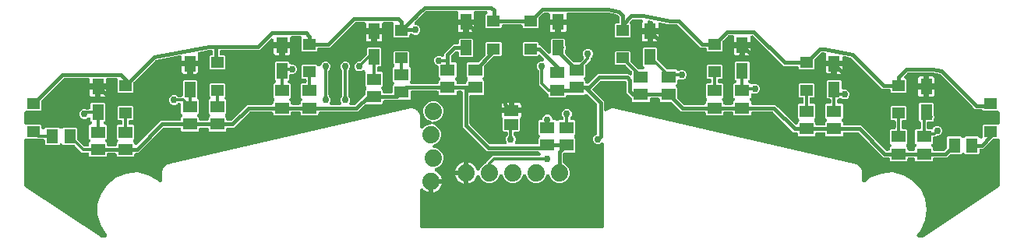
<source format=gbr>
G04 EAGLE Gerber RS-274X export*
G75*
%MOMM*%
%FSLAX34Y34*%
%LPD*%
%INBottom Copper*%
%IPPOS*%
%AMOC8*
5,1,8,0,0,1.08239X$1,22.5*%
G01*
%ADD10C,1.879600*%
%ADD11R,1.250000X1.700000*%
%ADD12R,1.600000X1.300000*%
%ADD13R,1.400000X1.200000*%
%ADD14R,1.600200X1.168400*%
%ADD15R,1.300000X1.600000*%
%ADD16C,0.406400*%
%ADD17C,0.756400*%
%ADD18C,0.304800*%
%ADD19C,0.203200*%

G36*
X107911Y250163D02*
X107911Y250163D01*
X107931Y250161D01*
X108111Y250183D01*
X108291Y250201D01*
X108310Y250207D01*
X108331Y250209D01*
X108503Y250266D01*
X108676Y250319D01*
X108694Y250329D01*
X108713Y250335D01*
X108870Y250424D01*
X109030Y250511D01*
X109045Y250524D01*
X109063Y250534D01*
X109200Y250653D01*
X109339Y250768D01*
X109352Y250784D01*
X109367Y250798D01*
X109478Y250941D01*
X109591Y251082D01*
X109601Y251100D01*
X109613Y251117D01*
X109694Y251280D01*
X109777Y251439D01*
X109782Y251459D01*
X109792Y251478D01*
X109838Y251653D01*
X109888Y251826D01*
X109890Y251847D01*
X109895Y251867D01*
X109906Y252047D01*
X109921Y252228D01*
X109919Y252248D01*
X109920Y252269D01*
X109895Y252448D01*
X109874Y252627D01*
X109868Y252647D01*
X109865Y252668D01*
X109805Y252838D01*
X109749Y253010D01*
X109739Y253028D01*
X109732Y253048D01*
X109568Y253336D01*
X103405Y262377D01*
X99836Y273946D01*
X99836Y286054D01*
X103405Y297623D01*
X110225Y307627D01*
X119691Y315176D01*
X130962Y319599D01*
X143035Y320504D01*
X154839Y317810D01*
X165325Y311756D01*
X166319Y310685D01*
X166354Y310654D01*
X166384Y310617D01*
X166505Y310521D01*
X166621Y310418D01*
X166661Y310395D01*
X166698Y310365D01*
X166835Y310294D01*
X166969Y310216D01*
X167014Y310201D01*
X167055Y310180D01*
X167204Y310137D01*
X167350Y310087D01*
X167397Y310081D01*
X167442Y310068D01*
X167597Y310056D01*
X167750Y310036D01*
X167797Y310039D01*
X167844Y310035D01*
X167997Y310053D01*
X168151Y310064D01*
X168197Y310077D01*
X168243Y310082D01*
X168390Y310130D01*
X168540Y310171D01*
X168581Y310193D01*
X168626Y310207D01*
X168761Y310283D01*
X168899Y310353D01*
X168936Y310382D01*
X168977Y310405D01*
X169094Y310506D01*
X169215Y310602D01*
X169246Y310637D01*
X169282Y310668D01*
X169376Y310790D01*
X169477Y310908D01*
X169500Y310949D01*
X169528Y310986D01*
X169597Y311125D01*
X169672Y311260D01*
X169687Y311305D01*
X169708Y311347D01*
X169748Y311496D01*
X169795Y311643D01*
X169800Y311690D01*
X169812Y311736D01*
X169833Y311984D01*
X169839Y312044D01*
X169838Y312054D01*
X169839Y312066D01*
X169839Y318611D01*
X169833Y318675D01*
X169835Y318740D01*
X169808Y318928D01*
X169799Y319012D01*
X169792Y319037D01*
X169787Y319068D01*
X169645Y319685D01*
X169811Y320678D01*
X169812Y320681D01*
X169812Y320683D01*
X169839Y321014D01*
X169839Y322021D01*
X170081Y322605D01*
X170100Y322667D01*
X170127Y322726D01*
X170173Y322910D01*
X170198Y322991D01*
X170200Y323016D01*
X170208Y323047D01*
X170313Y323671D01*
X170846Y324526D01*
X170848Y324528D01*
X170849Y324530D01*
X171001Y324825D01*
X171386Y325756D01*
X171833Y326203D01*
X171874Y326253D01*
X171921Y326297D01*
X172035Y326449D01*
X172089Y326514D01*
X172100Y326537D01*
X172120Y326563D01*
X172455Y327099D01*
X173275Y327684D01*
X173277Y327686D01*
X173279Y327687D01*
X173532Y327902D01*
X174244Y328614D01*
X174829Y328856D01*
X174886Y328886D01*
X174946Y328909D01*
X175109Y329006D01*
X175184Y329046D01*
X175203Y329062D01*
X175231Y329079D01*
X175746Y329446D01*
X176728Y329673D01*
X176730Y329673D01*
X176732Y329674D01*
X177048Y329775D01*
X177979Y330161D01*
X178611Y330161D01*
X178676Y330167D01*
X178740Y330165D01*
X178928Y330192D01*
X179012Y330201D01*
X179036Y330208D01*
X179068Y330213D01*
X436728Y389673D01*
X436730Y389673D01*
X436732Y389674D01*
X437048Y389775D01*
X437979Y390161D01*
X438611Y390161D01*
X438676Y390167D01*
X438740Y390165D01*
X438928Y390192D01*
X439012Y390201D01*
X439037Y390208D01*
X439068Y390213D01*
X439685Y390355D01*
X440678Y390189D01*
X440681Y390188D01*
X440683Y390188D01*
X441014Y390161D01*
X442021Y390161D01*
X442605Y389919D01*
X442667Y389900D01*
X442726Y389873D01*
X442910Y389827D01*
X442991Y389802D01*
X443016Y389800D01*
X443047Y389792D01*
X443671Y389687D01*
X444526Y389154D01*
X444528Y389152D01*
X444530Y389151D01*
X444825Y388999D01*
X445756Y388614D01*
X446203Y388167D01*
X446253Y388126D01*
X446297Y388079D01*
X446449Y387965D01*
X446514Y387912D01*
X446537Y387900D01*
X446563Y387880D01*
X447099Y387545D01*
X447684Y386725D01*
X447686Y386723D01*
X447687Y386721D01*
X447902Y386468D01*
X448614Y385756D01*
X448856Y385171D01*
X448886Y385114D01*
X448909Y385054D01*
X449006Y384891D01*
X449046Y384816D01*
X449062Y384797D01*
X449079Y384769D01*
X449446Y384254D01*
X449673Y383272D01*
X449673Y383270D01*
X449674Y383268D01*
X449775Y382952D01*
X450161Y382021D01*
X450161Y381389D01*
X450167Y381324D01*
X450165Y381260D01*
X450192Y381072D01*
X450201Y380988D01*
X450208Y380963D01*
X450213Y380932D01*
X450355Y380315D01*
X450189Y379322D01*
X450188Y379319D01*
X450188Y379317D01*
X450161Y378986D01*
X450161Y370182D01*
X450162Y370173D01*
X450161Y370164D01*
X450182Y369970D01*
X450201Y369781D01*
X450203Y369772D01*
X450204Y369764D01*
X450262Y369581D01*
X450319Y369396D01*
X450323Y369388D01*
X450326Y369380D01*
X450419Y369211D01*
X450511Y369042D01*
X450516Y369035D01*
X450521Y369027D01*
X450645Y368880D01*
X450768Y368733D01*
X450775Y368727D01*
X450781Y368720D01*
X450932Y368601D01*
X451082Y368481D01*
X451090Y368476D01*
X451097Y368471D01*
X451270Y368383D01*
X451439Y368295D01*
X451448Y368293D01*
X451456Y368288D01*
X451642Y368237D01*
X451826Y368184D01*
X451835Y368183D01*
X451844Y368180D01*
X452037Y368166D01*
X452228Y368151D01*
X452236Y368152D01*
X452245Y368151D01*
X452438Y368175D01*
X452627Y368198D01*
X452636Y368200D01*
X452645Y368202D01*
X452828Y368263D01*
X453010Y368322D01*
X453018Y368327D01*
X453026Y368330D01*
X453192Y368425D01*
X453361Y368520D01*
X453368Y368526D01*
X453375Y368531D01*
X453628Y368745D01*
X455839Y370956D01*
X459853Y372619D01*
X460763Y372619D01*
X460767Y372619D01*
X460772Y372619D01*
X460966Y372639D01*
X461164Y372659D01*
X461168Y372660D01*
X461172Y372660D01*
X461358Y372718D01*
X461548Y372777D01*
X461552Y372779D01*
X461557Y372780D01*
X461727Y372874D01*
X461903Y372969D01*
X461906Y372971D01*
X461910Y372974D01*
X462061Y373101D01*
X462212Y373226D01*
X462215Y373230D01*
X462218Y373233D01*
X462340Y373385D01*
X462464Y373540D01*
X462466Y373544D01*
X462469Y373547D01*
X462559Y373723D01*
X462650Y373897D01*
X462651Y373902D01*
X462653Y373906D01*
X462706Y374093D01*
X462761Y374284D01*
X462761Y374289D01*
X462763Y374293D01*
X462778Y374486D01*
X462794Y374686D01*
X462793Y374690D01*
X462794Y374694D01*
X462770Y374885D01*
X462747Y375085D01*
X462746Y375090D01*
X462745Y375094D01*
X462684Y375279D01*
X462622Y375468D01*
X462620Y375472D01*
X462619Y375476D01*
X462523Y375644D01*
X462424Y375819D01*
X462421Y375822D01*
X462419Y375826D01*
X462290Y375974D01*
X462161Y376123D01*
X462158Y376126D01*
X462155Y376130D01*
X461998Y376250D01*
X461843Y376370D01*
X461839Y376372D01*
X461835Y376375D01*
X461540Y376527D01*
X458379Y377836D01*
X455306Y380909D01*
X453643Y384923D01*
X453643Y389269D01*
X455306Y393283D01*
X458379Y396356D01*
X462393Y398019D01*
X466739Y398019D01*
X470753Y396356D01*
X473826Y393283D01*
X475489Y389269D01*
X475489Y384923D01*
X473826Y380909D01*
X470753Y377836D01*
X466739Y376173D01*
X465829Y376173D01*
X465825Y376173D01*
X465820Y376173D01*
X465626Y376153D01*
X465428Y376133D01*
X465424Y376132D01*
X465420Y376132D01*
X465234Y376074D01*
X465044Y376015D01*
X465040Y376013D01*
X465035Y376012D01*
X464864Y375918D01*
X464689Y375823D01*
X464686Y375821D01*
X464682Y375818D01*
X464531Y375691D01*
X464380Y375566D01*
X464377Y375562D01*
X464374Y375559D01*
X464251Y375405D01*
X464128Y375252D01*
X464126Y375248D01*
X464123Y375245D01*
X464033Y375069D01*
X463942Y374895D01*
X463941Y374890D01*
X463939Y374886D01*
X463885Y374697D01*
X463831Y374508D01*
X463831Y374503D01*
X463829Y374499D01*
X463814Y374306D01*
X463798Y374106D01*
X463799Y374102D01*
X463798Y374098D01*
X463822Y373905D01*
X463845Y373707D01*
X463846Y373702D01*
X463847Y373698D01*
X463909Y373509D01*
X463970Y373324D01*
X463972Y373320D01*
X463973Y373316D01*
X464072Y373142D01*
X464168Y372973D01*
X464171Y372970D01*
X464173Y372966D01*
X464303Y372817D01*
X464431Y372669D01*
X464434Y372666D01*
X464437Y372662D01*
X464594Y372542D01*
X464749Y372422D01*
X464753Y372420D01*
X464757Y372417D01*
X465052Y372265D01*
X468213Y370956D01*
X471286Y367883D01*
X472949Y363869D01*
X472949Y359523D01*
X471286Y355509D01*
X468213Y352436D01*
X466111Y351565D01*
X465052Y351127D01*
X465048Y351125D01*
X465044Y351123D01*
X464868Y351028D01*
X464697Y350936D01*
X464693Y350934D01*
X464689Y350931D01*
X464539Y350806D01*
X464386Y350680D01*
X464384Y350677D01*
X464380Y350674D01*
X464257Y350521D01*
X464133Y350367D01*
X464131Y350363D01*
X464128Y350360D01*
X464037Y350185D01*
X463946Y350011D01*
X463944Y350007D01*
X463942Y350003D01*
X463888Y349813D01*
X463833Y349624D01*
X463832Y349620D01*
X463831Y349616D01*
X463815Y349418D01*
X463798Y349223D01*
X463798Y349219D01*
X463798Y349214D01*
X463821Y349017D01*
X463843Y348823D01*
X463844Y348819D01*
X463845Y348815D01*
X463907Y348626D01*
X463966Y348440D01*
X463968Y348436D01*
X463970Y348432D01*
X464067Y348259D01*
X464163Y348088D01*
X464166Y348085D01*
X464168Y348081D01*
X464296Y347932D01*
X464424Y347783D01*
X464428Y347780D01*
X464431Y347776D01*
X464585Y347657D01*
X464742Y347534D01*
X464746Y347532D01*
X464749Y347530D01*
X464926Y347442D01*
X465101Y347354D01*
X465105Y347352D01*
X465110Y347350D01*
X465302Y347299D01*
X465490Y347247D01*
X465494Y347247D01*
X465498Y347246D01*
X465829Y347219D01*
X466739Y347219D01*
X470753Y345556D01*
X473826Y342483D01*
X475489Y338469D01*
X475489Y334123D01*
X473826Y330109D01*
X470753Y327036D01*
X467043Y325499D01*
X466928Y325437D01*
X466808Y325384D01*
X466751Y325343D01*
X466688Y325309D01*
X466587Y325226D01*
X466481Y325150D01*
X466432Y325098D01*
X466378Y325053D01*
X466295Y324951D01*
X466206Y324856D01*
X466168Y324795D01*
X466124Y324740D01*
X466063Y324624D01*
X465994Y324513D01*
X465970Y324446D01*
X465937Y324383D01*
X465900Y324258D01*
X465855Y324135D01*
X465844Y324065D01*
X465824Y323997D01*
X465812Y323867D01*
X465792Y323738D01*
X465795Y323667D01*
X465789Y323596D01*
X465804Y323466D01*
X465809Y323335D01*
X465826Y323266D01*
X465834Y323196D01*
X465874Y323072D01*
X465905Y322944D01*
X465936Y322880D01*
X465957Y322813D01*
X466021Y322699D01*
X466077Y322580D01*
X466119Y322523D01*
X466154Y322461D01*
X466239Y322362D01*
X466317Y322257D01*
X466369Y322209D01*
X466416Y322155D01*
X466518Y322075D01*
X466616Y321987D01*
X466685Y321944D01*
X466733Y321907D01*
X466801Y321873D01*
X466898Y321813D01*
X468283Y321107D01*
X469804Y320002D01*
X471132Y318674D01*
X472237Y317153D01*
X473090Y315479D01*
X473671Y313692D01*
X473711Y313435D01*
X462534Y313435D01*
X462516Y313433D01*
X462499Y313435D01*
X462316Y313414D01*
X462134Y313395D01*
X462117Y313390D01*
X462099Y313388D01*
X461924Y313331D01*
X461749Y313277D01*
X461733Y313269D01*
X461716Y313263D01*
X461556Y313173D01*
X461395Y313085D01*
X461381Y313074D01*
X461365Y313065D01*
X461226Y312945D01*
X461085Y312828D01*
X461074Y312814D01*
X461061Y312802D01*
X460948Y312657D01*
X460833Y312514D01*
X460825Y312498D01*
X460814Y312484D01*
X460732Y312319D01*
X460692Y312243D01*
X460540Y312157D01*
X460378Y312069D01*
X460365Y312058D01*
X460349Y312049D01*
X460210Y311929D01*
X460069Y311811D01*
X460058Y311798D01*
X460044Y311786D01*
X459932Y311641D01*
X459817Y311498D01*
X459809Y311482D01*
X459798Y311468D01*
X459716Y311303D01*
X459631Y311140D01*
X459626Y311123D01*
X459618Y311107D01*
X459570Y310929D01*
X459520Y310754D01*
X459518Y310736D01*
X459514Y310719D01*
X459487Y310388D01*
X459487Y299211D01*
X459230Y299251D01*
X457443Y299832D01*
X455769Y300685D01*
X454248Y301790D01*
X453628Y302410D01*
X453622Y302415D01*
X453621Y302416D01*
X453616Y302422D01*
X453467Y302542D01*
X453317Y302665D01*
X453309Y302669D01*
X453302Y302675D01*
X453133Y302762D01*
X452961Y302854D01*
X452952Y302856D01*
X452945Y302860D01*
X452761Y302913D01*
X452575Y302968D01*
X452566Y302969D01*
X452558Y302972D01*
X452367Y302987D01*
X452174Y303005D01*
X452165Y303004D01*
X452156Y303004D01*
X451967Y302982D01*
X451774Y302961D01*
X451765Y302959D01*
X451757Y302958D01*
X451574Y302898D01*
X451390Y302840D01*
X451382Y302835D01*
X451374Y302833D01*
X451205Y302738D01*
X451038Y302645D01*
X451031Y302639D01*
X451023Y302635D01*
X450878Y302509D01*
X450731Y302385D01*
X450725Y302377D01*
X450718Y302372D01*
X450601Y302220D01*
X450481Y302069D01*
X450477Y302061D01*
X450472Y302054D01*
X450385Y301880D01*
X450299Y301710D01*
X450296Y301701D01*
X450292Y301693D01*
X450242Y301505D01*
X450191Y301322D01*
X450190Y301313D01*
X450188Y301304D01*
X450161Y300974D01*
X450161Y262192D01*
X450163Y262174D01*
X450161Y262156D01*
X450182Y261974D01*
X450201Y261791D01*
X450206Y261774D01*
X450208Y261757D01*
X450265Y261582D01*
X450319Y261406D01*
X450327Y261391D01*
X450333Y261374D01*
X450423Y261214D01*
X450511Y261052D01*
X450522Y261039D01*
X450531Y261023D01*
X450651Y260884D01*
X450768Y260743D01*
X450782Y260732D01*
X450794Y260718D01*
X450939Y260606D01*
X451082Y260491D01*
X451098Y260483D01*
X451112Y260472D01*
X451277Y260390D01*
X451439Y260305D01*
X451456Y260300D01*
X451472Y260292D01*
X451651Y260245D01*
X451826Y260194D01*
X451844Y260192D01*
X451861Y260188D01*
X452192Y260161D01*
X647808Y260161D01*
X647826Y260163D01*
X647844Y260161D01*
X648026Y260182D01*
X648209Y260201D01*
X648226Y260206D01*
X648243Y260208D01*
X648418Y260265D01*
X648594Y260319D01*
X648609Y260327D01*
X648626Y260333D01*
X648786Y260423D01*
X648948Y260511D01*
X648961Y260522D01*
X648977Y260531D01*
X649116Y260651D01*
X649257Y260768D01*
X649268Y260782D01*
X649282Y260794D01*
X649394Y260939D01*
X649509Y261082D01*
X649517Y261098D01*
X649528Y261112D01*
X649610Y261277D01*
X649695Y261439D01*
X649700Y261456D01*
X649708Y261472D01*
X649755Y261651D01*
X649806Y261826D01*
X649808Y261844D01*
X649812Y261861D01*
X649839Y262192D01*
X649839Y350919D01*
X649838Y350928D01*
X649839Y350936D01*
X649819Y351127D01*
X649799Y351319D01*
X649797Y351328D01*
X649796Y351337D01*
X649738Y351520D01*
X649681Y351704D01*
X649677Y351712D01*
X649674Y351720D01*
X649581Y351889D01*
X649489Y352058D01*
X649484Y352065D01*
X649479Y352073D01*
X649354Y352220D01*
X649232Y352367D01*
X649225Y352373D01*
X649219Y352380D01*
X649068Y352499D01*
X648918Y352620D01*
X648910Y352624D01*
X648903Y352629D01*
X648731Y352717D01*
X648561Y352805D01*
X648552Y352808D01*
X648544Y352812D01*
X648358Y352864D01*
X648174Y352917D01*
X648165Y352917D01*
X648156Y352920D01*
X647964Y352934D01*
X647772Y352949D01*
X647764Y352948D01*
X647755Y352949D01*
X647563Y352925D01*
X647373Y352903D01*
X647364Y352900D01*
X647355Y352899D01*
X647173Y352837D01*
X646990Y352778D01*
X646982Y352773D01*
X646974Y352770D01*
X646806Y352674D01*
X646639Y352580D01*
X646632Y352574D01*
X646625Y352570D01*
X646372Y352355D01*
X646134Y352117D01*
X644184Y351309D01*
X642072Y351309D01*
X640122Y352117D01*
X638629Y353610D01*
X637821Y355560D01*
X637821Y357672D01*
X638629Y359622D01*
X640122Y361115D01*
X641365Y361630D01*
X641385Y361640D01*
X641406Y361647D01*
X641562Y361735D01*
X641720Y361820D01*
X641737Y361834D01*
X641757Y361845D01*
X641892Y361962D01*
X642031Y362076D01*
X642045Y362094D01*
X642062Y362108D01*
X642171Y362250D01*
X642284Y362389D01*
X642295Y362409D01*
X642308Y362426D01*
X642388Y362587D01*
X642471Y362746D01*
X642478Y362767D01*
X642488Y362787D01*
X642534Y362961D01*
X642584Y363132D01*
X642586Y363154D01*
X642592Y363176D01*
X642619Y363506D01*
X642619Y393925D01*
X642617Y393952D01*
X642619Y393979D01*
X642597Y394153D01*
X642579Y394326D01*
X642572Y394351D01*
X642568Y394378D01*
X642513Y394544D01*
X642461Y394711D01*
X642448Y394734D01*
X642440Y394760D01*
X642353Y394911D01*
X642269Y395065D01*
X642252Y395085D01*
X642239Y395109D01*
X642024Y395362D01*
X631957Y405429D01*
X631944Y405440D01*
X631932Y405453D01*
X631788Y405567D01*
X631646Y405684D01*
X631630Y405692D01*
X631616Y405703D01*
X631452Y405786D01*
X631290Y405872D01*
X631273Y405877D01*
X631257Y405885D01*
X631080Y405935D01*
X630904Y405987D01*
X630887Y405989D01*
X630869Y405993D01*
X630686Y406007D01*
X630503Y406023D01*
X630486Y406021D01*
X630468Y406023D01*
X630286Y406000D01*
X630103Y405980D01*
X630086Y405975D01*
X630068Y405972D01*
X629895Y405914D01*
X629719Y405859D01*
X629704Y405850D01*
X629687Y405844D01*
X629527Y405752D01*
X629367Y405664D01*
X629353Y405652D01*
X629338Y405643D01*
X629085Y405429D01*
X628632Y404975D01*
X610700Y404975D01*
X610682Y404973D01*
X610664Y404975D01*
X610482Y404954D01*
X610299Y404935D01*
X610282Y404930D01*
X610265Y404928D01*
X610090Y404871D01*
X609914Y404817D01*
X609899Y404809D01*
X609882Y404803D01*
X609722Y404713D01*
X609560Y404625D01*
X609547Y404614D01*
X609531Y404605D01*
X609392Y404485D01*
X609251Y404368D01*
X609240Y404354D01*
X609226Y404342D01*
X609114Y404197D01*
X608999Y404054D01*
X608991Y404038D01*
X608980Y404024D01*
X608898Y403859D01*
X608813Y403697D01*
X608808Y403680D01*
X608800Y403664D01*
X608753Y403485D01*
X608702Y403310D01*
X608700Y403292D01*
X608696Y403275D01*
X608669Y402944D01*
X608669Y402820D01*
X607776Y401927D01*
X590512Y401927D01*
X589619Y402820D01*
X589619Y404972D01*
X589617Y404998D01*
X589619Y405025D01*
X589597Y405199D01*
X589579Y405372D01*
X589572Y405398D01*
X589568Y405425D01*
X589513Y405590D01*
X589461Y405757D01*
X589448Y405781D01*
X589440Y405806D01*
X589353Y405958D01*
X589269Y406111D01*
X589252Y406132D01*
X589239Y406155D01*
X589024Y406408D01*
X579311Y416121D01*
X579311Y430758D01*
X579308Y430785D01*
X579310Y430812D01*
X579288Y430985D01*
X579271Y431159D01*
X579263Y431184D01*
X579260Y431211D01*
X579204Y431377D01*
X579153Y431544D01*
X579140Y431567D01*
X579132Y431593D01*
X579044Y431744D01*
X578961Y431898D01*
X578944Y431918D01*
X578931Y431942D01*
X578716Y432195D01*
X577861Y433050D01*
X577053Y435000D01*
X577053Y437111D01*
X577861Y439062D01*
X579354Y440555D01*
X581304Y441362D01*
X582896Y441362D01*
X582905Y441363D01*
X582913Y441363D01*
X583105Y441383D01*
X583296Y441402D01*
X583305Y441405D01*
X583314Y441406D01*
X583496Y441464D01*
X583681Y441520D01*
X583689Y441525D01*
X583698Y441527D01*
X583866Y441621D01*
X584035Y441712D01*
X584042Y441718D01*
X584050Y441722D01*
X584197Y441847D01*
X584345Y441970D01*
X584350Y441977D01*
X584357Y441983D01*
X584475Y442133D01*
X584597Y442284D01*
X584601Y442292D01*
X584607Y442299D01*
X584694Y442471D01*
X584782Y442641D01*
X584785Y442650D01*
X584789Y442658D01*
X584841Y442844D01*
X584894Y443028D01*
X584894Y443037D01*
X584897Y443045D01*
X584911Y443238D01*
X584927Y443429D01*
X584926Y443438D01*
X584926Y443447D01*
X584902Y443637D01*
X584880Y443829D01*
X584877Y443838D01*
X584876Y443846D01*
X584815Y444029D01*
X584755Y444212D01*
X584750Y444220D01*
X584748Y444228D01*
X584652Y444395D01*
X584557Y444563D01*
X584551Y444569D01*
X584547Y444577D01*
X584332Y444830D01*
X581095Y448067D01*
X581082Y448078D01*
X581070Y448091D01*
X580926Y448205D01*
X580784Y448322D01*
X580768Y448330D01*
X580754Y448341D01*
X580592Y448424D01*
X580428Y448510D01*
X580411Y448515D01*
X580395Y448523D01*
X580219Y448573D01*
X580042Y448625D01*
X580025Y448627D01*
X580007Y448631D01*
X579824Y448645D01*
X579641Y448661D01*
X579624Y448659D01*
X579606Y448661D01*
X579423Y448638D01*
X579241Y448618D01*
X579224Y448613D01*
X579206Y448610D01*
X579031Y448552D01*
X578857Y448496D01*
X578842Y448488D01*
X578825Y448482D01*
X578666Y448391D01*
X578505Y448302D01*
X578491Y448290D01*
X578476Y448281D01*
X578223Y448067D01*
X577632Y447475D01*
X562368Y447475D01*
X561475Y448368D01*
X561475Y461632D01*
X562368Y462525D01*
X577632Y462525D01*
X578525Y461632D01*
X578525Y460588D01*
X578527Y460570D01*
X578525Y460552D01*
X578546Y460370D01*
X578565Y460187D01*
X578570Y460170D01*
X578572Y460153D01*
X578629Y459978D01*
X578683Y459802D01*
X578691Y459787D01*
X578697Y459770D01*
X578787Y459610D01*
X578875Y459448D01*
X578886Y459435D01*
X578895Y459419D01*
X579015Y459280D01*
X579132Y459139D01*
X579146Y459128D01*
X579158Y459114D01*
X579303Y459002D01*
X579446Y458887D01*
X579462Y458879D01*
X579476Y458868D01*
X579641Y458786D01*
X579803Y458701D01*
X579820Y458696D01*
X579836Y458688D01*
X580015Y458641D01*
X580190Y458590D01*
X580208Y458588D01*
X580225Y458584D01*
X580556Y458557D01*
X580665Y458557D01*
X588758Y450464D01*
X588765Y450459D01*
X588770Y450452D01*
X588920Y450331D01*
X589069Y450209D01*
X589077Y450205D01*
X589084Y450199D01*
X589254Y450111D01*
X589425Y450021D01*
X589434Y450018D01*
X589441Y450014D01*
X589626Y449961D01*
X589811Y449906D01*
X589820Y449905D01*
X589828Y449903D01*
X590020Y449887D01*
X590212Y449869D01*
X590221Y449870D01*
X590230Y449870D01*
X590419Y449892D01*
X590612Y449913D01*
X590621Y449916D01*
X590629Y449917D01*
X590811Y449976D01*
X590996Y450034D01*
X591004Y450039D01*
X591012Y450041D01*
X591181Y450136D01*
X591348Y450229D01*
X591355Y450235D01*
X591363Y450239D01*
X591509Y450365D01*
X591655Y450490D01*
X591661Y450497D01*
X591668Y450502D01*
X591785Y450654D01*
X591905Y450806D01*
X591909Y450814D01*
X591914Y450821D01*
X592000Y450993D01*
X592087Y451164D01*
X592090Y451173D01*
X592094Y451181D01*
X592144Y451368D01*
X592195Y451552D01*
X592196Y451561D01*
X592198Y451570D01*
X592225Y451901D01*
X592225Y465132D01*
X593118Y466025D01*
X606882Y466025D01*
X607775Y465132D01*
X607775Y458730D01*
X607777Y458704D01*
X607775Y458677D01*
X607797Y458503D01*
X607815Y458330D01*
X607822Y458304D01*
X607826Y458277D01*
X607881Y458112D01*
X607933Y457945D01*
X607946Y457921D01*
X607954Y457896D01*
X608041Y457744D01*
X608125Y457591D01*
X608142Y457570D01*
X608155Y457547D01*
X608370Y457294D01*
X608401Y457263D01*
X608401Y454737D01*
X608370Y454706D01*
X608353Y454685D01*
X608332Y454668D01*
X608225Y454530D01*
X608115Y454395D01*
X608102Y454371D01*
X608086Y454350D01*
X608008Y454193D01*
X607926Y454039D01*
X607918Y454013D01*
X607906Y453989D01*
X607861Y453820D01*
X607811Y453653D01*
X607809Y453626D01*
X607802Y453601D01*
X607775Y453270D01*
X607775Y450097D01*
X607777Y450070D01*
X607775Y450043D01*
X607797Y449869D01*
X607815Y449696D01*
X607822Y449671D01*
X607826Y449644D01*
X607881Y449478D01*
X607933Y449311D01*
X607946Y449288D01*
X607954Y449262D01*
X608041Y449111D01*
X608125Y448957D01*
X608142Y448937D01*
X608155Y448913D01*
X608370Y448660D01*
X616410Y440620D01*
X616431Y440603D01*
X616449Y440582D01*
X616586Y440475D01*
X616722Y440365D01*
X616745Y440352D01*
X616767Y440336D01*
X616924Y440258D01*
X617078Y440176D01*
X617103Y440168D01*
X617127Y440156D01*
X617297Y440111D01*
X617463Y440061D01*
X617490Y440059D01*
X617516Y440052D01*
X617847Y440025D01*
X622872Y440025D01*
X622898Y440027D01*
X622925Y440025D01*
X623099Y440047D01*
X623272Y440065D01*
X623298Y440072D01*
X623325Y440076D01*
X623490Y440131D01*
X623657Y440183D01*
X623681Y440196D01*
X623706Y440204D01*
X623858Y440291D01*
X624011Y440375D01*
X624032Y440392D01*
X624055Y440405D01*
X624308Y440620D01*
X627675Y443987D01*
X627681Y443994D01*
X627688Y444000D01*
X627696Y444010D01*
X627707Y444019D01*
X627816Y444159D01*
X627931Y444299D01*
X627935Y444306D01*
X627940Y444313D01*
X627947Y444325D01*
X627955Y444336D01*
X628035Y444495D01*
X628119Y444654D01*
X628122Y444663D01*
X628126Y444671D01*
X628130Y444684D01*
X628136Y444696D01*
X628183Y444867D01*
X628234Y445040D01*
X628235Y445049D01*
X628237Y445058D01*
X628238Y445071D01*
X628242Y445084D01*
X628254Y445261D01*
X628270Y445441D01*
X628269Y445450D01*
X628270Y445459D01*
X628269Y445472D01*
X628269Y445486D01*
X628246Y445662D01*
X628227Y445841D01*
X628224Y445850D01*
X628223Y445859D01*
X628219Y445872D01*
X628217Y445885D01*
X628116Y446201D01*
X627153Y448524D01*
X627153Y450636D01*
X627961Y452586D01*
X629454Y454079D01*
X631404Y454887D01*
X633516Y454887D01*
X635466Y454079D01*
X636959Y452586D01*
X637767Y450636D01*
X637767Y448524D01*
X636959Y446574D01*
X636104Y445719D01*
X636087Y445698D01*
X636066Y445681D01*
X635959Y445543D01*
X635849Y445407D01*
X635836Y445384D01*
X635820Y445363D01*
X635742Y445206D01*
X635660Y445052D01*
X635652Y445026D01*
X635640Y445002D01*
X635595Y444833D01*
X635545Y444666D01*
X635543Y444639D01*
X635536Y444613D01*
X635509Y444282D01*
X635509Y443197D01*
X630120Y437808D01*
X630103Y437787D01*
X630082Y437770D01*
X629975Y437632D01*
X629865Y437497D01*
X629852Y437473D01*
X629836Y437452D01*
X629758Y437295D01*
X629676Y437141D01*
X629668Y437115D01*
X629656Y437091D01*
X629611Y436922D01*
X629561Y436755D01*
X629559Y436728D01*
X629552Y436703D01*
X629525Y436372D01*
X629525Y424868D01*
X628593Y423936D01*
X628581Y423923D01*
X628568Y423911D01*
X628453Y423766D01*
X628338Y423625D01*
X628329Y423609D01*
X628318Y423595D01*
X628235Y423431D01*
X628149Y423269D01*
X628144Y423252D01*
X628136Y423236D01*
X628086Y423058D01*
X628034Y422883D01*
X628033Y422865D01*
X628028Y422848D01*
X628014Y422665D01*
X627998Y422482D01*
X628000Y422464D01*
X627998Y422447D01*
X628021Y422265D01*
X628041Y422082D01*
X628047Y422065D01*
X628049Y422047D01*
X628107Y421874D01*
X628163Y421698D01*
X628171Y421682D01*
X628177Y421666D01*
X628268Y421507D01*
X628357Y421346D01*
X628369Y421332D01*
X628378Y421317D01*
X628593Y421064D01*
X629525Y420132D01*
X629525Y418939D01*
X629526Y418930D01*
X629525Y418921D01*
X629546Y418727D01*
X629565Y418538D01*
X629567Y418530D01*
X629568Y418521D01*
X629626Y418337D01*
X629683Y418153D01*
X629687Y418145D01*
X629690Y418137D01*
X629783Y417968D01*
X629875Y417799D01*
X629880Y417792D01*
X629885Y417784D01*
X630009Y417637D01*
X630132Y417490D01*
X630139Y417484D01*
X630145Y417477D01*
X630296Y417358D01*
X630446Y417237D01*
X630454Y417233D01*
X630461Y417228D01*
X630634Y417140D01*
X630803Y417052D01*
X630812Y417049D01*
X630820Y417045D01*
X631006Y416993D01*
X631190Y416941D01*
X631199Y416940D01*
X631208Y416937D01*
X631401Y416923D01*
X631592Y416908D01*
X631600Y416909D01*
X631609Y416908D01*
X631802Y416932D01*
X631991Y416955D01*
X632000Y416957D01*
X632009Y416958D01*
X632192Y417020D01*
X632374Y417079D01*
X632382Y417084D01*
X632390Y417087D01*
X632557Y417183D01*
X632725Y417277D01*
X632732Y417283D01*
X632739Y417288D01*
X632992Y417502D01*
X640208Y424718D01*
X642887Y427397D01*
X676313Y427397D01*
X677008Y426702D01*
X677015Y426697D01*
X677020Y426690D01*
X677172Y426568D01*
X677319Y426447D01*
X677327Y426443D01*
X677334Y426437D01*
X677504Y426349D01*
X677675Y426259D01*
X677684Y426256D01*
X677691Y426252D01*
X677876Y426199D01*
X678061Y426144D01*
X678070Y426143D01*
X678078Y426141D01*
X678269Y426125D01*
X678462Y426107D01*
X678471Y426108D01*
X678480Y426108D01*
X678669Y426130D01*
X678862Y426151D01*
X678871Y426154D01*
X678879Y426155D01*
X679061Y426214D01*
X679246Y426272D01*
X679254Y426277D01*
X679262Y426279D01*
X679428Y426373D01*
X679598Y426467D01*
X679605Y426473D01*
X679613Y426477D01*
X679758Y426602D01*
X679905Y426728D01*
X679911Y426735D01*
X679918Y426740D01*
X680034Y426891D01*
X680155Y427044D01*
X680159Y427052D01*
X680164Y427059D01*
X680249Y427229D01*
X680337Y427402D01*
X680340Y427411D01*
X680344Y427419D01*
X680393Y427605D01*
X680445Y427790D01*
X680446Y427799D01*
X680448Y427808D01*
X680475Y428139D01*
X680475Y429372D01*
X680473Y429398D01*
X680475Y429425D01*
X680453Y429599D01*
X680435Y429772D01*
X680428Y429798D01*
X680424Y429825D01*
X680369Y429990D01*
X680317Y430157D01*
X680304Y430181D01*
X680296Y430206D01*
X680209Y430358D01*
X680125Y430511D01*
X680108Y430532D01*
X680095Y430555D01*
X679880Y430808D01*
X673808Y436880D01*
X673787Y436897D01*
X673770Y436918D01*
X673632Y437025D01*
X673497Y437135D01*
X673473Y437148D01*
X673452Y437164D01*
X673295Y437242D01*
X673141Y437324D01*
X673115Y437332D01*
X673091Y437344D01*
X672922Y437389D01*
X672755Y437439D01*
X672728Y437441D01*
X672703Y437448D01*
X672372Y437475D01*
X662368Y437475D01*
X661475Y438368D01*
X661475Y451632D01*
X662368Y452525D01*
X677632Y452525D01*
X678525Y451632D01*
X678525Y441628D01*
X678527Y441602D01*
X678525Y441575D01*
X678547Y441401D01*
X678565Y441228D01*
X678572Y441202D01*
X678576Y441175D01*
X678631Y441010D01*
X678683Y440843D01*
X678696Y440819D01*
X678704Y440794D01*
X678791Y440642D01*
X678875Y440489D01*
X678892Y440468D01*
X678905Y440445D01*
X679120Y440192D01*
X686192Y433120D01*
X686213Y433103D01*
X686230Y433082D01*
X686368Y432975D01*
X686503Y432865D01*
X686527Y432852D01*
X686548Y432836D01*
X686705Y432758D01*
X686859Y432676D01*
X686885Y432668D01*
X686909Y432656D01*
X687078Y432611D01*
X687245Y432561D01*
X687272Y432559D01*
X687297Y432552D01*
X687628Y432525D01*
X691665Y432525D01*
X691674Y432526D01*
X691683Y432525D01*
X691875Y432546D01*
X692066Y432565D01*
X692074Y432567D01*
X692083Y432568D01*
X692265Y432626D01*
X692451Y432683D01*
X692459Y432687D01*
X692467Y432690D01*
X692635Y432783D01*
X692805Y432875D01*
X692811Y432880D01*
X692819Y432885D01*
X692967Y433010D01*
X693114Y433132D01*
X693119Y433139D01*
X693126Y433145D01*
X693246Y433297D01*
X693366Y433446D01*
X693370Y433454D01*
X693376Y433461D01*
X693463Y433633D01*
X693552Y433803D01*
X693554Y433812D01*
X693558Y433820D01*
X693610Y434006D01*
X693663Y434190D01*
X693664Y434199D01*
X693666Y434208D01*
X693680Y434400D01*
X693696Y434592D01*
X693695Y434600D01*
X693696Y434609D01*
X693671Y434802D01*
X693649Y434991D01*
X693646Y435000D01*
X693645Y435009D01*
X693584Y435192D01*
X693524Y435374D01*
X693520Y435382D01*
X693517Y435390D01*
X693422Y435556D01*
X693326Y435725D01*
X693321Y435732D01*
X693316Y435739D01*
X693101Y435992D01*
X692225Y436868D01*
X692225Y455132D01*
X693118Y456025D01*
X706882Y456025D01*
X707775Y455132D01*
X707775Y443378D01*
X707777Y443352D01*
X707775Y443325D01*
X707797Y443151D01*
X707815Y442978D01*
X707822Y442952D01*
X707826Y442925D01*
X707881Y442760D01*
X707933Y442593D01*
X707946Y442569D01*
X707954Y442544D01*
X708041Y442392D01*
X708125Y442239D01*
X708142Y442218D01*
X708155Y442195D01*
X708370Y441942D01*
X717192Y433120D01*
X717213Y433103D01*
X717230Y433082D01*
X717368Y432975D01*
X717503Y432865D01*
X717527Y432852D01*
X717548Y432836D01*
X717705Y432758D01*
X717859Y432676D01*
X717885Y432668D01*
X717909Y432656D01*
X718078Y432611D01*
X718245Y432561D01*
X718272Y432559D01*
X718297Y432552D01*
X718628Y432525D01*
X728632Y432525D01*
X729454Y431703D01*
X729471Y431689D01*
X729485Y431672D01*
X729627Y431561D01*
X729765Y431448D01*
X729785Y431437D01*
X729802Y431423D01*
X729963Y431343D01*
X730121Y431259D01*
X730142Y431253D01*
X730162Y431243D01*
X730335Y431195D01*
X730507Y431144D01*
X730529Y431142D01*
X730550Y431136D01*
X730729Y431124D01*
X730908Y431108D01*
X730930Y431110D01*
X730952Y431109D01*
X731130Y431132D01*
X731308Y431151D01*
X731329Y431158D01*
X731351Y431161D01*
X731667Y431262D01*
X733512Y432027D01*
X735624Y432027D01*
X737574Y431219D01*
X739067Y429726D01*
X739875Y427776D01*
X739875Y425664D01*
X739067Y423714D01*
X737574Y422221D01*
X735624Y421413D01*
X733512Y421413D01*
X732333Y421902D01*
X732320Y421906D01*
X732309Y421912D01*
X732129Y421963D01*
X731948Y422018D01*
X731935Y422019D01*
X731922Y422023D01*
X731734Y422038D01*
X731547Y422056D01*
X731534Y422055D01*
X731520Y422056D01*
X731334Y422034D01*
X731147Y422015D01*
X731134Y422011D01*
X731121Y422009D01*
X730941Y421951D01*
X730762Y421895D01*
X730751Y421888D01*
X730738Y421884D01*
X730574Y421792D01*
X730409Y421702D01*
X730399Y421693D01*
X730387Y421686D01*
X730245Y421564D01*
X730101Y421442D01*
X730093Y421432D01*
X730082Y421423D01*
X729968Y421275D01*
X729850Y421128D01*
X729844Y421116D01*
X729836Y421105D01*
X729752Y420937D01*
X729666Y420769D01*
X729662Y420757D01*
X729656Y420745D01*
X729607Y420562D01*
X729556Y420382D01*
X729555Y420369D01*
X729552Y420356D01*
X729525Y420025D01*
X729525Y417368D01*
X728593Y416436D01*
X728581Y416423D01*
X728568Y416411D01*
X728453Y416266D01*
X728338Y416125D01*
X728329Y416109D01*
X728318Y416095D01*
X728235Y415931D01*
X728149Y415769D01*
X728144Y415752D01*
X728136Y415736D01*
X728086Y415559D01*
X728034Y415383D01*
X728033Y415365D01*
X728028Y415348D01*
X728014Y415165D01*
X727998Y414982D01*
X728000Y414964D01*
X727998Y414947D01*
X728021Y414765D01*
X728041Y414582D01*
X728047Y414565D01*
X728049Y414547D01*
X728107Y414374D01*
X728163Y414198D01*
X728171Y414182D01*
X728177Y414166D01*
X728268Y414007D01*
X728357Y413846D01*
X728369Y413832D01*
X728378Y413817D01*
X728593Y413564D01*
X729525Y412632D01*
X729525Y401847D01*
X729527Y401820D01*
X729525Y401793D01*
X729547Y401619D01*
X729565Y401446D01*
X729572Y401421D01*
X729576Y401394D01*
X729631Y401228D01*
X729683Y401061D01*
X729696Y401038D01*
X729704Y401012D01*
X729792Y400860D01*
X729875Y400707D01*
X729892Y400687D01*
X729905Y400663D01*
X730120Y400410D01*
X735878Y394652D01*
X735899Y394635D01*
X735917Y394614D01*
X736054Y394507D01*
X736190Y394397D01*
X736213Y394384D01*
X736235Y394368D01*
X736392Y394290D01*
X736546Y394208D01*
X736571Y394200D01*
X736595Y394188D01*
X736765Y394143D01*
X736931Y394093D01*
X736958Y394091D01*
X736984Y394084D01*
X737315Y394057D01*
X758444Y394057D01*
X758462Y394059D01*
X758480Y394057D01*
X758662Y394078D01*
X758845Y394097D01*
X758862Y394102D01*
X758879Y394104D01*
X759054Y394161D01*
X759230Y394215D01*
X759245Y394223D01*
X759262Y394229D01*
X759422Y394319D01*
X759584Y394407D01*
X759597Y394418D01*
X759613Y394427D01*
X759752Y394547D01*
X759893Y394664D01*
X759904Y394678D01*
X759918Y394690D01*
X760030Y394835D01*
X760145Y394978D01*
X760153Y394994D01*
X760164Y395008D01*
X760246Y395173D01*
X760331Y395335D01*
X760336Y395352D01*
X760344Y395368D01*
X760391Y395547D01*
X760442Y395722D01*
X760444Y395740D01*
X760448Y395757D01*
X760475Y396088D01*
X760475Y397632D01*
X761407Y398564D01*
X761419Y398578D01*
X761432Y398589D01*
X761546Y398733D01*
X761662Y398875D01*
X761671Y398891D01*
X761682Y398905D01*
X761765Y399069D01*
X761851Y399231D01*
X761856Y399248D01*
X761864Y399264D01*
X761914Y399441D01*
X761966Y399617D01*
X761967Y399635D01*
X761972Y399652D01*
X761986Y399835D01*
X762002Y400018D01*
X762000Y400036D01*
X762002Y400053D01*
X761979Y400235D01*
X761959Y400418D01*
X761953Y400435D01*
X761951Y400453D01*
X761893Y400626D01*
X761837Y400802D01*
X761829Y400818D01*
X761823Y400834D01*
X761731Y400993D01*
X761643Y401154D01*
X761631Y401168D01*
X761622Y401183D01*
X761407Y401436D01*
X760475Y402368D01*
X760475Y416632D01*
X761368Y417525D01*
X764920Y417525D01*
X764938Y417527D01*
X764956Y417525D01*
X765138Y417546D01*
X765321Y417565D01*
X765338Y417570D01*
X765355Y417572D01*
X765530Y417629D01*
X765706Y417683D01*
X765721Y417691D01*
X765738Y417697D01*
X765898Y417787D01*
X766060Y417875D01*
X766073Y417886D01*
X766089Y417895D01*
X766228Y418015D01*
X766369Y418132D01*
X766380Y418146D01*
X766394Y418158D01*
X766506Y418303D01*
X766621Y418446D01*
X766629Y418462D01*
X766640Y418476D01*
X766722Y418641D01*
X766807Y418803D01*
X766812Y418820D01*
X766820Y418836D01*
X766867Y419015D01*
X766918Y419190D01*
X766920Y419208D01*
X766924Y419225D01*
X766951Y419556D01*
X766951Y420444D01*
X766949Y420462D01*
X766951Y420480D01*
X766930Y420662D01*
X766911Y420845D01*
X766906Y420862D01*
X766904Y420879D01*
X766847Y421054D01*
X766793Y421230D01*
X766785Y421245D01*
X766779Y421262D01*
X766689Y421422D01*
X766601Y421584D01*
X766590Y421597D01*
X766581Y421613D01*
X766461Y421752D01*
X766344Y421893D01*
X766330Y421904D01*
X766318Y421918D01*
X766173Y422030D01*
X766030Y422145D01*
X766014Y422153D01*
X766000Y422164D01*
X765835Y422246D01*
X765673Y422331D01*
X765656Y422336D01*
X765640Y422344D01*
X765461Y422391D01*
X765286Y422442D01*
X765268Y422444D01*
X765251Y422448D01*
X764920Y422475D01*
X762368Y422475D01*
X761475Y423368D01*
X761475Y436632D01*
X762368Y437525D01*
X777632Y437525D01*
X778525Y436632D01*
X778525Y423368D01*
X777632Y422475D01*
X775080Y422475D01*
X775062Y422473D01*
X775044Y422475D01*
X774862Y422454D01*
X774679Y422435D01*
X774662Y422430D01*
X774645Y422428D01*
X774470Y422371D01*
X774294Y422317D01*
X774279Y422309D01*
X774262Y422303D01*
X774102Y422213D01*
X773940Y422125D01*
X773927Y422114D01*
X773911Y422105D01*
X773772Y421985D01*
X773631Y421868D01*
X773620Y421854D01*
X773606Y421842D01*
X773494Y421697D01*
X773379Y421554D01*
X773371Y421538D01*
X773360Y421524D01*
X773278Y421359D01*
X773193Y421197D01*
X773188Y421180D01*
X773180Y421164D01*
X773133Y420985D01*
X773082Y420810D01*
X773080Y420792D01*
X773076Y420775D01*
X773049Y420444D01*
X773049Y419556D01*
X773051Y419538D01*
X773049Y419520D01*
X773070Y419338D01*
X773089Y419155D01*
X773094Y419138D01*
X773096Y419121D01*
X773153Y418946D01*
X773207Y418770D01*
X773215Y418755D01*
X773221Y418738D01*
X773311Y418578D01*
X773399Y418416D01*
X773410Y418403D01*
X773419Y418387D01*
X773539Y418248D01*
X773656Y418107D01*
X773670Y418096D01*
X773682Y418082D01*
X773827Y417970D01*
X773970Y417855D01*
X773986Y417847D01*
X774000Y417836D01*
X774165Y417754D01*
X774327Y417669D01*
X774344Y417664D01*
X774360Y417656D01*
X774539Y417609D01*
X774714Y417558D01*
X774732Y417556D01*
X774749Y417552D01*
X775080Y417525D01*
X778632Y417525D01*
X779525Y416632D01*
X779525Y402368D01*
X778593Y401436D01*
X778581Y401423D01*
X778568Y401411D01*
X778453Y401266D01*
X778338Y401125D01*
X778329Y401109D01*
X778318Y401095D01*
X778235Y400931D01*
X778149Y400769D01*
X778144Y400752D01*
X778136Y400736D01*
X778086Y400559D01*
X778034Y400383D01*
X778033Y400365D01*
X778028Y400348D01*
X778014Y400165D01*
X777998Y399982D01*
X778000Y399964D01*
X777998Y399947D01*
X778021Y399765D01*
X778041Y399582D01*
X778047Y399565D01*
X778049Y399547D01*
X778107Y399374D01*
X778163Y399198D01*
X778171Y399182D01*
X778177Y399166D01*
X778268Y399007D01*
X778357Y398846D01*
X778369Y398832D01*
X778378Y398817D01*
X778593Y398564D01*
X779525Y397632D01*
X779525Y396088D01*
X779527Y396070D01*
X779525Y396052D01*
X779546Y395870D01*
X779565Y395687D01*
X779570Y395670D01*
X779572Y395653D01*
X779629Y395478D01*
X779683Y395302D01*
X779691Y395287D01*
X779697Y395270D01*
X779788Y395109D01*
X779875Y394948D01*
X779886Y394935D01*
X779895Y394919D01*
X780015Y394780D01*
X780132Y394639D01*
X780146Y394628D01*
X780158Y394614D01*
X780303Y394502D01*
X780446Y394387D01*
X780462Y394379D01*
X780476Y394368D01*
X780641Y394286D01*
X780803Y394201D01*
X780820Y394196D01*
X780836Y394188D01*
X781015Y394141D01*
X781190Y394090D01*
X781208Y394088D01*
X781225Y394084D01*
X781556Y394057D01*
X788444Y394057D01*
X788462Y394059D01*
X788480Y394057D01*
X788662Y394078D01*
X788845Y394097D01*
X788862Y394102D01*
X788879Y394104D01*
X789054Y394161D01*
X789230Y394215D01*
X789245Y394223D01*
X789262Y394229D01*
X789422Y394319D01*
X789584Y394407D01*
X789597Y394418D01*
X789613Y394427D01*
X789752Y394547D01*
X789893Y394664D01*
X789904Y394678D01*
X789918Y394690D01*
X790030Y394835D01*
X790145Y394978D01*
X790153Y394994D01*
X790164Y395008D01*
X790246Y395173D01*
X790331Y395335D01*
X790336Y395352D01*
X790344Y395368D01*
X790391Y395547D01*
X790442Y395722D01*
X790444Y395740D01*
X790448Y395757D01*
X790475Y396088D01*
X790475Y397632D01*
X791407Y398564D01*
X791419Y398578D01*
X791432Y398589D01*
X791546Y398733D01*
X791662Y398875D01*
X791671Y398891D01*
X791682Y398905D01*
X791765Y399069D01*
X791851Y399231D01*
X791856Y399248D01*
X791864Y399264D01*
X791914Y399441D01*
X791966Y399617D01*
X791967Y399635D01*
X791972Y399652D01*
X791986Y399835D01*
X792002Y400018D01*
X792000Y400036D01*
X792002Y400053D01*
X791979Y400235D01*
X791959Y400418D01*
X791953Y400435D01*
X791951Y400453D01*
X791893Y400626D01*
X791837Y400802D01*
X791829Y400818D01*
X791823Y400834D01*
X791731Y400993D01*
X791643Y401154D01*
X791631Y401168D01*
X791622Y401183D01*
X791407Y401436D01*
X790475Y402368D01*
X790475Y416632D01*
X791368Y417525D01*
X791665Y417525D01*
X791674Y417526D01*
X791683Y417525D01*
X791875Y417546D01*
X792066Y417565D01*
X792074Y417567D01*
X792083Y417568D01*
X792265Y417626D01*
X792451Y417683D01*
X792459Y417687D01*
X792467Y417690D01*
X792635Y417783D01*
X792805Y417875D01*
X792811Y417880D01*
X792819Y417885D01*
X792967Y418010D01*
X793114Y418132D01*
X793119Y418139D01*
X793126Y418145D01*
X793246Y418297D01*
X793366Y418446D01*
X793370Y418454D01*
X793376Y418461D01*
X793463Y418633D01*
X793552Y418803D01*
X793554Y418812D01*
X793558Y418820D01*
X793610Y419005D01*
X793663Y419190D01*
X793664Y419199D01*
X793666Y419208D01*
X793680Y419400D01*
X793696Y419592D01*
X793695Y419600D01*
X793696Y419609D01*
X793671Y419802D01*
X793649Y419991D01*
X793646Y420000D01*
X793645Y420009D01*
X793584Y420192D01*
X793524Y420374D01*
X793520Y420382D01*
X793517Y420390D01*
X793422Y420556D01*
X793326Y420725D01*
X793321Y420732D01*
X793316Y420739D01*
X793101Y420992D01*
X792225Y421868D01*
X792225Y440132D01*
X793118Y441025D01*
X806882Y441025D01*
X807775Y440132D01*
X807775Y421868D01*
X806899Y420992D01*
X806893Y420985D01*
X806886Y420980D01*
X806765Y420829D01*
X806644Y420681D01*
X806639Y420673D01*
X806634Y420666D01*
X806545Y420494D01*
X806455Y420325D01*
X806452Y420316D01*
X806448Y420309D01*
X806395Y420122D01*
X806340Y419939D01*
X806339Y419930D01*
X806337Y419922D01*
X806321Y419731D01*
X806304Y419538D01*
X806305Y419529D01*
X806304Y419520D01*
X806326Y419331D01*
X806347Y419138D01*
X806350Y419129D01*
X806351Y419121D01*
X806410Y418939D01*
X806469Y418754D01*
X806473Y418746D01*
X806476Y418738D01*
X806570Y418570D01*
X806663Y418402D01*
X806669Y418395D01*
X806674Y418387D01*
X806799Y418242D01*
X806924Y418095D01*
X806931Y418089D01*
X806937Y418082D01*
X807087Y417966D01*
X807240Y417845D01*
X807248Y417841D01*
X807255Y417836D01*
X807426Y417751D01*
X807599Y417663D01*
X807607Y417660D01*
X807615Y417656D01*
X807801Y417607D01*
X807987Y417555D01*
X807996Y417554D01*
X808004Y417552D01*
X808335Y417525D01*
X808632Y417525D01*
X809403Y416753D01*
X809420Y416739D01*
X809435Y416722D01*
X809576Y416612D01*
X809715Y416498D01*
X809734Y416488D01*
X809752Y416474D01*
X809912Y416393D01*
X810070Y416310D01*
X810092Y416303D01*
X810112Y416293D01*
X810285Y416246D01*
X810456Y416195D01*
X810478Y416193D01*
X810500Y416187D01*
X810678Y416175D01*
X810857Y416158D01*
X810879Y416161D01*
X810902Y416159D01*
X811078Y416182D01*
X811257Y416202D01*
X811279Y416209D01*
X811301Y416211D01*
X811617Y416313D01*
X812760Y416787D01*
X814872Y416787D01*
X816822Y415979D01*
X818315Y414486D01*
X819123Y412536D01*
X819123Y410424D01*
X818315Y408474D01*
X816822Y406981D01*
X815441Y406409D01*
X814872Y406173D01*
X812760Y406173D01*
X812333Y406350D01*
X812320Y406354D01*
X812309Y406360D01*
X812128Y406412D01*
X811948Y406467D01*
X811935Y406468D01*
X811922Y406472D01*
X811733Y406487D01*
X811547Y406505D01*
X811534Y406503D01*
X811520Y406505D01*
X811334Y406483D01*
X811147Y406463D01*
X811134Y406459D01*
X811121Y406458D01*
X810942Y406399D01*
X810762Y406343D01*
X810751Y406337D01*
X810738Y406333D01*
X810574Y406240D01*
X810409Y406150D01*
X810399Y406141D01*
X810387Y406135D01*
X810245Y406012D01*
X810101Y405891D01*
X810093Y405880D01*
X810082Y405872D01*
X809967Y405723D01*
X809850Y405576D01*
X809844Y405564D01*
X809836Y405554D01*
X809752Y405385D01*
X809666Y405218D01*
X809662Y405205D01*
X809656Y405193D01*
X809607Y405011D01*
X809556Y404831D01*
X809555Y404817D01*
X809552Y404804D01*
X809525Y404474D01*
X809525Y402368D01*
X808593Y401436D01*
X808581Y401423D01*
X808568Y401411D01*
X808453Y401266D01*
X808338Y401125D01*
X808329Y401109D01*
X808318Y401095D01*
X808235Y400931D01*
X808149Y400769D01*
X808144Y400752D01*
X808136Y400736D01*
X808086Y400559D01*
X808034Y400383D01*
X808033Y400365D01*
X808028Y400348D01*
X808014Y400165D01*
X807998Y399982D01*
X808000Y399964D01*
X807998Y399947D01*
X808021Y399765D01*
X808041Y399582D01*
X808047Y399565D01*
X808049Y399547D01*
X808107Y399374D01*
X808163Y399198D01*
X808171Y399182D01*
X808177Y399166D01*
X808268Y399007D01*
X808357Y398846D01*
X808369Y398832D01*
X808378Y398817D01*
X808593Y398564D01*
X809525Y397632D01*
X809525Y396088D01*
X809527Y396070D01*
X809525Y396052D01*
X809546Y395870D01*
X809565Y395687D01*
X809570Y395670D01*
X809572Y395653D01*
X809629Y395478D01*
X809683Y395302D01*
X809691Y395287D01*
X809697Y395270D01*
X809788Y395109D01*
X809875Y394948D01*
X809886Y394935D01*
X809895Y394919D01*
X810015Y394780D01*
X810132Y394639D01*
X810146Y394628D01*
X810158Y394614D01*
X810303Y394502D01*
X810446Y394387D01*
X810462Y394379D01*
X810476Y394368D01*
X810641Y394286D01*
X810803Y394201D01*
X810820Y394196D01*
X810836Y394188D01*
X811015Y394141D01*
X811190Y394090D01*
X811208Y394088D01*
X811225Y394084D01*
X811556Y394057D01*
X836269Y394057D01*
X838947Y391379D01*
X838948Y391378D01*
X857008Y373318D01*
X857015Y373313D01*
X857020Y373306D01*
X857170Y373185D01*
X857319Y373063D01*
X857327Y373059D01*
X857334Y373053D01*
X857505Y372965D01*
X857675Y372875D01*
X857683Y372872D01*
X857691Y372868D01*
X857877Y372815D01*
X858061Y372760D01*
X858070Y372759D01*
X858078Y372757D01*
X858270Y372741D01*
X858462Y372723D01*
X858471Y372724D01*
X858480Y372724D01*
X858669Y372746D01*
X858862Y372767D01*
X858871Y372770D01*
X858879Y372771D01*
X859061Y372830D01*
X859246Y372888D01*
X859254Y372893D01*
X859262Y372895D01*
X859431Y372990D01*
X859598Y373083D01*
X859605Y373089D01*
X859613Y373093D01*
X859759Y373219D01*
X859905Y373344D01*
X859911Y373351D01*
X859918Y373356D01*
X860035Y373508D01*
X860155Y373660D01*
X860159Y373668D01*
X860164Y373675D01*
X860250Y373847D01*
X860337Y374018D01*
X860340Y374027D01*
X860344Y374035D01*
X860394Y374221D01*
X860445Y374406D01*
X860446Y374415D01*
X860448Y374424D01*
X860475Y374755D01*
X860475Y375132D01*
X861407Y376064D01*
X861419Y376078D01*
X861432Y376089D01*
X861546Y376233D01*
X861662Y376375D01*
X861671Y376391D01*
X861682Y376405D01*
X861765Y376569D01*
X861851Y376731D01*
X861856Y376748D01*
X861864Y376764D01*
X861914Y376941D01*
X861966Y377117D01*
X861967Y377135D01*
X861972Y377152D01*
X861986Y377335D01*
X862002Y377518D01*
X862000Y377536D01*
X862002Y377553D01*
X861979Y377735D01*
X861959Y377918D01*
X861953Y377935D01*
X861951Y377953D01*
X861893Y378127D01*
X861837Y378302D01*
X861829Y378318D01*
X861823Y378334D01*
X861731Y378493D01*
X861643Y378654D01*
X861631Y378668D01*
X861622Y378683D01*
X861407Y378936D01*
X860475Y379868D01*
X860475Y394132D01*
X861368Y395025D01*
X864920Y395025D01*
X864938Y395027D01*
X864956Y395025D01*
X865138Y395046D01*
X865321Y395065D01*
X865338Y395070D01*
X865355Y395072D01*
X865530Y395129D01*
X865706Y395183D01*
X865721Y395191D01*
X865738Y395197D01*
X865898Y395287D01*
X866060Y395375D01*
X866073Y395386D01*
X866089Y395395D01*
X866228Y395515D01*
X866369Y395632D01*
X866380Y395646D01*
X866394Y395658D01*
X866506Y395803D01*
X866621Y395946D01*
X866629Y395962D01*
X866640Y395976D01*
X866722Y396141D01*
X866807Y396303D01*
X866812Y396320D01*
X866820Y396336D01*
X866867Y396515D01*
X866918Y396690D01*
X866920Y396708D01*
X866924Y396725D01*
X866951Y397056D01*
X866951Y400444D01*
X866949Y400462D01*
X866951Y400480D01*
X866930Y400662D01*
X866911Y400845D01*
X866906Y400862D01*
X866904Y400879D01*
X866847Y401054D01*
X866793Y401230D01*
X866785Y401245D01*
X866779Y401262D01*
X866689Y401422D01*
X866601Y401584D01*
X866590Y401597D01*
X866581Y401613D01*
X866461Y401752D01*
X866344Y401893D01*
X866330Y401904D01*
X866318Y401918D01*
X866173Y402030D01*
X866030Y402145D01*
X866014Y402153D01*
X866000Y402164D01*
X865835Y402246D01*
X865673Y402331D01*
X865656Y402336D01*
X865640Y402344D01*
X865461Y402391D01*
X865286Y402442D01*
X865268Y402444D01*
X865251Y402448D01*
X864920Y402475D01*
X862368Y402475D01*
X861475Y403368D01*
X861475Y416632D01*
X862368Y417525D01*
X877632Y417525D01*
X878525Y416632D01*
X878525Y403368D01*
X877632Y402475D01*
X875080Y402475D01*
X875062Y402473D01*
X875044Y402475D01*
X874862Y402454D01*
X874679Y402435D01*
X874662Y402430D01*
X874645Y402428D01*
X874470Y402371D01*
X874294Y402317D01*
X874279Y402309D01*
X874262Y402303D01*
X874102Y402213D01*
X873940Y402125D01*
X873927Y402114D01*
X873911Y402105D01*
X873772Y401985D01*
X873631Y401868D01*
X873620Y401854D01*
X873606Y401842D01*
X873494Y401697D01*
X873379Y401554D01*
X873371Y401538D01*
X873360Y401524D01*
X873278Y401359D01*
X873193Y401197D01*
X873188Y401180D01*
X873180Y401164D01*
X873133Y400985D01*
X873082Y400810D01*
X873080Y400792D01*
X873076Y400775D01*
X873049Y400444D01*
X873049Y397056D01*
X873051Y397038D01*
X873049Y397020D01*
X873070Y396838D01*
X873089Y396655D01*
X873094Y396638D01*
X873096Y396621D01*
X873153Y396446D01*
X873207Y396270D01*
X873215Y396255D01*
X873221Y396238D01*
X873311Y396078D01*
X873399Y395916D01*
X873410Y395903D01*
X873419Y395887D01*
X873539Y395748D01*
X873656Y395607D01*
X873670Y395596D01*
X873682Y395582D01*
X873827Y395470D01*
X873970Y395355D01*
X873986Y395347D01*
X874000Y395336D01*
X874165Y395254D01*
X874327Y395169D01*
X874344Y395164D01*
X874360Y395156D01*
X874539Y395109D01*
X874714Y395058D01*
X874732Y395056D01*
X874749Y395052D01*
X875080Y395025D01*
X878632Y395025D01*
X879525Y394132D01*
X879525Y379868D01*
X878593Y378936D01*
X878581Y378923D01*
X878568Y378911D01*
X878453Y378766D01*
X878338Y378625D01*
X878329Y378609D01*
X878318Y378595D01*
X878235Y378431D01*
X878149Y378269D01*
X878144Y378252D01*
X878136Y378236D01*
X878086Y378058D01*
X878034Y377883D01*
X878033Y377865D01*
X878028Y377848D01*
X878014Y377665D01*
X877998Y377482D01*
X878000Y377464D01*
X877998Y377447D01*
X878021Y377265D01*
X878041Y377082D01*
X878047Y377065D01*
X878049Y377047D01*
X878107Y376874D01*
X878163Y376698D01*
X878171Y376682D01*
X878177Y376666D01*
X878268Y376507D01*
X878357Y376346D01*
X878369Y376332D01*
X878378Y376317D01*
X878593Y376064D01*
X879525Y375132D01*
X879525Y373588D01*
X879527Y373570D01*
X879525Y373552D01*
X879546Y373370D01*
X879565Y373187D01*
X879570Y373170D01*
X879572Y373153D01*
X879629Y372978D01*
X879683Y372802D01*
X879691Y372787D01*
X879697Y372770D01*
X879787Y372610D01*
X879875Y372448D01*
X879886Y372435D01*
X879895Y372419D01*
X880015Y372280D01*
X880132Y372139D01*
X880146Y372128D01*
X880158Y372114D01*
X880303Y372002D01*
X880446Y371887D01*
X880462Y371879D01*
X880476Y371868D01*
X880641Y371786D01*
X880803Y371701D01*
X880820Y371696D01*
X880836Y371688D01*
X881015Y371641D01*
X881190Y371590D01*
X881208Y371588D01*
X881225Y371584D01*
X881556Y371557D01*
X888444Y371557D01*
X888462Y371559D01*
X888480Y371557D01*
X888662Y371578D01*
X888845Y371597D01*
X888862Y371602D01*
X888879Y371604D01*
X889054Y371661D01*
X889230Y371715D01*
X889245Y371723D01*
X889262Y371729D01*
X889422Y371819D01*
X889584Y371907D01*
X889597Y371918D01*
X889613Y371927D01*
X889752Y372047D01*
X889893Y372164D01*
X889904Y372178D01*
X889918Y372190D01*
X890030Y372335D01*
X890145Y372478D01*
X890153Y372494D01*
X890164Y372508D01*
X890246Y372673D01*
X890331Y372835D01*
X890336Y372852D01*
X890344Y372868D01*
X890391Y373047D01*
X890442Y373222D01*
X890444Y373240D01*
X890448Y373257D01*
X890475Y373588D01*
X890475Y375132D01*
X891407Y376064D01*
X891419Y376078D01*
X891432Y376089D01*
X891546Y376233D01*
X891662Y376375D01*
X891671Y376391D01*
X891682Y376405D01*
X891765Y376569D01*
X891851Y376731D01*
X891856Y376748D01*
X891864Y376764D01*
X891914Y376941D01*
X891966Y377117D01*
X891967Y377135D01*
X891972Y377152D01*
X891986Y377335D01*
X892002Y377518D01*
X892000Y377536D01*
X892002Y377553D01*
X891979Y377735D01*
X891959Y377918D01*
X891953Y377935D01*
X891951Y377953D01*
X891893Y378127D01*
X891837Y378302D01*
X891829Y378318D01*
X891823Y378334D01*
X891731Y378493D01*
X891643Y378654D01*
X891631Y378668D01*
X891622Y378683D01*
X891407Y378936D01*
X890475Y379868D01*
X890475Y394132D01*
X891368Y395025D01*
X894920Y395025D01*
X894938Y395027D01*
X894956Y395025D01*
X895138Y395046D01*
X895321Y395065D01*
X895338Y395070D01*
X895355Y395072D01*
X895530Y395129D01*
X895706Y395183D01*
X895721Y395191D01*
X895738Y395197D01*
X895898Y395287D01*
X896060Y395375D01*
X896073Y395386D01*
X896089Y395395D01*
X896228Y395515D01*
X896369Y395632D01*
X896380Y395646D01*
X896394Y395658D01*
X896506Y395803D01*
X896621Y395946D01*
X896629Y395962D01*
X896640Y395976D01*
X896722Y396141D01*
X896807Y396303D01*
X896812Y396320D01*
X896820Y396336D01*
X896867Y396515D01*
X896918Y396690D01*
X896920Y396708D01*
X896924Y396725D01*
X896951Y397056D01*
X896951Y398944D01*
X896949Y398962D01*
X896951Y398980D01*
X896930Y399162D01*
X896911Y399345D01*
X896906Y399362D01*
X896904Y399379D01*
X896847Y399554D01*
X896793Y399730D01*
X896785Y399745D01*
X896779Y399762D01*
X896689Y399922D01*
X896601Y400084D01*
X896590Y400097D01*
X896581Y400113D01*
X896461Y400252D01*
X896344Y400393D01*
X896330Y400404D01*
X896318Y400418D01*
X896173Y400530D01*
X896030Y400645D01*
X896014Y400653D01*
X896000Y400664D01*
X895835Y400746D01*
X895673Y400831D01*
X895656Y400836D01*
X895640Y400844D01*
X895461Y400891D01*
X895286Y400942D01*
X895268Y400944D01*
X895251Y400948D01*
X894920Y400975D01*
X893118Y400975D01*
X892225Y401868D01*
X892225Y420132D01*
X893118Y421025D01*
X906882Y421025D01*
X907775Y420132D01*
X907775Y412686D01*
X907776Y412672D01*
X907775Y412659D01*
X907796Y412471D01*
X907815Y412286D01*
X907819Y412272D01*
X907820Y412259D01*
X907878Y412080D01*
X907933Y411901D01*
X907939Y411889D01*
X907944Y411875D01*
X908035Y411712D01*
X908125Y411547D01*
X908133Y411536D01*
X908140Y411524D01*
X908262Y411382D01*
X908382Y411237D01*
X908393Y411229D01*
X908402Y411218D01*
X908550Y411102D01*
X908696Y410985D01*
X908708Y410979D01*
X908719Y410970D01*
X908888Y410886D01*
X909053Y410800D01*
X909067Y410796D01*
X909079Y410790D01*
X909260Y410740D01*
X909440Y410688D01*
X909454Y410687D01*
X909467Y410683D01*
X909655Y410671D01*
X909842Y410655D01*
X909855Y410657D01*
X909869Y410656D01*
X910056Y410680D01*
X910144Y410691D01*
X912408Y410691D01*
X914358Y409883D01*
X915851Y408390D01*
X916659Y406440D01*
X916659Y404328D01*
X915851Y402378D01*
X914358Y400885D01*
X912982Y400315D01*
X912408Y400077D01*
X910296Y400077D01*
X908501Y400821D01*
X908468Y400831D01*
X908442Y400844D01*
X908418Y400850D01*
X908389Y400864D01*
X908251Y400896D01*
X908115Y400938D01*
X908081Y400941D01*
X908054Y400948D01*
X908025Y400951D01*
X907997Y400957D01*
X907902Y400961D01*
X907723Y400975D01*
X907719Y400975D01*
X907714Y400976D01*
X907711Y400975D01*
X905080Y400975D01*
X905062Y400973D01*
X905044Y400975D01*
X904862Y400954D01*
X904679Y400935D01*
X904662Y400930D01*
X904645Y400928D01*
X904470Y400871D01*
X904294Y400817D01*
X904279Y400809D01*
X904262Y400803D01*
X904102Y400713D01*
X903940Y400625D01*
X903927Y400614D01*
X903911Y400605D01*
X903772Y400485D01*
X903631Y400368D01*
X903620Y400354D01*
X903606Y400342D01*
X903494Y400197D01*
X903379Y400054D01*
X903371Y400038D01*
X903360Y400024D01*
X903278Y399859D01*
X903193Y399697D01*
X903188Y399680D01*
X903180Y399664D01*
X903133Y399485D01*
X903082Y399310D01*
X903080Y399292D01*
X903076Y399275D01*
X903049Y398944D01*
X903049Y397056D01*
X903051Y397038D01*
X903049Y397020D01*
X903070Y396838D01*
X903089Y396655D01*
X903094Y396638D01*
X903096Y396621D01*
X903153Y396446D01*
X903207Y396270D01*
X903215Y396255D01*
X903221Y396238D01*
X903311Y396078D01*
X903399Y395916D01*
X903410Y395903D01*
X903419Y395887D01*
X903539Y395748D01*
X903656Y395607D01*
X903670Y395596D01*
X903682Y395582D01*
X903827Y395470D01*
X903970Y395355D01*
X903986Y395347D01*
X904000Y395336D01*
X904165Y395254D01*
X904327Y395169D01*
X904344Y395164D01*
X904360Y395156D01*
X904539Y395109D01*
X904714Y395058D01*
X904732Y395056D01*
X904749Y395052D01*
X905080Y395025D01*
X908632Y395025D01*
X909525Y394132D01*
X909525Y379868D01*
X908593Y378936D01*
X908581Y378923D01*
X908568Y378911D01*
X908453Y378766D01*
X908338Y378625D01*
X908329Y378609D01*
X908318Y378595D01*
X908235Y378431D01*
X908149Y378269D01*
X908144Y378252D01*
X908136Y378236D01*
X908086Y378058D01*
X908034Y377883D01*
X908033Y377865D01*
X908028Y377848D01*
X908014Y377665D01*
X907998Y377482D01*
X908000Y377464D01*
X907998Y377447D01*
X908021Y377265D01*
X908041Y377082D01*
X908047Y377065D01*
X908049Y377047D01*
X908107Y376874D01*
X908163Y376698D01*
X908171Y376682D01*
X908177Y376666D01*
X908268Y376507D01*
X908357Y376346D01*
X908369Y376332D01*
X908378Y376317D01*
X908593Y376064D01*
X909525Y375132D01*
X909525Y373588D01*
X909527Y373570D01*
X909525Y373552D01*
X909546Y373370D01*
X909565Y373187D01*
X909570Y373170D01*
X909572Y373153D01*
X909629Y372978D01*
X909683Y372802D01*
X909691Y372787D01*
X909697Y372770D01*
X909787Y372610D01*
X909875Y372448D01*
X909886Y372435D01*
X909895Y372419D01*
X910015Y372280D01*
X910132Y372139D01*
X910146Y372128D01*
X910158Y372114D01*
X910303Y372002D01*
X910446Y371887D01*
X910462Y371879D01*
X910476Y371868D01*
X910641Y371786D01*
X910803Y371701D01*
X910820Y371696D01*
X910836Y371688D01*
X911015Y371641D01*
X911190Y371590D01*
X911208Y371588D01*
X911225Y371584D01*
X911556Y371557D01*
X928873Y371557D01*
X955778Y344652D01*
X955799Y344635D01*
X955817Y344614D01*
X955954Y344507D01*
X956090Y344397D01*
X956113Y344384D01*
X956135Y344368D01*
X956292Y344290D01*
X956446Y344208D01*
X956471Y344200D01*
X956495Y344188D01*
X956665Y344143D01*
X956831Y344093D01*
X956858Y344091D01*
X956884Y344084D01*
X957215Y344057D01*
X958444Y344057D01*
X958462Y344059D01*
X958480Y344057D01*
X958662Y344078D01*
X958845Y344097D01*
X958862Y344102D01*
X958879Y344104D01*
X959054Y344161D01*
X959230Y344215D01*
X959245Y344223D01*
X959262Y344229D01*
X959422Y344319D01*
X959584Y344407D01*
X959597Y344418D01*
X959613Y344427D01*
X959752Y344547D01*
X959893Y344664D01*
X959904Y344678D01*
X959918Y344690D01*
X960030Y344835D01*
X960145Y344978D01*
X960153Y344994D01*
X960164Y345008D01*
X960246Y345173D01*
X960331Y345335D01*
X960336Y345352D01*
X960344Y345368D01*
X960391Y345547D01*
X960442Y345722D01*
X960444Y345740D01*
X960448Y345757D01*
X960475Y346088D01*
X960475Y347632D01*
X961407Y348564D01*
X961419Y348578D01*
X961432Y348589D01*
X961546Y348733D01*
X961662Y348875D01*
X961671Y348891D01*
X961682Y348905D01*
X961765Y349069D01*
X961851Y349231D01*
X961856Y349248D01*
X961864Y349264D01*
X961913Y349440D01*
X961966Y349617D01*
X961967Y349635D01*
X961972Y349652D01*
X961986Y349835D01*
X962002Y350018D01*
X962000Y350036D01*
X962002Y350053D01*
X961979Y350235D01*
X961959Y350418D01*
X961953Y350435D01*
X961951Y350453D01*
X961893Y350627D01*
X961837Y350802D01*
X961829Y350818D01*
X961823Y350834D01*
X961731Y350993D01*
X961643Y351154D01*
X961631Y351168D01*
X961622Y351183D01*
X961407Y351436D01*
X960475Y352368D01*
X960475Y366632D01*
X961368Y367525D01*
X964920Y367525D01*
X964938Y367527D01*
X964956Y367525D01*
X965138Y367546D01*
X965321Y367565D01*
X965338Y367570D01*
X965355Y367572D01*
X965530Y367629D01*
X965706Y367683D01*
X965721Y367691D01*
X965738Y367697D01*
X965898Y367787D01*
X966060Y367875D01*
X966073Y367886D01*
X966089Y367895D01*
X966228Y368015D01*
X966369Y368132D01*
X966380Y368146D01*
X966394Y368158D01*
X966506Y368303D01*
X966621Y368446D01*
X966629Y368462D01*
X966640Y368476D01*
X966722Y368641D01*
X966807Y368803D01*
X966812Y368820D01*
X966820Y368836D01*
X966867Y369015D01*
X966918Y369190D01*
X966920Y369208D01*
X966924Y369225D01*
X966951Y369556D01*
X966951Y375444D01*
X966949Y375462D01*
X966951Y375480D01*
X966930Y375662D01*
X966911Y375845D01*
X966906Y375862D01*
X966904Y375879D01*
X966847Y376054D01*
X966793Y376230D01*
X966785Y376245D01*
X966779Y376262D01*
X966689Y376422D01*
X966601Y376584D01*
X966590Y376597D01*
X966581Y376613D01*
X966461Y376752D01*
X966344Y376893D01*
X966330Y376904D01*
X966318Y376918D01*
X966173Y377030D01*
X966030Y377145D01*
X966014Y377153D01*
X966000Y377164D01*
X965835Y377246D01*
X965673Y377331D01*
X965656Y377336D01*
X965640Y377344D01*
X965461Y377391D01*
X965286Y377442D01*
X965268Y377444D01*
X965251Y377448D01*
X964920Y377475D01*
X962368Y377475D01*
X961475Y378368D01*
X961475Y391632D01*
X962368Y392525D01*
X977632Y392525D01*
X978525Y391632D01*
X978525Y378368D01*
X977632Y377475D01*
X975080Y377475D01*
X975062Y377473D01*
X975044Y377475D01*
X974862Y377454D01*
X974679Y377435D01*
X974662Y377430D01*
X974645Y377428D01*
X974470Y377371D01*
X974294Y377317D01*
X974279Y377309D01*
X974262Y377303D01*
X974102Y377213D01*
X973940Y377125D01*
X973927Y377114D01*
X973911Y377105D01*
X973772Y376985D01*
X973631Y376868D01*
X973620Y376854D01*
X973606Y376842D01*
X973494Y376697D01*
X973379Y376554D01*
X973371Y376538D01*
X973360Y376524D01*
X973278Y376359D01*
X973193Y376197D01*
X973188Y376180D01*
X973180Y376164D01*
X973133Y375985D01*
X973082Y375810D01*
X973080Y375792D01*
X973076Y375775D01*
X973049Y375444D01*
X973049Y369556D01*
X973051Y369538D01*
X973049Y369520D01*
X973070Y369338D01*
X973089Y369155D01*
X973094Y369138D01*
X973096Y369121D01*
X973153Y368946D01*
X973207Y368770D01*
X973215Y368755D01*
X973221Y368738D01*
X973311Y368578D01*
X973399Y368416D01*
X973410Y368403D01*
X973419Y368387D01*
X973539Y368248D01*
X973656Y368107D01*
X973670Y368096D01*
X973682Y368082D01*
X973827Y367970D01*
X973970Y367855D01*
X973986Y367847D01*
X974000Y367836D01*
X974165Y367754D01*
X974327Y367669D01*
X974344Y367664D01*
X974360Y367656D01*
X974539Y367609D01*
X974714Y367558D01*
X974732Y367556D01*
X974749Y367552D01*
X975080Y367525D01*
X978632Y367525D01*
X979525Y366632D01*
X979525Y352368D01*
X978593Y351436D01*
X978581Y351423D01*
X978568Y351411D01*
X978453Y351266D01*
X978338Y351125D01*
X978329Y351109D01*
X978318Y351095D01*
X978235Y350931D01*
X978149Y350769D01*
X978144Y350752D01*
X978136Y350736D01*
X978086Y350559D01*
X978034Y350383D01*
X978033Y350365D01*
X978028Y350348D01*
X978014Y350164D01*
X977998Y349982D01*
X978000Y349964D01*
X977998Y349947D01*
X978021Y349765D01*
X978041Y349582D01*
X978047Y349565D01*
X978049Y349547D01*
X978107Y349374D01*
X978163Y349198D01*
X978171Y349182D01*
X978177Y349166D01*
X978268Y349007D01*
X978357Y348846D01*
X978369Y348832D01*
X978378Y348817D01*
X978593Y348564D01*
X979525Y347632D01*
X979525Y346088D01*
X979527Y346070D01*
X979525Y346052D01*
X979546Y345870D01*
X979565Y345687D01*
X979570Y345670D01*
X979572Y345653D01*
X979629Y345478D01*
X979683Y345302D01*
X979691Y345287D01*
X979697Y345270D01*
X979787Y345110D01*
X979875Y344948D01*
X979886Y344935D01*
X979895Y344919D01*
X980015Y344780D01*
X980132Y344639D01*
X980146Y344628D01*
X980158Y344614D01*
X980303Y344502D01*
X980446Y344387D01*
X980462Y344379D01*
X980476Y344368D01*
X980641Y344286D01*
X980803Y344201D01*
X980820Y344196D01*
X980836Y344188D01*
X981015Y344141D01*
X981190Y344090D01*
X981208Y344088D01*
X981225Y344084D01*
X981556Y344057D01*
X985944Y344057D01*
X985962Y344059D01*
X985980Y344057D01*
X986162Y344078D01*
X986345Y344097D01*
X986362Y344102D01*
X986379Y344104D01*
X986554Y344161D01*
X986730Y344215D01*
X986745Y344223D01*
X986762Y344229D01*
X986922Y344319D01*
X987084Y344407D01*
X987097Y344418D01*
X987113Y344427D01*
X987252Y344547D01*
X987393Y344664D01*
X987404Y344678D01*
X987418Y344690D01*
X987530Y344835D01*
X987645Y344978D01*
X987653Y344994D01*
X987664Y345008D01*
X987746Y345173D01*
X987831Y345335D01*
X987836Y345352D01*
X987844Y345368D01*
X987891Y345547D01*
X987942Y345722D01*
X987944Y345740D01*
X987948Y345757D01*
X987975Y346088D01*
X987975Y347632D01*
X988907Y348564D01*
X988919Y348578D01*
X988932Y348589D01*
X989046Y348733D01*
X989162Y348875D01*
X989171Y348891D01*
X989182Y348905D01*
X989265Y349069D01*
X989351Y349231D01*
X989356Y349248D01*
X989364Y349264D01*
X989413Y349440D01*
X989466Y349617D01*
X989467Y349635D01*
X989472Y349652D01*
X989486Y349835D01*
X989502Y350018D01*
X989500Y350036D01*
X989502Y350053D01*
X989479Y350235D01*
X989459Y350418D01*
X989453Y350435D01*
X989451Y350453D01*
X989393Y350627D01*
X989337Y350802D01*
X989329Y350818D01*
X989323Y350834D01*
X989231Y350993D01*
X989143Y351154D01*
X989131Y351168D01*
X989122Y351183D01*
X988907Y351436D01*
X987975Y352368D01*
X987975Y366632D01*
X988868Y367525D01*
X992420Y367525D01*
X992438Y367527D01*
X992456Y367525D01*
X992638Y367546D01*
X992821Y367565D01*
X992838Y367570D01*
X992855Y367572D01*
X993030Y367629D01*
X993206Y367683D01*
X993221Y367691D01*
X993238Y367697D01*
X993398Y367787D01*
X993560Y367875D01*
X993573Y367886D01*
X993589Y367895D01*
X993728Y368015D01*
X993869Y368132D01*
X993880Y368146D01*
X993894Y368158D01*
X994006Y368303D01*
X994121Y368446D01*
X994129Y368462D01*
X994140Y368476D01*
X994222Y368641D01*
X994307Y368803D01*
X994312Y368820D01*
X994320Y368836D01*
X994367Y369015D01*
X994418Y369190D01*
X994420Y369208D01*
X994424Y369225D01*
X994451Y369556D01*
X994451Y373944D01*
X994449Y373962D01*
X994451Y373980D01*
X994430Y374162D01*
X994411Y374345D01*
X994406Y374362D01*
X994404Y374379D01*
X994347Y374554D01*
X994293Y374730D01*
X994285Y374745D01*
X994279Y374762D01*
X994189Y374922D01*
X994101Y375084D01*
X994090Y375097D01*
X994081Y375113D01*
X993961Y375252D01*
X993844Y375393D01*
X993830Y375404D01*
X993818Y375418D01*
X993673Y375530D01*
X993530Y375645D01*
X993514Y375653D01*
X993500Y375664D01*
X993359Y375734D01*
X992225Y376868D01*
X992225Y395132D01*
X993118Y396025D01*
X1006882Y396025D01*
X1007775Y395132D01*
X1007775Y383378D01*
X1007777Y383352D01*
X1007775Y383325D01*
X1007797Y383151D01*
X1007815Y382978D01*
X1007822Y382952D01*
X1007826Y382925D01*
X1007881Y382760D01*
X1007933Y382593D01*
X1007946Y382569D01*
X1007954Y382544D01*
X1008041Y382392D01*
X1008125Y382239D01*
X1008142Y382218D01*
X1008155Y382195D01*
X1008370Y381942D01*
X1008429Y381883D01*
X1008429Y379357D01*
X1008370Y379298D01*
X1008353Y379277D01*
X1008332Y379260D01*
X1008225Y379122D01*
X1008115Y378987D01*
X1008102Y378963D01*
X1008086Y378942D01*
X1008008Y378785D01*
X1007926Y378631D01*
X1007918Y378605D01*
X1007906Y378581D01*
X1007861Y378412D01*
X1007811Y378245D01*
X1007809Y378218D01*
X1007802Y378193D01*
X1007775Y377862D01*
X1007775Y376868D01*
X1006882Y375975D01*
X1002580Y375975D01*
X1002562Y375973D01*
X1002544Y375975D01*
X1002362Y375954D01*
X1002179Y375935D01*
X1002162Y375930D01*
X1002145Y375928D01*
X1001970Y375871D01*
X1001794Y375817D01*
X1001779Y375809D01*
X1001762Y375803D01*
X1001602Y375713D01*
X1001440Y375625D01*
X1001427Y375614D01*
X1001411Y375605D01*
X1001272Y375485D01*
X1001131Y375368D01*
X1001120Y375354D01*
X1001106Y375342D01*
X1000994Y375197D01*
X1000879Y375054D01*
X1000871Y375038D01*
X1000860Y375024D01*
X1000778Y374859D01*
X1000693Y374697D01*
X1000688Y374680D01*
X1000680Y374664D01*
X1000633Y374485D01*
X1000582Y374310D01*
X1000580Y374292D01*
X1000576Y374275D01*
X1000549Y373944D01*
X1000549Y369556D01*
X1000551Y369538D01*
X1000549Y369520D01*
X1000570Y369338D01*
X1000589Y369155D01*
X1000594Y369138D01*
X1000596Y369121D01*
X1000653Y368946D01*
X1000707Y368770D01*
X1000715Y368755D01*
X1000721Y368738D01*
X1000811Y368578D01*
X1000899Y368416D01*
X1000910Y368403D01*
X1000919Y368387D01*
X1001039Y368248D01*
X1001156Y368107D01*
X1001170Y368096D01*
X1001182Y368082D01*
X1001327Y367970D01*
X1001470Y367855D01*
X1001486Y367847D01*
X1001500Y367836D01*
X1001665Y367754D01*
X1001827Y367669D01*
X1001844Y367664D01*
X1001860Y367656D01*
X1002039Y367609D01*
X1002214Y367558D01*
X1002232Y367556D01*
X1002249Y367552D01*
X1002580Y367525D01*
X1005566Y367525D01*
X1005588Y367527D01*
X1005610Y367525D01*
X1005788Y367547D01*
X1005966Y367565D01*
X1005988Y367571D01*
X1006010Y367574D01*
X1006180Y367630D01*
X1006351Y367683D01*
X1006371Y367693D01*
X1006392Y367700D01*
X1006548Y367789D01*
X1006705Y367875D01*
X1006722Y367889D01*
X1006742Y367900D01*
X1006877Y368018D01*
X1007015Y368132D01*
X1007029Y368150D01*
X1007045Y368164D01*
X1007155Y368306D01*
X1007267Y368446D01*
X1007277Y368466D01*
X1007291Y368484D01*
X1007435Y368763D01*
X1008930Y370259D01*
X1010880Y371067D01*
X1012992Y371067D01*
X1014942Y370259D01*
X1016435Y368766D01*
X1017243Y366816D01*
X1017243Y364704D01*
X1016435Y362754D01*
X1014942Y361261D01*
X1012992Y360453D01*
X1011782Y360453D01*
X1011756Y360451D01*
X1011729Y360453D01*
X1011555Y360431D01*
X1011382Y360413D01*
X1011356Y360406D01*
X1011329Y360402D01*
X1011164Y360347D01*
X1010997Y360295D01*
X1010973Y360282D01*
X1010948Y360274D01*
X1010796Y360187D01*
X1010643Y360103D01*
X1010622Y360086D01*
X1010599Y360073D01*
X1010346Y359858D01*
X1010151Y359663D01*
X1009056Y359663D01*
X1009038Y359661D01*
X1009020Y359663D01*
X1008838Y359642D01*
X1008655Y359623D01*
X1008638Y359618D01*
X1008621Y359616D01*
X1008446Y359559D01*
X1008270Y359505D01*
X1008255Y359497D01*
X1008238Y359491D01*
X1008078Y359401D01*
X1007916Y359313D01*
X1007903Y359302D01*
X1007887Y359293D01*
X1007748Y359173D01*
X1007607Y359056D01*
X1007596Y359042D01*
X1007582Y359030D01*
X1007470Y358885D01*
X1007355Y358742D01*
X1007347Y358726D01*
X1007336Y358712D01*
X1007254Y358547D01*
X1007169Y358385D01*
X1007164Y358368D01*
X1007156Y358352D01*
X1007109Y358173D01*
X1007058Y357998D01*
X1007056Y357980D01*
X1007052Y357963D01*
X1007025Y357632D01*
X1007025Y352368D01*
X1006093Y351436D01*
X1006081Y351423D01*
X1006068Y351411D01*
X1005953Y351266D01*
X1005838Y351125D01*
X1005829Y351109D01*
X1005818Y351095D01*
X1005735Y350931D01*
X1005649Y350769D01*
X1005644Y350752D01*
X1005636Y350736D01*
X1005586Y350559D01*
X1005534Y350383D01*
X1005533Y350365D01*
X1005528Y350348D01*
X1005514Y350164D01*
X1005498Y349982D01*
X1005500Y349964D01*
X1005498Y349947D01*
X1005521Y349765D01*
X1005541Y349582D01*
X1005547Y349565D01*
X1005549Y349547D01*
X1005607Y349374D01*
X1005663Y349198D01*
X1005671Y349182D01*
X1005677Y349166D01*
X1005768Y349007D01*
X1005857Y348846D01*
X1005869Y348832D01*
X1005878Y348817D01*
X1006093Y348564D01*
X1007025Y347632D01*
X1007025Y346088D01*
X1007027Y346070D01*
X1007025Y346052D01*
X1007046Y345870D01*
X1007065Y345687D01*
X1007070Y345670D01*
X1007072Y345653D01*
X1007129Y345478D01*
X1007183Y345302D01*
X1007191Y345287D01*
X1007197Y345270D01*
X1007287Y345110D01*
X1007375Y344948D01*
X1007386Y344935D01*
X1007395Y344919D01*
X1007515Y344780D01*
X1007632Y344639D01*
X1007646Y344628D01*
X1007658Y344614D01*
X1007803Y344502D01*
X1007946Y344387D01*
X1007962Y344379D01*
X1007976Y344368D01*
X1008141Y344286D01*
X1008303Y344201D01*
X1008320Y344196D01*
X1008336Y344188D01*
X1008515Y344141D01*
X1008690Y344090D01*
X1008708Y344088D01*
X1008725Y344084D01*
X1009056Y344057D01*
X1018685Y344057D01*
X1018712Y344059D01*
X1018739Y344057D01*
X1018913Y344079D01*
X1019086Y344097D01*
X1019111Y344104D01*
X1019138Y344108D01*
X1019304Y344164D01*
X1019471Y344215D01*
X1019494Y344227D01*
X1019520Y344236D01*
X1019671Y344323D01*
X1019825Y344407D01*
X1019845Y344424D01*
X1019869Y344437D01*
X1020122Y344652D01*
X1021880Y346410D01*
X1021897Y346431D01*
X1021918Y346448D01*
X1022025Y346586D01*
X1022135Y346722D01*
X1022148Y346745D01*
X1022164Y346767D01*
X1022242Y346922D01*
X1022324Y347077D01*
X1022332Y347103D01*
X1022344Y347127D01*
X1022389Y347296D01*
X1022439Y347463D01*
X1022441Y347490D01*
X1022448Y347516D01*
X1022475Y347847D01*
X1022475Y358632D01*
X1023368Y359525D01*
X1037632Y359525D01*
X1038564Y358593D01*
X1038578Y358581D01*
X1038589Y358568D01*
X1038733Y358454D01*
X1038875Y358338D01*
X1038891Y358329D01*
X1038905Y358318D01*
X1039069Y358235D01*
X1039231Y358149D01*
X1039248Y358144D01*
X1039264Y358136D01*
X1039441Y358086D01*
X1039617Y358034D01*
X1039635Y358033D01*
X1039652Y358028D01*
X1039835Y358014D01*
X1040018Y357998D01*
X1040036Y358000D01*
X1040053Y357998D01*
X1040235Y358021D01*
X1040418Y358041D01*
X1040435Y358047D01*
X1040453Y358049D01*
X1040627Y358107D01*
X1040802Y358163D01*
X1040818Y358171D01*
X1040834Y358177D01*
X1040993Y358269D01*
X1041154Y358357D01*
X1041168Y358369D01*
X1041183Y358378D01*
X1041436Y358593D01*
X1042368Y359525D01*
X1056632Y359525D01*
X1058008Y358149D01*
X1058015Y358143D01*
X1058020Y358136D01*
X1058170Y358016D01*
X1058319Y357894D01*
X1058327Y357889D01*
X1058334Y357884D01*
X1058504Y357795D01*
X1058675Y357705D01*
X1058684Y357702D01*
X1058691Y357698D01*
X1058876Y357645D01*
X1059061Y357590D01*
X1059070Y357589D01*
X1059078Y357587D01*
X1059269Y357571D01*
X1059462Y357554D01*
X1059471Y357555D01*
X1059480Y357554D01*
X1059669Y357576D01*
X1059862Y357597D01*
X1059871Y357600D01*
X1059879Y357601D01*
X1060061Y357660D01*
X1060246Y357719D01*
X1060254Y357723D01*
X1060262Y357726D01*
X1060429Y357820D01*
X1060598Y357913D01*
X1060605Y357919D01*
X1060613Y357924D01*
X1060758Y358049D01*
X1060905Y358174D01*
X1060911Y358181D01*
X1060918Y358187D01*
X1061034Y358337D01*
X1061155Y358490D01*
X1061159Y358498D01*
X1061164Y358505D01*
X1061250Y358676D01*
X1061337Y358849D01*
X1061340Y358857D01*
X1061344Y358865D01*
X1061394Y359051D01*
X1061445Y359237D01*
X1061446Y359246D01*
X1061448Y359254D01*
X1061475Y359585D01*
X1061475Y371632D01*
X1062368Y372525D01*
X1077808Y372525D01*
X1077826Y372527D01*
X1077844Y372525D01*
X1078026Y372546D01*
X1078209Y372565D01*
X1078226Y372570D01*
X1078243Y372572D01*
X1078418Y372629D01*
X1078594Y372683D01*
X1078609Y372691D01*
X1078626Y372697D01*
X1078786Y372787D01*
X1078948Y372875D01*
X1078961Y372886D01*
X1078977Y372895D01*
X1079116Y373015D01*
X1079257Y373132D01*
X1079268Y373146D01*
X1079282Y373158D01*
X1079394Y373303D01*
X1079509Y373446D01*
X1079517Y373462D01*
X1079528Y373476D01*
X1079610Y373641D01*
X1079695Y373803D01*
X1079700Y373820D01*
X1079708Y373836D01*
X1079755Y374015D01*
X1079806Y374190D01*
X1079808Y374208D01*
X1079812Y374225D01*
X1079839Y374556D01*
X1079839Y385444D01*
X1079837Y385462D01*
X1079839Y385480D01*
X1079818Y385662D01*
X1079799Y385845D01*
X1079794Y385862D01*
X1079792Y385879D01*
X1079735Y386054D01*
X1079681Y386230D01*
X1079673Y386245D01*
X1079667Y386262D01*
X1079577Y386422D01*
X1079489Y386584D01*
X1079478Y386597D01*
X1079469Y386613D01*
X1079349Y386752D01*
X1079232Y386893D01*
X1079218Y386904D01*
X1079206Y386918D01*
X1079061Y387030D01*
X1078918Y387145D01*
X1078902Y387153D01*
X1078888Y387164D01*
X1078723Y387246D01*
X1078561Y387331D01*
X1078544Y387336D01*
X1078528Y387344D01*
X1078349Y387391D01*
X1078174Y387442D01*
X1078156Y387444D01*
X1078139Y387448D01*
X1077808Y387475D01*
X1062368Y387475D01*
X1061155Y388688D01*
X1061125Y388744D01*
X1061114Y388757D01*
X1061105Y388773D01*
X1060985Y388912D01*
X1060868Y389053D01*
X1060854Y389064D01*
X1060842Y389078D01*
X1060697Y389190D01*
X1060554Y389305D01*
X1060538Y389313D01*
X1060524Y389324D01*
X1060359Y389406D01*
X1060197Y389491D01*
X1060180Y389496D01*
X1060164Y389504D01*
X1059985Y389551D01*
X1059810Y389602D01*
X1059792Y389604D01*
X1059775Y389608D01*
X1059444Y389635D01*
X1053135Y389635D01*
X1050456Y392314D01*
X1015435Y427335D01*
X1015401Y427363D01*
X1015372Y427396D01*
X1015245Y427491D01*
X1015123Y427591D01*
X1015085Y427611D01*
X1015049Y427637D01*
X1014906Y427705D01*
X1014767Y427779D01*
X1014726Y427792D01*
X1014686Y427810D01*
X1014428Y427880D01*
X1014381Y427894D01*
X1014374Y427895D01*
X1014366Y427897D01*
X1007140Y429226D01*
X1007121Y429227D01*
X1007103Y429232D01*
X1006773Y429259D01*
X980723Y429259D01*
X980696Y429257D01*
X980669Y429259D01*
X980495Y429237D01*
X980322Y429219D01*
X980297Y429212D01*
X980270Y429208D01*
X980104Y429153D01*
X979937Y429101D01*
X979913Y429088D01*
X979888Y429080D01*
X979737Y428993D01*
X979583Y428909D01*
X979563Y428892D01*
X979539Y428879D01*
X979286Y428664D01*
X976614Y425992D01*
X976609Y425985D01*
X976602Y425980D01*
X976481Y425830D01*
X976359Y425681D01*
X976355Y425673D01*
X976349Y425666D01*
X976261Y425496D01*
X976171Y425325D01*
X976168Y425316D01*
X976164Y425309D01*
X976110Y425122D01*
X976056Y424939D01*
X976055Y424930D01*
X976053Y424922D01*
X976037Y424731D01*
X976019Y424538D01*
X976020Y424529D01*
X976020Y424520D01*
X976042Y424331D01*
X976063Y424138D01*
X976066Y424129D01*
X976067Y424121D01*
X976127Y423937D01*
X976184Y423754D01*
X976189Y423746D01*
X976191Y423738D01*
X976286Y423569D01*
X976379Y423402D01*
X976385Y423395D01*
X976389Y423387D01*
X976515Y423241D01*
X976640Y423095D01*
X976647Y423089D01*
X976652Y423082D01*
X976804Y422965D01*
X976956Y422845D01*
X976964Y422841D01*
X976971Y422836D01*
X977143Y422750D01*
X977314Y422663D01*
X977323Y422660D01*
X977331Y422656D01*
X977517Y422606D01*
X977563Y422594D01*
X978525Y421632D01*
X978525Y408368D01*
X977632Y407475D01*
X962368Y407475D01*
X961475Y408368D01*
X961475Y409412D01*
X961473Y409430D01*
X961475Y409448D01*
X961454Y409630D01*
X961435Y409813D01*
X961430Y409830D01*
X961428Y409847D01*
X961371Y410022D01*
X961317Y410198D01*
X961309Y410213D01*
X961303Y410230D01*
X961213Y410390D01*
X961125Y410552D01*
X961114Y410565D01*
X961105Y410581D01*
X960985Y410720D01*
X960868Y410861D01*
X960854Y410872D01*
X960842Y410886D01*
X960697Y410998D01*
X960554Y411113D01*
X960538Y411121D01*
X960524Y411132D01*
X960359Y411214D01*
X960197Y411299D01*
X960180Y411304D01*
X960164Y411312D01*
X959985Y411359D01*
X959810Y411410D01*
X959792Y411412D01*
X959775Y411416D01*
X959444Y411443D01*
X952079Y411443D01*
X918328Y445194D01*
X918294Y445222D01*
X918265Y445254D01*
X918138Y445349D01*
X918016Y445449D01*
X917978Y445470D01*
X917943Y445496D01*
X917800Y445564D01*
X917661Y445638D01*
X917619Y445650D01*
X917579Y445669D01*
X917322Y445739D01*
X917275Y445753D01*
X917267Y445753D01*
X917259Y445756D01*
X911189Y446872D01*
X911188Y446872D01*
X910987Y446889D01*
X910788Y446905D01*
X910787Y446905D01*
X910786Y446905D01*
X910596Y446883D01*
X910388Y446859D01*
X910387Y446858D01*
X910204Y446799D01*
X910005Y446734D01*
X910004Y446733D01*
X909827Y446633D01*
X909655Y446536D01*
X909654Y446536D01*
X909653Y446535D01*
X909501Y446404D01*
X909350Y446273D01*
X909349Y446273D01*
X909348Y446272D01*
X909232Y446122D01*
X909103Y445956D01*
X909102Y445955D01*
X909102Y445954D01*
X909009Y445768D01*
X908923Y445595D01*
X908923Y445594D01*
X908922Y445594D01*
X908865Y445380D01*
X908818Y445206D01*
X908818Y445205D01*
X908791Y444874D01*
X908791Y442124D01*
X901093Y442124D01*
X901075Y442122D01*
X901058Y442124D01*
X900875Y442103D01*
X900693Y442084D01*
X900676Y442079D01*
X900658Y442077D01*
X900483Y442020D01*
X900308Y441966D01*
X900292Y441958D01*
X900275Y441952D01*
X900115Y441862D01*
X900003Y441801D01*
X900001Y441802D01*
X899987Y441813D01*
X899822Y441895D01*
X899659Y441980D01*
X899642Y441985D01*
X899626Y441993D01*
X899448Y442040D01*
X899273Y442091D01*
X899255Y442093D01*
X899238Y442097D01*
X898907Y442124D01*
X891209Y442124D01*
X891209Y447834D01*
X891332Y448294D01*
X891348Y448391D01*
X891374Y448487D01*
X891381Y448589D01*
X891397Y448691D01*
X891394Y448790D01*
X891400Y448889D01*
X891387Y448991D01*
X891383Y449093D01*
X891360Y449189D01*
X891347Y449288D01*
X891313Y449385D01*
X891289Y449485D01*
X891248Y449575D01*
X891216Y449668D01*
X891163Y449757D01*
X891120Y449850D01*
X891062Y449930D01*
X891012Y450016D01*
X890943Y450092D01*
X890883Y450175D01*
X890810Y450242D01*
X890744Y450316D01*
X890661Y450377D01*
X890586Y450447D01*
X890501Y450498D01*
X890421Y450557D01*
X890329Y450602D01*
X890241Y450655D01*
X890147Y450688D01*
X890058Y450731D01*
X889937Y450763D01*
X889862Y450790D01*
X889808Y450798D01*
X889738Y450817D01*
X889373Y450884D01*
X889354Y450886D01*
X889336Y450891D01*
X889005Y450918D01*
X886789Y450918D01*
X886762Y450915D01*
X886736Y450917D01*
X886562Y450895D01*
X886388Y450878D01*
X886363Y450870D01*
X886336Y450867D01*
X886171Y450811D01*
X886003Y450760D01*
X885980Y450747D01*
X885955Y450738D01*
X885803Y450651D01*
X885649Y450568D01*
X885629Y450551D01*
X885606Y450537D01*
X885353Y450323D01*
X879120Y444090D01*
X879103Y444069D01*
X879082Y444051D01*
X878975Y443914D01*
X878865Y443778D01*
X878852Y443755D01*
X878836Y443733D01*
X878758Y443576D01*
X878676Y443422D01*
X878668Y443397D01*
X878656Y443373D01*
X878611Y443203D01*
X878561Y443037D01*
X878559Y443010D01*
X878552Y442984D01*
X878525Y442653D01*
X878525Y433368D01*
X877632Y432475D01*
X862368Y432475D01*
X861475Y433368D01*
X861475Y434412D01*
X861473Y434430D01*
X861475Y434448D01*
X861454Y434629D01*
X861435Y434813D01*
X861430Y434830D01*
X861428Y434847D01*
X861371Y435022D01*
X861317Y435198D01*
X861309Y435213D01*
X861303Y435230D01*
X861213Y435390D01*
X861125Y435552D01*
X861114Y435565D01*
X861105Y435581D01*
X860985Y435720D01*
X860868Y435861D01*
X860854Y435872D01*
X860842Y435886D01*
X860697Y435998D01*
X860554Y436113D01*
X860538Y436121D01*
X860524Y436132D01*
X860359Y436214D01*
X860197Y436299D01*
X860180Y436304D01*
X860164Y436312D01*
X859985Y436359D01*
X859810Y436410D01*
X859792Y436412D01*
X859775Y436416D01*
X859444Y436443D01*
X844783Y436443D01*
X812258Y468968D01*
X812251Y468973D01*
X812246Y468980D01*
X812097Y469100D01*
X811947Y469223D01*
X811939Y469227D01*
X811932Y469233D01*
X811761Y469321D01*
X811591Y469411D01*
X811583Y469414D01*
X811575Y469418D01*
X811389Y469471D01*
X811205Y469526D01*
X811196Y469527D01*
X811188Y469529D01*
X810996Y469545D01*
X810804Y469563D01*
X810795Y469562D01*
X810786Y469562D01*
X810597Y469540D01*
X810404Y469519D01*
X810395Y469516D01*
X810387Y469515D01*
X810204Y469456D01*
X810020Y469398D01*
X810012Y469393D01*
X810004Y469391D01*
X809835Y469296D01*
X809668Y469203D01*
X809661Y469197D01*
X809653Y469193D01*
X809507Y469067D01*
X809361Y468942D01*
X809355Y468935D01*
X809348Y468930D01*
X809231Y468778D01*
X809111Y468626D01*
X809107Y468618D01*
X809102Y468611D01*
X809016Y468439D01*
X808929Y468268D01*
X808926Y468259D01*
X808922Y468251D01*
X808872Y468064D01*
X808821Y467880D01*
X808820Y467871D01*
X808818Y467862D01*
X808791Y467531D01*
X808791Y462124D01*
X801093Y462124D01*
X801075Y462122D01*
X801058Y462124D01*
X800875Y462103D01*
X800693Y462084D01*
X800676Y462079D01*
X800658Y462077D01*
X800483Y462020D01*
X800308Y461966D01*
X800292Y461958D01*
X800275Y461952D01*
X800115Y461862D01*
X800003Y461801D01*
X800001Y461802D01*
X799987Y461813D01*
X799822Y461895D01*
X799659Y461980D01*
X799642Y461985D01*
X799626Y461993D01*
X799448Y462040D01*
X799273Y462091D01*
X799255Y462093D01*
X799238Y462097D01*
X798907Y462124D01*
X791209Y462124D01*
X791209Y468020D01*
X791207Y468037D01*
X791209Y468055D01*
X791188Y468238D01*
X791169Y468420D01*
X791164Y468437D01*
X791162Y468455D01*
X791105Y468630D01*
X791051Y468805D01*
X791043Y468821D01*
X791037Y468838D01*
X790947Y468998D01*
X790859Y469159D01*
X790848Y469173D01*
X790839Y469188D01*
X790719Y469328D01*
X790602Y469468D01*
X790588Y469480D01*
X790576Y469493D01*
X790431Y469606D01*
X790288Y469721D01*
X790272Y469729D01*
X790258Y469740D01*
X790093Y469822D01*
X789931Y469906D01*
X789914Y469911D01*
X789898Y469919D01*
X789719Y469967D01*
X789544Y470018D01*
X789526Y470019D01*
X789509Y470024D01*
X789178Y470051D01*
X785922Y470051D01*
X785896Y470048D01*
X785869Y470050D01*
X785695Y470028D01*
X785522Y470011D01*
X785496Y470003D01*
X785470Y470000D01*
X785304Y469944D01*
X785137Y469893D01*
X785113Y469880D01*
X785088Y469872D01*
X784936Y469784D01*
X784783Y469701D01*
X784762Y469684D01*
X784739Y469671D01*
X784486Y469456D01*
X779120Y464090D01*
X779103Y464069D01*
X779082Y464051D01*
X778975Y463914D01*
X778865Y463778D01*
X778852Y463755D01*
X778836Y463733D01*
X778758Y463576D01*
X778676Y463422D01*
X778668Y463397D01*
X778656Y463373D01*
X778611Y463203D01*
X778561Y463037D01*
X778559Y463010D01*
X778552Y462984D01*
X778525Y462653D01*
X778525Y453368D01*
X777632Y452475D01*
X768347Y452475D01*
X768320Y452473D01*
X768293Y452475D01*
X768120Y452453D01*
X767946Y452435D01*
X767920Y452427D01*
X767893Y452424D01*
X767843Y452407D01*
X764071Y452407D01*
X763965Y452439D01*
X763938Y452441D01*
X763912Y452448D01*
X763581Y452475D01*
X762368Y452475D01*
X761475Y453368D01*
X761475Y454412D01*
X761473Y454430D01*
X761475Y454448D01*
X761454Y454630D01*
X761435Y454813D01*
X761430Y454830D01*
X761428Y454847D01*
X761371Y455022D01*
X761317Y455198D01*
X761309Y455213D01*
X761303Y455230D01*
X761213Y455390D01*
X761125Y455552D01*
X761114Y455565D01*
X761105Y455581D01*
X760985Y455720D01*
X760868Y455861D01*
X760854Y455872D01*
X760842Y455886D01*
X760697Y455998D01*
X760554Y456113D01*
X760538Y456121D01*
X760524Y456132D01*
X760359Y456214D01*
X760197Y456299D01*
X760180Y456304D01*
X760164Y456312D01*
X759985Y456359D01*
X759810Y456410D01*
X759792Y456412D01*
X759775Y456416D01*
X759444Y456443D01*
X754679Y456443D01*
X729980Y481142D01*
X729966Y481154D01*
X729956Y481165D01*
X729950Y481170D01*
X729942Y481179D01*
X729804Y481286D01*
X729669Y481397D01*
X729645Y481409D01*
X729624Y481426D01*
X729467Y481504D01*
X729313Y481585D01*
X729288Y481593D01*
X729264Y481605D01*
X729094Y481650D01*
X728927Y481700D01*
X728901Y481702D01*
X728875Y481709D01*
X728544Y481737D01*
X723676Y481737D01*
X723633Y481732D01*
X723589Y481735D01*
X723433Y481712D01*
X723276Y481697D01*
X723234Y481684D01*
X723191Y481678D01*
X723042Y481625D01*
X722891Y481579D01*
X722852Y481558D01*
X722811Y481543D01*
X722776Y481523D01*
X721795Y481703D01*
X721776Y481705D01*
X721758Y481709D01*
X721427Y481737D01*
X720422Y481737D01*
X720341Y481803D01*
X720302Y481824D01*
X720267Y481850D01*
X720124Y481918D01*
X719985Y481992D01*
X719943Y482004D01*
X719903Y482023D01*
X719646Y482093D01*
X719599Y482107D01*
X719592Y482107D01*
X719583Y482110D01*
X711189Y483653D01*
X711189Y483654D01*
X711188Y483654D01*
X710986Y483670D01*
X710788Y483687D01*
X710787Y483687D01*
X710786Y483687D01*
X710596Y483664D01*
X710388Y483640D01*
X710387Y483640D01*
X710204Y483580D01*
X710005Y483516D01*
X710005Y483515D01*
X710004Y483515D01*
X709809Y483405D01*
X709655Y483318D01*
X709654Y483317D01*
X709653Y483317D01*
X709494Y483179D01*
X709350Y483055D01*
X709349Y483054D01*
X709348Y483054D01*
X709223Y482892D01*
X709103Y482737D01*
X709102Y482736D01*
X709015Y482561D01*
X708923Y482377D01*
X708923Y482376D01*
X708922Y482375D01*
X708863Y482153D01*
X708818Y481988D01*
X708818Y481987D01*
X708818Y481986D01*
X708791Y481656D01*
X708791Y477124D01*
X703124Y477124D01*
X703124Y483445D01*
X703121Y483480D01*
X703123Y483514D01*
X703101Y483680D01*
X703084Y483846D01*
X703074Y483879D01*
X703070Y483913D01*
X703015Y484071D01*
X702966Y484230D01*
X702950Y484261D01*
X702938Y484294D01*
X702854Y484438D01*
X702774Y484585D01*
X702752Y484611D01*
X702735Y484641D01*
X702623Y484766D01*
X702517Y484894D01*
X702490Y484915D01*
X702466Y484942D01*
X702333Y485042D01*
X702203Y485146D01*
X702172Y485162D01*
X702144Y485183D01*
X701993Y485255D01*
X701846Y485332D01*
X701812Y485341D01*
X701781Y485356D01*
X701460Y485443D01*
X699274Y485845D01*
X699273Y485845D01*
X699074Y485861D01*
X698873Y485878D01*
X698872Y485878D01*
X698871Y485878D01*
X698677Y485855D01*
X698473Y485831D01*
X698472Y485831D01*
X698278Y485768D01*
X698090Y485707D01*
X698090Y485706D01*
X698089Y485706D01*
X697913Y485607D01*
X697740Y485509D01*
X697739Y485509D01*
X697738Y485508D01*
X697590Y485381D01*
X697435Y485246D01*
X697434Y485246D01*
X697433Y485245D01*
X697315Y485093D01*
X697188Y484929D01*
X697187Y484928D01*
X697187Y484927D01*
X697097Y484747D01*
X697008Y484568D01*
X697008Y484567D01*
X697007Y484567D01*
X696951Y484356D01*
X696903Y484179D01*
X696903Y484178D01*
X696876Y483847D01*
X696876Y477124D01*
X691209Y477124D01*
X691209Y482835D01*
X691382Y483481D01*
X691754Y484124D01*
X691814Y484258D01*
X691882Y484387D01*
X691897Y484441D01*
X691920Y484491D01*
X691953Y484634D01*
X691993Y484774D01*
X691998Y484830D01*
X692010Y484884D01*
X692014Y485030D01*
X692026Y485176D01*
X692019Y485231D01*
X692021Y485286D01*
X691996Y485430D01*
X691979Y485575D01*
X691962Y485628D01*
X691952Y485683D01*
X691899Y485819D01*
X691854Y485958D01*
X691827Y486007D01*
X691807Y486058D01*
X691728Y486182D01*
X691656Y486309D01*
X691620Y486351D01*
X691590Y486398D01*
X691489Y486503D01*
X691393Y486614D01*
X691349Y486648D01*
X691311Y486687D01*
X691191Y486771D01*
X691075Y486860D01*
X691025Y486885D01*
X690980Y486917D01*
X690846Y486974D01*
X690714Y487040D01*
X690661Y487054D01*
X690610Y487076D01*
X690467Y487106D01*
X690326Y487144D01*
X690263Y487149D01*
X690216Y487159D01*
X690132Y487160D01*
X689995Y487171D01*
X682019Y487171D01*
X681992Y487169D01*
X681965Y487171D01*
X681791Y487149D01*
X681618Y487131D01*
X681592Y487124D01*
X681566Y487120D01*
X681400Y487065D01*
X681233Y487013D01*
X681209Y487000D01*
X681184Y486992D01*
X681033Y486905D01*
X680879Y486821D01*
X680859Y486804D01*
X680835Y486791D01*
X680582Y486576D01*
X678517Y484511D01*
X678506Y484498D01*
X678493Y484486D01*
X678379Y484342D01*
X678262Y484200D01*
X678254Y484184D01*
X678243Y484170D01*
X678159Y484006D01*
X678074Y483844D01*
X678069Y483827D01*
X678061Y483811D01*
X678011Y483634D01*
X677959Y483458D01*
X677957Y483441D01*
X677953Y483423D01*
X677939Y483240D01*
X677923Y483057D01*
X677925Y483040D01*
X677923Y483022D01*
X677946Y482840D01*
X677966Y482657D01*
X677971Y482640D01*
X677974Y482622D01*
X678032Y482449D01*
X678087Y482273D01*
X678096Y482258D01*
X678102Y482241D01*
X678194Y482081D01*
X678282Y481921D01*
X678294Y481907D01*
X678303Y481892D01*
X678517Y481639D01*
X678525Y481632D01*
X678525Y468368D01*
X677632Y467475D01*
X662368Y467475D01*
X661475Y468368D01*
X661475Y481632D01*
X662368Y482525D01*
X664972Y482525D01*
X664990Y482527D01*
X665008Y482525D01*
X665190Y482546D01*
X665373Y482565D01*
X665390Y482570D01*
X665407Y482572D01*
X665582Y482629D01*
X665758Y482683D01*
X665773Y482691D01*
X665790Y482697D01*
X665950Y482787D01*
X666112Y482875D01*
X666125Y482886D01*
X666141Y482895D01*
X666280Y483015D01*
X666421Y483132D01*
X666432Y483146D01*
X666446Y483158D01*
X666558Y483303D01*
X666673Y483446D01*
X666681Y483462D01*
X666692Y483476D01*
X666774Y483640D01*
X666859Y483803D01*
X666864Y483820D01*
X666872Y483836D01*
X666919Y484013D01*
X666970Y484190D01*
X666972Y484208D01*
X666976Y484225D01*
X667003Y484556D01*
X667003Y488413D01*
X667001Y488440D01*
X667003Y488467D01*
X666981Y488641D01*
X666963Y488814D01*
X666956Y488839D01*
X666952Y488866D01*
X666896Y489032D01*
X666845Y489199D01*
X666833Y489222D01*
X666824Y489248D01*
X666737Y489399D01*
X666653Y489553D01*
X666636Y489573D01*
X666623Y489597D01*
X666408Y489850D01*
X664356Y491902D01*
X664323Y491929D01*
X664294Y491962D01*
X664167Y492057D01*
X664045Y492157D01*
X664006Y492177D01*
X663971Y492203D01*
X663828Y492271D01*
X663689Y492345D01*
X663647Y492358D01*
X663608Y492377D01*
X663351Y492446D01*
X663303Y492460D01*
X663296Y492461D01*
X663288Y492463D01*
X653746Y494218D01*
X653727Y494219D01*
X653709Y494224D01*
X653379Y494251D01*
X610822Y494251D01*
X610804Y494249D01*
X610786Y494251D01*
X610604Y494230D01*
X610421Y494211D01*
X610404Y494206D01*
X610387Y494204D01*
X610212Y494147D01*
X610036Y494093D01*
X610021Y494085D01*
X610004Y494079D01*
X609844Y493989D01*
X609682Y493901D01*
X609669Y493890D01*
X609653Y493881D01*
X609514Y493761D01*
X609373Y493644D01*
X609362Y493630D01*
X609348Y493618D01*
X609236Y493473D01*
X609121Y493330D01*
X609113Y493314D01*
X609102Y493300D01*
X609020Y493135D01*
X608935Y492973D01*
X608930Y492956D01*
X608922Y492940D01*
X608875Y492761D01*
X608824Y492586D01*
X608822Y492568D01*
X608818Y492551D01*
X608791Y492220D01*
X608791Y487124D01*
X601093Y487124D01*
X601075Y487122D01*
X601058Y487124D01*
X600875Y487103D01*
X600693Y487084D01*
X600676Y487079D01*
X600658Y487077D01*
X600483Y487020D01*
X600308Y486966D01*
X600292Y486958D01*
X600275Y486952D01*
X600115Y486862D01*
X600003Y486801D01*
X600001Y486802D01*
X599987Y486813D01*
X599822Y486895D01*
X599659Y486980D01*
X599642Y486985D01*
X599626Y486993D01*
X599448Y487040D01*
X599273Y487091D01*
X599255Y487093D01*
X599238Y487097D01*
X598907Y487124D01*
X591209Y487124D01*
X591209Y492220D01*
X591207Y492238D01*
X591209Y492256D01*
X591188Y492437D01*
X591169Y492621D01*
X591164Y492638D01*
X591162Y492655D01*
X591105Y492830D01*
X591051Y493006D01*
X591043Y493021D01*
X591037Y493038D01*
X590947Y493198D01*
X590859Y493360D01*
X590848Y493373D01*
X590839Y493389D01*
X590719Y493528D01*
X590602Y493669D01*
X590588Y493680D01*
X590576Y493694D01*
X590431Y493806D01*
X590288Y493921D01*
X590272Y493929D01*
X590258Y493940D01*
X590093Y494022D01*
X589931Y494107D01*
X589914Y494112D01*
X589898Y494120D01*
X589719Y494167D01*
X589544Y494218D01*
X589526Y494220D01*
X589509Y494224D01*
X589178Y494251D01*
X585123Y494251D01*
X585096Y494249D01*
X585069Y494251D01*
X584895Y494229D01*
X584722Y494211D01*
X584697Y494204D01*
X584670Y494200D01*
X584504Y494145D01*
X584337Y494093D01*
X584314Y494080D01*
X584288Y494072D01*
X584137Y493985D01*
X583983Y493901D01*
X583963Y493884D01*
X583939Y493871D01*
X583686Y493656D01*
X579120Y489090D01*
X579103Y489069D01*
X579082Y489051D01*
X578975Y488914D01*
X578865Y488778D01*
X578852Y488755D01*
X578836Y488733D01*
X578758Y488576D01*
X578676Y488422D01*
X578668Y488397D01*
X578656Y488373D01*
X578611Y488203D01*
X578561Y488037D01*
X578559Y488010D01*
X578552Y487984D01*
X578525Y487653D01*
X578525Y478368D01*
X577632Y477475D01*
X562368Y477475D01*
X561475Y478368D01*
X561475Y479412D01*
X561473Y479430D01*
X561475Y479448D01*
X561454Y479630D01*
X561435Y479813D01*
X561430Y479830D01*
X561428Y479847D01*
X561371Y480022D01*
X561317Y480198D01*
X561309Y480213D01*
X561303Y480230D01*
X561213Y480390D01*
X561125Y480552D01*
X561114Y480565D01*
X561105Y480581D01*
X560985Y480720D01*
X560868Y480861D01*
X560854Y480872D01*
X560842Y480886D01*
X560697Y480998D01*
X560554Y481113D01*
X560538Y481121D01*
X560524Y481132D01*
X560359Y481214D01*
X560197Y481299D01*
X560180Y481304D01*
X560164Y481312D01*
X559985Y481359D01*
X559810Y481410D01*
X559792Y481412D01*
X559775Y481416D01*
X559444Y481443D01*
X540556Y481443D01*
X540538Y481441D01*
X540520Y481443D01*
X540338Y481422D01*
X540155Y481403D01*
X540138Y481398D01*
X540121Y481396D01*
X539946Y481339D01*
X539770Y481285D01*
X539755Y481277D01*
X539738Y481271D01*
X539578Y481181D01*
X539416Y481093D01*
X539403Y481082D01*
X539387Y481073D01*
X539248Y480953D01*
X539107Y480836D01*
X539096Y480822D01*
X539082Y480810D01*
X538970Y480665D01*
X538855Y480522D01*
X538847Y480506D01*
X538836Y480492D01*
X538754Y480327D01*
X538669Y480165D01*
X538664Y480148D01*
X538656Y480132D01*
X538609Y479953D01*
X538558Y479778D01*
X538556Y479760D01*
X538552Y479743D01*
X538525Y479412D01*
X538525Y478368D01*
X537632Y477475D01*
X522368Y477475D01*
X521475Y478368D01*
X521475Y491632D01*
X522691Y492848D01*
X522697Y492855D01*
X522704Y492860D01*
X522824Y493010D01*
X522946Y493159D01*
X522951Y493167D01*
X522956Y493174D01*
X523045Y493344D01*
X523135Y493515D01*
X523138Y493524D01*
X523142Y493531D01*
X523195Y493716D01*
X523250Y493901D01*
X523251Y493910D01*
X523253Y493918D01*
X523269Y494109D01*
X523286Y494302D01*
X523285Y494311D01*
X523286Y494320D01*
X523264Y494509D01*
X523243Y494702D01*
X523240Y494711D01*
X523239Y494719D01*
X523180Y494901D01*
X523121Y495086D01*
X523117Y495094D01*
X523114Y495102D01*
X523020Y495269D01*
X522927Y495438D01*
X522921Y495445D01*
X522916Y495453D01*
X522791Y495598D01*
X522666Y495745D01*
X522659Y495751D01*
X522653Y495758D01*
X522503Y495874D01*
X522350Y495995D01*
X522342Y495999D01*
X522335Y496004D01*
X522164Y496090D01*
X521991Y496177D01*
X521983Y496180D01*
X521975Y496184D01*
X521789Y496234D01*
X521603Y496285D01*
X521594Y496286D01*
X521586Y496288D01*
X521255Y496315D01*
X510499Y496315D01*
X510353Y496301D01*
X510206Y496294D01*
X510153Y496281D01*
X510099Y496275D01*
X509958Y496232D01*
X509815Y496197D01*
X509766Y496173D01*
X509714Y496157D01*
X509584Y496087D01*
X509451Y496024D01*
X509408Y495991D01*
X509360Y495965D01*
X509247Y495871D01*
X509129Y495783D01*
X509092Y495743D01*
X509050Y495708D01*
X508958Y495593D01*
X508860Y495483D01*
X508832Y495436D01*
X508798Y495394D01*
X508730Y495263D01*
X508656Y495137D01*
X508638Y495085D01*
X508613Y495037D01*
X508572Y494895D01*
X508524Y494756D01*
X508516Y494702D01*
X508501Y494650D01*
X508489Y494503D01*
X508469Y494357D01*
X508473Y494303D01*
X508468Y494248D01*
X508485Y494102D01*
X508495Y493955D01*
X508509Y493903D01*
X508515Y493849D01*
X508545Y493757D01*
X508548Y493739D01*
X508791Y492835D01*
X508791Y487124D01*
X501093Y487124D01*
X501075Y487122D01*
X501058Y487124D01*
X500875Y487103D01*
X500693Y487084D01*
X500676Y487079D01*
X500658Y487077D01*
X500483Y487020D01*
X500308Y486966D01*
X500292Y486958D01*
X500275Y486952D01*
X500115Y486862D01*
X500003Y486801D01*
X500001Y486802D01*
X499987Y486813D01*
X499822Y486895D01*
X499659Y486980D01*
X499642Y486985D01*
X499626Y486993D01*
X499448Y487040D01*
X499273Y487091D01*
X499255Y487093D01*
X499238Y487097D01*
X498907Y487124D01*
X491209Y487124D01*
X491209Y492835D01*
X491421Y493625D01*
X491425Y493633D01*
X491435Y493678D01*
X491452Y493739D01*
X491457Y493773D01*
X491458Y493777D01*
X491499Y493918D01*
X491503Y493973D01*
X491516Y494026D01*
X491520Y494173D01*
X491532Y494320D01*
X491525Y494374D01*
X491527Y494428D01*
X491502Y494573D01*
X491485Y494719D01*
X491468Y494771D01*
X491459Y494825D01*
X491406Y494962D01*
X491360Y495102D01*
X491333Y495150D01*
X491313Y495201D01*
X491234Y495325D01*
X491162Y495453D01*
X491126Y495494D01*
X491097Y495540D01*
X490995Y495646D01*
X490899Y495758D01*
X490856Y495791D01*
X490818Y495830D01*
X490697Y495914D01*
X490581Y496004D01*
X490532Y496029D01*
X490487Y496060D01*
X490352Y496118D01*
X490220Y496184D01*
X490167Y496198D01*
X490117Y496219D01*
X489974Y496250D01*
X489831Y496288D01*
X489769Y496293D01*
X489724Y496303D01*
X489640Y496304D01*
X489501Y496315D01*
X457187Y496315D01*
X457160Y496313D01*
X457133Y496315D01*
X456959Y496293D01*
X456786Y496275D01*
X456761Y496268D01*
X456734Y496264D01*
X456568Y496209D01*
X456401Y496157D01*
X456378Y496144D01*
X456352Y496136D01*
X456201Y496049D01*
X456047Y495965D01*
X456027Y495948D01*
X456003Y495935D01*
X455750Y495720D01*
X452568Y492538D01*
X444292Y484262D01*
X444287Y484255D01*
X444280Y484250D01*
X444159Y484100D01*
X444037Y483951D01*
X444033Y483943D01*
X444027Y483936D01*
X443939Y483766D01*
X443849Y483595D01*
X443846Y483586D01*
X443842Y483579D01*
X443788Y483392D01*
X443734Y483209D01*
X443733Y483200D01*
X443731Y483192D01*
X443715Y483000D01*
X443697Y482808D01*
X443698Y482799D01*
X443698Y482790D01*
X443720Y482601D01*
X443741Y482408D01*
X443744Y482399D01*
X443745Y482391D01*
X443804Y482209D01*
X443862Y482024D01*
X443867Y482016D01*
X443869Y482008D01*
X443964Y481839D01*
X444057Y481672D01*
X444063Y481665D01*
X444067Y481657D01*
X444193Y481511D01*
X444318Y481365D01*
X444325Y481359D01*
X444330Y481352D01*
X444482Y481235D01*
X444634Y481115D01*
X444642Y481111D01*
X444649Y481106D01*
X444821Y481020D01*
X444992Y480933D01*
X445001Y480930D01*
X445009Y480926D01*
X445196Y480876D01*
X445380Y480825D01*
X445389Y480824D01*
X445398Y480822D01*
X445729Y480795D01*
X446064Y480795D01*
X448014Y479987D01*
X449507Y478494D01*
X450315Y476544D01*
X450315Y474432D01*
X449507Y472482D01*
X448014Y470989D01*
X446064Y470181D01*
X443952Y470181D01*
X442002Y470989D01*
X441992Y470999D01*
X441985Y471005D01*
X441980Y471011D01*
X441830Y471132D01*
X441681Y471254D01*
X441673Y471258D01*
X441666Y471264D01*
X441496Y471352D01*
X441325Y471443D01*
X441317Y471445D01*
X441309Y471449D01*
X441124Y471502D01*
X440939Y471557D01*
X440930Y471558D01*
X440922Y471561D01*
X440730Y471576D01*
X440538Y471594D01*
X440529Y471593D01*
X440520Y471593D01*
X440330Y471571D01*
X440138Y471550D01*
X440130Y471548D01*
X440121Y471547D01*
X439937Y471487D01*
X439754Y471429D01*
X439746Y471425D01*
X439738Y471422D01*
X439570Y471327D01*
X439402Y471234D01*
X439395Y471228D01*
X439387Y471224D01*
X439242Y471098D01*
X439095Y470974D01*
X439089Y470967D01*
X439082Y470961D01*
X438965Y470809D01*
X438845Y470658D01*
X438841Y470650D01*
X438836Y470643D01*
X438750Y470471D01*
X438663Y470299D01*
X438660Y470290D01*
X438656Y470282D01*
X438606Y470096D01*
X438555Y469911D01*
X438554Y469902D01*
X438552Y469893D01*
X438525Y469563D01*
X438525Y468368D01*
X437632Y467475D01*
X422368Y467475D01*
X421475Y468368D01*
X421475Y482092D01*
X421473Y482110D01*
X421475Y482128D01*
X421454Y482310D01*
X421435Y482493D01*
X421430Y482510D01*
X421428Y482527D01*
X421371Y482702D01*
X421317Y482878D01*
X421309Y482893D01*
X421303Y482910D01*
X421213Y483070D01*
X421125Y483232D01*
X421114Y483245D01*
X421105Y483261D01*
X420985Y483400D01*
X420868Y483541D01*
X420854Y483552D01*
X420842Y483566D01*
X420697Y483678D01*
X420554Y483793D01*
X420538Y483801D01*
X420524Y483812D01*
X420359Y483894D01*
X420197Y483979D01*
X420180Y483984D01*
X420164Y483992D01*
X419985Y484039D01*
X419810Y484090D01*
X419792Y484092D01*
X419775Y484096D01*
X419444Y484123D01*
X410822Y484123D01*
X410804Y484121D01*
X410786Y484123D01*
X410604Y484102D01*
X410421Y484083D01*
X410404Y484078D01*
X410387Y484076D01*
X410212Y484019D01*
X410036Y483965D01*
X410021Y483957D01*
X410004Y483951D01*
X409844Y483861D01*
X409682Y483773D01*
X409669Y483762D01*
X409653Y483753D01*
X409514Y483633D01*
X409373Y483516D01*
X409362Y483502D01*
X409348Y483490D01*
X409236Y483345D01*
X409121Y483202D01*
X409113Y483186D01*
X409102Y483172D01*
X409020Y483007D01*
X408935Y482845D01*
X408930Y482828D01*
X408922Y482812D01*
X408875Y482633D01*
X408824Y482458D01*
X408822Y482440D01*
X408818Y482423D01*
X408791Y482092D01*
X408791Y477124D01*
X401093Y477124D01*
X401075Y477122D01*
X401058Y477124D01*
X400875Y477103D01*
X400693Y477084D01*
X400676Y477079D01*
X400658Y477077D01*
X400483Y477020D01*
X400308Y476966D01*
X400292Y476958D01*
X400275Y476952D01*
X400115Y476862D01*
X400003Y476801D01*
X400001Y476802D01*
X399987Y476813D01*
X399822Y476895D01*
X399659Y476980D01*
X399642Y476985D01*
X399626Y476993D01*
X399448Y477040D01*
X399273Y477091D01*
X399255Y477093D01*
X399238Y477097D01*
X398907Y477124D01*
X391209Y477124D01*
X391209Y482092D01*
X391207Y482110D01*
X391209Y482128D01*
X391188Y482310D01*
X391169Y482493D01*
X391164Y482510D01*
X391162Y482527D01*
X391105Y482702D01*
X391051Y482878D01*
X391043Y482893D01*
X391037Y482910D01*
X390947Y483070D01*
X390859Y483232D01*
X390848Y483245D01*
X390839Y483261D01*
X390719Y483400D01*
X390602Y483541D01*
X390588Y483552D01*
X390576Y483566D01*
X390431Y483678D01*
X390288Y483793D01*
X390272Y483801D01*
X390258Y483812D01*
X390093Y483894D01*
X389931Y483979D01*
X389914Y483984D01*
X389898Y483992D01*
X389719Y484039D01*
X389544Y484090D01*
X389526Y484092D01*
X389509Y484096D01*
X389178Y484123D01*
X380267Y484123D01*
X380240Y484121D01*
X380213Y484123D01*
X380039Y484101D01*
X379866Y484083D01*
X379841Y484076D01*
X379814Y484072D01*
X379648Y484017D01*
X379481Y483965D01*
X379458Y483952D01*
X379432Y483944D01*
X379281Y483857D01*
X379127Y483773D01*
X379107Y483756D01*
X379083Y483743D01*
X378830Y483528D01*
X351745Y456443D01*
X340556Y456443D01*
X340538Y456441D01*
X340520Y456443D01*
X340338Y456422D01*
X340155Y456403D01*
X340138Y456398D01*
X340121Y456396D01*
X339946Y456339D01*
X339770Y456285D01*
X339755Y456277D01*
X339738Y456271D01*
X339578Y456181D01*
X339416Y456093D01*
X339403Y456082D01*
X339387Y456073D01*
X339248Y455953D01*
X339107Y455836D01*
X339096Y455822D01*
X339082Y455810D01*
X338970Y455665D01*
X338855Y455522D01*
X338847Y455506D01*
X338836Y455492D01*
X338754Y455327D01*
X338669Y455165D01*
X338664Y455148D01*
X338656Y455132D01*
X338609Y454953D01*
X338558Y454778D01*
X338556Y454760D01*
X338552Y454743D01*
X338525Y454412D01*
X338525Y453368D01*
X337632Y452475D01*
X322368Y452475D01*
X321475Y453368D01*
X321475Y466852D01*
X321473Y466870D01*
X321475Y466888D01*
X321454Y467070D01*
X321435Y467253D01*
X321430Y467270D01*
X321428Y467287D01*
X321371Y467462D01*
X321317Y467638D01*
X321309Y467653D01*
X321303Y467670D01*
X321213Y467830D01*
X321125Y467992D01*
X321114Y468005D01*
X321105Y468021D01*
X320985Y468160D01*
X320868Y468301D01*
X320854Y468312D01*
X320842Y468326D01*
X320698Y468438D01*
X320554Y468553D01*
X320538Y468561D01*
X320524Y468572D01*
X320359Y468654D01*
X320197Y468739D01*
X320180Y468744D01*
X320164Y468752D01*
X319985Y468799D01*
X319810Y468850D01*
X319792Y468852D01*
X319775Y468856D01*
X319444Y468883D01*
X310822Y468883D01*
X310804Y468881D01*
X310786Y468883D01*
X310604Y468862D01*
X310421Y468843D01*
X310404Y468838D01*
X310387Y468836D01*
X310212Y468779D01*
X310036Y468725D01*
X310021Y468717D01*
X310004Y468711D01*
X309844Y468621D01*
X309682Y468533D01*
X309669Y468522D01*
X309653Y468513D01*
X309514Y468393D01*
X309373Y468276D01*
X309362Y468262D01*
X309348Y468250D01*
X309236Y468105D01*
X309121Y467962D01*
X309113Y467946D01*
X309102Y467932D01*
X309020Y467767D01*
X308935Y467605D01*
X308930Y467588D01*
X308922Y467572D01*
X308875Y467393D01*
X308824Y467218D01*
X308822Y467200D01*
X308818Y467183D01*
X308791Y466852D01*
X308791Y462124D01*
X301093Y462124D01*
X301075Y462122D01*
X301058Y462124D01*
X300875Y462103D01*
X300693Y462084D01*
X300676Y462079D01*
X300658Y462077D01*
X300483Y462020D01*
X300308Y461966D01*
X300292Y461958D01*
X300275Y461952D01*
X300115Y461862D01*
X300003Y461801D01*
X300001Y461802D01*
X299987Y461813D01*
X299822Y461895D01*
X299659Y461980D01*
X299642Y461985D01*
X299626Y461993D01*
X299448Y462040D01*
X299273Y462091D01*
X299255Y462093D01*
X299238Y462097D01*
X298907Y462124D01*
X291209Y462124D01*
X291209Y464155D01*
X291208Y464164D01*
X291209Y464173D01*
X291188Y464364D01*
X291169Y464556D01*
X291167Y464564D01*
X291166Y464573D01*
X291107Y464758D01*
X291051Y464941D01*
X291047Y464949D01*
X291044Y464957D01*
X290951Y465126D01*
X290859Y465295D01*
X290854Y465302D01*
X290849Y465310D01*
X290725Y465457D01*
X290602Y465604D01*
X290595Y465610D01*
X290589Y465617D01*
X290438Y465736D01*
X290288Y465857D01*
X290280Y465861D01*
X290273Y465866D01*
X290100Y465954D01*
X289931Y466042D01*
X289922Y466045D01*
X289914Y466049D01*
X289728Y466101D01*
X289544Y466153D01*
X289535Y466154D01*
X289526Y466157D01*
X289333Y466171D01*
X289142Y466186D01*
X289134Y466185D01*
X289125Y466186D01*
X288932Y466162D01*
X288743Y466139D01*
X288734Y466137D01*
X288725Y466136D01*
X288543Y466074D01*
X288360Y466015D01*
X288352Y466010D01*
X288344Y466007D01*
X288177Y465911D01*
X288009Y465817D01*
X288002Y465811D01*
X287995Y465806D01*
X287742Y465592D01*
X278472Y456322D01*
X275793Y453643D01*
X234188Y453643D01*
X234170Y453641D01*
X234152Y453643D01*
X233970Y453622D01*
X233787Y453603D01*
X233770Y453598D01*
X233753Y453596D01*
X233578Y453539D01*
X233402Y453485D01*
X233387Y453477D01*
X233370Y453471D01*
X233210Y453381D01*
X233048Y453293D01*
X233035Y453282D01*
X233019Y453273D01*
X232880Y453153D01*
X232739Y453036D01*
X232728Y453022D01*
X232714Y453010D01*
X232602Y452865D01*
X232487Y452722D01*
X232479Y452706D01*
X232468Y452692D01*
X232385Y452526D01*
X232301Y452365D01*
X232296Y452348D01*
X232288Y452332D01*
X232241Y452153D01*
X232190Y451978D01*
X232188Y451960D01*
X232184Y451943D01*
X232157Y451612D01*
X232157Y449556D01*
X232159Y449538D01*
X232157Y449520D01*
X232178Y449338D01*
X232197Y449155D01*
X232202Y449138D01*
X232204Y449121D01*
X232261Y448946D01*
X232315Y448770D01*
X232323Y448755D01*
X232329Y448738D01*
X232419Y448578D01*
X232507Y448416D01*
X232518Y448403D01*
X232527Y448387D01*
X232647Y448248D01*
X232764Y448107D01*
X232778Y448096D01*
X232790Y448082D01*
X232935Y447970D01*
X233078Y447855D01*
X233094Y447847D01*
X233108Y447836D01*
X233273Y447754D01*
X233435Y447669D01*
X233452Y447664D01*
X233468Y447656D01*
X233647Y447609D01*
X233822Y447558D01*
X233840Y447556D01*
X233857Y447552D01*
X234188Y447525D01*
X237632Y447525D01*
X238525Y446632D01*
X238525Y433368D01*
X237632Y432475D01*
X222368Y432475D01*
X221475Y433368D01*
X221475Y446632D01*
X222368Y447525D01*
X223012Y447525D01*
X223030Y447527D01*
X223048Y447525D01*
X223230Y447546D01*
X223413Y447565D01*
X223430Y447570D01*
X223447Y447572D01*
X223622Y447629D01*
X223798Y447683D01*
X223813Y447691D01*
X223830Y447697D01*
X223990Y447787D01*
X224152Y447875D01*
X224165Y447886D01*
X224181Y447895D01*
X224320Y448015D01*
X224461Y448132D01*
X224472Y448146D01*
X224486Y448158D01*
X224598Y448303D01*
X224713Y448446D01*
X224721Y448462D01*
X224732Y448476D01*
X224814Y448641D01*
X224899Y448803D01*
X224904Y448820D01*
X224912Y448836D01*
X224959Y449015D01*
X225010Y449190D01*
X225012Y449208D01*
X225016Y449225D01*
X225043Y449556D01*
X225043Y451612D01*
X225041Y451630D01*
X225043Y451648D01*
X225022Y451830D01*
X225003Y452013D01*
X224998Y452030D01*
X224996Y452047D01*
X224939Y452222D01*
X224885Y452398D01*
X224877Y452413D01*
X224871Y452430D01*
X224781Y452590D01*
X224693Y452752D01*
X224682Y452765D01*
X224673Y452781D01*
X224553Y452920D01*
X224436Y453061D01*
X224422Y453072D01*
X224410Y453086D01*
X224265Y453198D01*
X224122Y453313D01*
X224106Y453321D01*
X224092Y453332D01*
X223927Y453414D01*
X223765Y453499D01*
X223748Y453504D01*
X223732Y453512D01*
X223553Y453559D01*
X223378Y453610D01*
X223360Y453612D01*
X223343Y453616D01*
X223012Y453643D01*
X220929Y453643D01*
X220906Y453641D01*
X220883Y453643D01*
X220553Y453608D01*
X209934Y451609D01*
X209781Y451564D01*
X209627Y451526D01*
X209588Y451508D01*
X209547Y451496D01*
X209406Y451422D01*
X209263Y451354D01*
X209229Y451329D01*
X209191Y451309D01*
X209067Y451208D01*
X208940Y451113D01*
X208912Y451082D01*
X208878Y451055D01*
X208777Y450932D01*
X208671Y450814D01*
X208649Y450777D01*
X208622Y450744D01*
X208547Y450604D01*
X208466Y450467D01*
X208452Y450427D01*
X208432Y450389D01*
X208386Y450237D01*
X208334Y450087D01*
X208328Y450045D01*
X208316Y450004D01*
X208301Y449846D01*
X208279Y449688D01*
X208282Y449645D01*
X208278Y449603D01*
X208295Y449445D01*
X208305Y449286D01*
X208316Y449245D01*
X208320Y449202D01*
X208367Y449051D01*
X208408Y448897D01*
X208429Y448854D01*
X208440Y448818D01*
X208482Y448742D01*
X208550Y448597D01*
X208618Y448481D01*
X208791Y447835D01*
X208791Y442124D01*
X201093Y442124D01*
X201075Y442122D01*
X201058Y442124D01*
X200875Y442103D01*
X200693Y442084D01*
X200676Y442079D01*
X200658Y442077D01*
X200483Y442020D01*
X200308Y441966D01*
X200292Y441958D01*
X200275Y441952D01*
X200115Y441862D01*
X200003Y441801D01*
X200001Y441802D01*
X199987Y441813D01*
X199822Y441895D01*
X199659Y441980D01*
X199642Y441985D01*
X199626Y441993D01*
X199448Y442040D01*
X199273Y442091D01*
X199255Y442093D01*
X199238Y442097D01*
X198907Y442124D01*
X191209Y442124D01*
X191209Y445635D01*
X191209Y445641D01*
X191209Y445646D01*
X191189Y445841D01*
X191169Y446036D01*
X191168Y446041D01*
X191167Y446046D01*
X191109Y446234D01*
X191051Y446421D01*
X191049Y446425D01*
X191047Y446430D01*
X190951Y446605D01*
X190859Y446775D01*
X190856Y446779D01*
X190854Y446783D01*
X190724Y446937D01*
X190602Y447084D01*
X190598Y447087D01*
X190594Y447091D01*
X190438Y447216D01*
X190288Y447337D01*
X190283Y447339D01*
X190279Y447342D01*
X190102Y447433D01*
X189931Y447522D01*
X189926Y447523D01*
X189921Y447526D01*
X189729Y447580D01*
X189544Y447633D01*
X189539Y447634D01*
X189534Y447635D01*
X189336Y447650D01*
X189142Y447666D01*
X189137Y447666D01*
X189132Y447666D01*
X188802Y447632D01*
X163376Y442846D01*
X163338Y442834D01*
X163299Y442829D01*
X163145Y442778D01*
X162990Y442732D01*
X162955Y442714D01*
X162917Y442701D01*
X162777Y442620D01*
X162633Y442545D01*
X162603Y442520D01*
X162569Y442500D01*
X162343Y442309D01*
X162321Y442291D01*
X162319Y442288D01*
X162316Y442286D01*
X139120Y419090D01*
X139103Y419069D01*
X139082Y419052D01*
X138975Y418914D01*
X138865Y418778D01*
X138852Y418755D01*
X138836Y418733D01*
X138758Y418576D01*
X138676Y418422D01*
X138668Y418397D01*
X138656Y418373D01*
X138611Y418203D01*
X138561Y418037D01*
X138559Y418010D01*
X138552Y417984D01*
X138525Y417653D01*
X138525Y408368D01*
X137632Y407475D01*
X122368Y407475D01*
X121475Y408368D01*
X121475Y421132D01*
X121473Y421150D01*
X121475Y421168D01*
X121454Y421350D01*
X121435Y421533D01*
X121430Y421550D01*
X121428Y421567D01*
X121371Y421742D01*
X121317Y421918D01*
X121309Y421933D01*
X121303Y421950D01*
X121213Y422110D01*
X121125Y422272D01*
X121114Y422285D01*
X121105Y422301D01*
X120985Y422440D01*
X120868Y422581D01*
X120854Y422592D01*
X120842Y422606D01*
X120697Y422718D01*
X120554Y422833D01*
X120538Y422841D01*
X120524Y422852D01*
X120359Y422934D01*
X120197Y423019D01*
X120180Y423024D01*
X120164Y423032D01*
X119985Y423079D01*
X119810Y423130D01*
X119792Y423132D01*
X119775Y423136D01*
X119444Y423163D01*
X110822Y423163D01*
X110804Y423161D01*
X110786Y423163D01*
X110604Y423142D01*
X110421Y423123D01*
X110404Y423118D01*
X110387Y423116D01*
X110212Y423059D01*
X110036Y423005D01*
X110021Y422997D01*
X110004Y422991D01*
X109844Y422901D01*
X109682Y422813D01*
X109669Y422802D01*
X109653Y422793D01*
X109514Y422673D01*
X109373Y422556D01*
X109362Y422542D01*
X109348Y422530D01*
X109236Y422385D01*
X109121Y422242D01*
X109113Y422226D01*
X109102Y422212D01*
X109020Y422047D01*
X108935Y421885D01*
X108930Y421868D01*
X108922Y421852D01*
X108875Y421673D01*
X108824Y421498D01*
X108822Y421480D01*
X108818Y421463D01*
X108791Y421132D01*
X108791Y417124D01*
X101093Y417124D01*
X101075Y417122D01*
X101058Y417124D01*
X100875Y417103D01*
X100693Y417084D01*
X100676Y417079D01*
X100658Y417077D01*
X100483Y417020D01*
X100308Y416966D01*
X100292Y416958D01*
X100275Y416952D01*
X100115Y416862D01*
X100003Y416801D01*
X100001Y416802D01*
X99987Y416813D01*
X99822Y416895D01*
X99659Y416980D01*
X99642Y416985D01*
X99626Y416993D01*
X99448Y417040D01*
X99273Y417091D01*
X99255Y417093D01*
X99238Y417097D01*
X98907Y417124D01*
X91209Y417124D01*
X91209Y421132D01*
X91207Y421150D01*
X91209Y421168D01*
X91188Y421350D01*
X91169Y421533D01*
X91164Y421550D01*
X91162Y421567D01*
X91105Y421742D01*
X91051Y421918D01*
X91043Y421933D01*
X91037Y421950D01*
X90947Y422110D01*
X90859Y422272D01*
X90848Y422285D01*
X90839Y422301D01*
X90719Y422440D01*
X90602Y422581D01*
X90588Y422592D01*
X90576Y422606D01*
X90431Y422718D01*
X90288Y422833D01*
X90272Y422841D01*
X90258Y422852D01*
X90093Y422934D01*
X89931Y423019D01*
X89914Y423024D01*
X89898Y423032D01*
X89719Y423079D01*
X89544Y423130D01*
X89526Y423132D01*
X89509Y423136D01*
X89178Y423163D01*
X64035Y423163D01*
X64008Y423161D01*
X63981Y423163D01*
X63807Y423141D01*
X63634Y423123D01*
X63608Y423116D01*
X63582Y423112D01*
X63416Y423057D01*
X63249Y423005D01*
X63225Y422992D01*
X63200Y422984D01*
X63049Y422897D01*
X62895Y422813D01*
X62875Y422796D01*
X62851Y422783D01*
X62598Y422568D01*
X39120Y399090D01*
X39103Y399069D01*
X39082Y399052D01*
X38975Y398914D01*
X38865Y398778D01*
X38852Y398755D01*
X38836Y398733D01*
X38758Y398576D01*
X38676Y398422D01*
X38668Y398397D01*
X38656Y398373D01*
X38611Y398203D01*
X38561Y398037D01*
X38559Y398010D01*
X38552Y397984D01*
X38525Y397653D01*
X38525Y388368D01*
X37632Y387475D01*
X22192Y387475D01*
X22174Y387473D01*
X22156Y387475D01*
X21974Y387454D01*
X21791Y387435D01*
X21774Y387430D01*
X21757Y387428D01*
X21582Y387371D01*
X21406Y387317D01*
X21391Y387309D01*
X21374Y387303D01*
X21214Y387213D01*
X21052Y387125D01*
X21039Y387114D01*
X21023Y387105D01*
X20884Y386985D01*
X20743Y386868D01*
X20732Y386854D01*
X20718Y386842D01*
X20606Y386697D01*
X20491Y386554D01*
X20483Y386538D01*
X20472Y386524D01*
X20390Y386359D01*
X20305Y386197D01*
X20300Y386180D01*
X20292Y386164D01*
X20245Y385985D01*
X20194Y385810D01*
X20192Y385792D01*
X20188Y385775D01*
X20161Y385444D01*
X20161Y374556D01*
X20163Y374538D01*
X20161Y374520D01*
X20182Y374338D01*
X20201Y374155D01*
X20206Y374138D01*
X20208Y374121D01*
X20265Y373946D01*
X20319Y373770D01*
X20327Y373755D01*
X20333Y373738D01*
X20423Y373578D01*
X20511Y373416D01*
X20522Y373403D01*
X20531Y373387D01*
X20651Y373247D01*
X20768Y373107D01*
X20782Y373096D01*
X20794Y373082D01*
X20939Y372970D01*
X21082Y372855D01*
X21098Y372847D01*
X21112Y372836D01*
X21277Y372754D01*
X21439Y372669D01*
X21456Y372664D01*
X21472Y372656D01*
X21651Y372609D01*
X21826Y372558D01*
X21844Y372556D01*
X21861Y372552D01*
X22192Y372525D01*
X37632Y372525D01*
X38525Y371632D01*
X38525Y369585D01*
X38526Y369576D01*
X38525Y369567D01*
X38546Y369375D01*
X38565Y369184D01*
X38567Y369176D01*
X38568Y369167D01*
X38626Y368985D01*
X38683Y368799D01*
X38687Y368791D01*
X38690Y368783D01*
X38783Y368615D01*
X38875Y368445D01*
X38880Y368439D01*
X38885Y368431D01*
X39010Y368283D01*
X39132Y368136D01*
X39139Y368131D01*
X39145Y368124D01*
X39297Y368004D01*
X39446Y367884D01*
X39454Y367880D01*
X39461Y367874D01*
X39633Y367787D01*
X39803Y367698D01*
X39812Y367696D01*
X39820Y367692D01*
X40006Y367640D01*
X40190Y367587D01*
X40199Y367586D01*
X40208Y367584D01*
X40400Y367570D01*
X40592Y367554D01*
X40600Y367555D01*
X40609Y367554D01*
X40802Y367579D01*
X40991Y367601D01*
X41000Y367604D01*
X41009Y367605D01*
X41191Y367666D01*
X41374Y367726D01*
X41382Y367730D01*
X41390Y367733D01*
X41556Y367828D01*
X41725Y367924D01*
X41732Y367929D01*
X41739Y367934D01*
X41992Y368149D01*
X43368Y369525D01*
X57632Y369525D01*
X58564Y368593D01*
X58577Y368581D01*
X58589Y368568D01*
X58734Y368453D01*
X58875Y368338D01*
X58891Y368329D01*
X58905Y368318D01*
X59069Y368235D01*
X59231Y368149D01*
X59248Y368144D01*
X59264Y368136D01*
X59441Y368086D01*
X59617Y368034D01*
X59635Y368033D01*
X59652Y368028D01*
X59835Y368014D01*
X60018Y367998D01*
X60036Y368000D01*
X60053Y367998D01*
X60235Y368021D01*
X60418Y368041D01*
X60435Y368047D01*
X60453Y368049D01*
X60626Y368107D01*
X60802Y368163D01*
X60818Y368171D01*
X60834Y368177D01*
X60993Y368268D01*
X61154Y368357D01*
X61168Y368369D01*
X61183Y368378D01*
X61436Y368593D01*
X62368Y369525D01*
X76632Y369525D01*
X77525Y368632D01*
X77525Y357128D01*
X77527Y357102D01*
X77525Y357075D01*
X77547Y356901D01*
X77565Y356728D01*
X77572Y356702D01*
X77576Y356675D01*
X77631Y356510D01*
X77683Y356343D01*
X77696Y356319D01*
X77704Y356294D01*
X77791Y356142D01*
X77875Y355989D01*
X77892Y355968D01*
X77905Y355945D01*
X78120Y355692D01*
X84668Y349144D01*
X84689Y349127D01*
X84706Y349106D01*
X84844Y348999D01*
X84979Y348889D01*
X85003Y348876D01*
X85024Y348860D01*
X85181Y348782D01*
X85335Y348700D01*
X85361Y348692D01*
X85385Y348680D01*
X85554Y348635D01*
X85721Y348585D01*
X85748Y348583D01*
X85773Y348576D01*
X86104Y348549D01*
X88444Y348549D01*
X88462Y348551D01*
X88480Y348549D01*
X88662Y348570D01*
X88845Y348589D01*
X88862Y348594D01*
X88879Y348596D01*
X89054Y348653D01*
X89230Y348707D01*
X89245Y348715D01*
X89262Y348721D01*
X89422Y348811D01*
X89584Y348899D01*
X89597Y348910D01*
X89613Y348919D01*
X89752Y349039D01*
X89893Y349156D01*
X89904Y349170D01*
X89918Y349182D01*
X90030Y349326D01*
X90145Y349470D01*
X90153Y349486D01*
X90164Y349500D01*
X90246Y349665D01*
X90331Y349827D01*
X90336Y349844D01*
X90344Y349860D01*
X90391Y350039D01*
X90442Y350214D01*
X90444Y350232D01*
X90448Y350249D01*
X90475Y350580D01*
X90475Y352632D01*
X91407Y353564D01*
X91419Y353578D01*
X91432Y353589D01*
X91546Y353733D01*
X91662Y353875D01*
X91671Y353891D01*
X91682Y353905D01*
X91765Y354069D01*
X91851Y354231D01*
X91856Y354248D01*
X91864Y354264D01*
X91914Y354441D01*
X91966Y354617D01*
X91967Y354635D01*
X91972Y354652D01*
X91986Y354835D01*
X92002Y355018D01*
X92000Y355036D01*
X92002Y355053D01*
X91979Y355235D01*
X91959Y355418D01*
X91953Y355435D01*
X91951Y355453D01*
X91893Y355627D01*
X91837Y355802D01*
X91829Y355818D01*
X91823Y355834D01*
X91731Y355993D01*
X91643Y356154D01*
X91631Y356168D01*
X91622Y356183D01*
X91407Y356436D01*
X90475Y357368D01*
X90475Y371632D01*
X91368Y372525D01*
X91665Y372525D01*
X91674Y372526D01*
X91683Y372525D01*
X91875Y372546D01*
X92066Y372565D01*
X92074Y372567D01*
X92083Y372568D01*
X92265Y372626D01*
X92451Y372683D01*
X92459Y372687D01*
X92467Y372690D01*
X92635Y372783D01*
X92805Y372875D01*
X92811Y372880D01*
X92819Y372885D01*
X92967Y373010D01*
X93114Y373132D01*
X93119Y373139D01*
X93126Y373145D01*
X93246Y373297D01*
X93366Y373446D01*
X93370Y373454D01*
X93376Y373461D01*
X93463Y373633D01*
X93552Y373803D01*
X93554Y373812D01*
X93558Y373820D01*
X93610Y374006D01*
X93663Y374190D01*
X93664Y374199D01*
X93666Y374208D01*
X93680Y374400D01*
X93696Y374592D01*
X93695Y374600D01*
X93696Y374609D01*
X93671Y374802D01*
X93649Y374991D01*
X93646Y375000D01*
X93645Y375009D01*
X93584Y375192D01*
X93524Y375374D01*
X93520Y375382D01*
X93517Y375390D01*
X93422Y375556D01*
X93326Y375725D01*
X93321Y375732D01*
X93316Y375739D01*
X93101Y375992D01*
X92225Y376868D01*
X92225Y378521D01*
X92224Y378530D01*
X92225Y378538D01*
X92205Y378729D01*
X92185Y378921D01*
X92183Y378930D01*
X92182Y378939D01*
X92124Y379122D01*
X92067Y379306D01*
X92063Y379314D01*
X92060Y379322D01*
X91967Y379491D01*
X91875Y379660D01*
X91870Y379667D01*
X91865Y379675D01*
X91740Y379822D01*
X91618Y379969D01*
X91611Y379975D01*
X91605Y379982D01*
X91453Y380102D01*
X91304Y380222D01*
X91296Y380226D01*
X91289Y380231D01*
X91117Y380319D01*
X90947Y380407D01*
X90938Y380410D01*
X90930Y380414D01*
X90745Y380465D01*
X90560Y380519D01*
X90551Y380519D01*
X90542Y380522D01*
X90350Y380536D01*
X90158Y380551D01*
X90150Y380550D01*
X90141Y380551D01*
X89949Y380527D01*
X89759Y380505D01*
X89750Y380502D01*
X89741Y380501D01*
X89559Y380439D01*
X89376Y380380D01*
X89368Y380375D01*
X89360Y380372D01*
X89192Y380276D01*
X89025Y380182D01*
X89018Y380176D01*
X89011Y380172D01*
X88758Y379957D01*
X88350Y379549D01*
X86400Y378741D01*
X84288Y378741D01*
X82338Y379549D01*
X80845Y381042D01*
X80037Y382992D01*
X80037Y385104D01*
X80845Y387054D01*
X82338Y388547D01*
X84288Y389355D01*
X86400Y389355D01*
X86765Y389203D01*
X86795Y389194D01*
X86823Y389180D01*
X86988Y389136D01*
X87150Y389087D01*
X87182Y389084D01*
X87212Y389076D01*
X87542Y389049D01*
X90194Y389049D01*
X90212Y389051D01*
X90230Y389049D01*
X90412Y389070D01*
X90595Y389089D01*
X90612Y389094D01*
X90629Y389096D01*
X90804Y389153D01*
X90980Y389207D01*
X90995Y389215D01*
X91012Y389221D01*
X91172Y389311D01*
X91334Y389399D01*
X91347Y389410D01*
X91363Y389419D01*
X91502Y389539D01*
X91643Y389656D01*
X91654Y389670D01*
X91668Y389682D01*
X91780Y389827D01*
X91895Y389970D01*
X91903Y389986D01*
X91914Y390000D01*
X91996Y390165D01*
X92081Y390327D01*
X92086Y390344D01*
X92094Y390360D01*
X92141Y390539D01*
X92192Y390714D01*
X92194Y390732D01*
X92198Y390749D01*
X92225Y391080D01*
X92225Y395132D01*
X93118Y396025D01*
X106882Y396025D01*
X107775Y395132D01*
X107775Y376868D01*
X106899Y375992D01*
X106893Y375985D01*
X106886Y375980D01*
X106765Y375829D01*
X106644Y375681D01*
X106639Y375673D01*
X106634Y375666D01*
X106545Y375496D01*
X106455Y375325D01*
X106452Y375316D01*
X106448Y375309D01*
X106395Y375124D01*
X106340Y374939D01*
X106339Y374930D01*
X106337Y374922D01*
X106321Y374730D01*
X106304Y374538D01*
X106305Y374529D01*
X106304Y374520D01*
X106326Y374329D01*
X106347Y374138D01*
X106350Y374129D01*
X106351Y374121D01*
X106411Y373936D01*
X106469Y373754D01*
X106473Y373746D01*
X106476Y373738D01*
X106570Y373571D01*
X106663Y373402D01*
X106669Y373395D01*
X106674Y373387D01*
X106799Y373242D01*
X106924Y373095D01*
X106931Y373089D01*
X106937Y373082D01*
X107087Y372966D01*
X107240Y372845D01*
X107248Y372841D01*
X107255Y372836D01*
X107426Y372751D01*
X107599Y372663D01*
X107607Y372660D01*
X107615Y372656D01*
X107801Y372607D01*
X107987Y372555D01*
X107996Y372554D01*
X108004Y372552D01*
X108335Y372525D01*
X108632Y372525D01*
X109525Y371632D01*
X109525Y357368D01*
X108593Y356436D01*
X108581Y356423D01*
X108568Y356411D01*
X108453Y356266D01*
X108338Y356125D01*
X108329Y356109D01*
X108318Y356095D01*
X108235Y355931D01*
X108149Y355769D01*
X108144Y355752D01*
X108136Y355736D01*
X108086Y355559D01*
X108034Y355383D01*
X108033Y355365D01*
X108028Y355348D01*
X108014Y355165D01*
X107998Y354982D01*
X108000Y354964D01*
X107998Y354947D01*
X108021Y354764D01*
X108041Y354582D01*
X108047Y354565D01*
X108049Y354547D01*
X108107Y354374D01*
X108163Y354198D01*
X108171Y354182D01*
X108177Y354166D01*
X108268Y354007D01*
X108357Y353846D01*
X108369Y353832D01*
X108378Y353817D01*
X108593Y353564D01*
X109525Y352632D01*
X109525Y351088D01*
X109527Y351070D01*
X109525Y351052D01*
X109546Y350870D01*
X109565Y350687D01*
X109570Y350670D01*
X109572Y350653D01*
X109629Y350478D01*
X109683Y350302D01*
X109691Y350287D01*
X109697Y350270D01*
X109787Y350110D01*
X109875Y349948D01*
X109886Y349935D01*
X109895Y349919D01*
X110015Y349780D01*
X110132Y349639D01*
X110146Y349628D01*
X110158Y349614D01*
X110303Y349502D01*
X110446Y349387D01*
X110462Y349379D01*
X110476Y349368D01*
X110641Y349286D01*
X110803Y349201D01*
X110820Y349196D01*
X110836Y349188D01*
X111015Y349141D01*
X111190Y349090D01*
X111208Y349088D01*
X111225Y349084D01*
X111556Y349057D01*
X118444Y349057D01*
X118462Y349059D01*
X118480Y349057D01*
X118662Y349078D01*
X118845Y349097D01*
X118862Y349102D01*
X118879Y349104D01*
X119054Y349161D01*
X119230Y349215D01*
X119245Y349223D01*
X119262Y349229D01*
X119422Y349319D01*
X119584Y349407D01*
X119597Y349418D01*
X119613Y349427D01*
X119752Y349547D01*
X119893Y349664D01*
X119904Y349678D01*
X119918Y349690D01*
X120030Y349835D01*
X120145Y349978D01*
X120153Y349994D01*
X120164Y350008D01*
X120246Y350173D01*
X120331Y350335D01*
X120336Y350352D01*
X120344Y350368D01*
X120391Y350547D01*
X120442Y350722D01*
X120444Y350740D01*
X120448Y350757D01*
X120475Y351088D01*
X120475Y352632D01*
X121407Y353564D01*
X121419Y353578D01*
X121432Y353589D01*
X121546Y353733D01*
X121662Y353875D01*
X121671Y353891D01*
X121682Y353905D01*
X121765Y354069D01*
X121851Y354231D01*
X121856Y354248D01*
X121864Y354264D01*
X121914Y354441D01*
X121966Y354617D01*
X121967Y354635D01*
X121972Y354652D01*
X121986Y354835D01*
X122002Y355018D01*
X122000Y355036D01*
X122002Y355053D01*
X121979Y355235D01*
X121959Y355418D01*
X121953Y355435D01*
X121951Y355453D01*
X121893Y355627D01*
X121837Y355802D01*
X121829Y355818D01*
X121823Y355834D01*
X121731Y355993D01*
X121643Y356154D01*
X121631Y356168D01*
X121622Y356183D01*
X121407Y356436D01*
X120475Y357368D01*
X120475Y371632D01*
X121368Y372525D01*
X124920Y372525D01*
X124938Y372527D01*
X124956Y372525D01*
X125138Y372546D01*
X125321Y372565D01*
X125338Y372570D01*
X125355Y372572D01*
X125530Y372629D01*
X125706Y372683D01*
X125721Y372691D01*
X125738Y372697D01*
X125898Y372787D01*
X126060Y372875D01*
X126073Y372886D01*
X126089Y372895D01*
X126228Y373015D01*
X126369Y373132D01*
X126380Y373146D01*
X126394Y373158D01*
X126506Y373303D01*
X126621Y373446D01*
X126629Y373462D01*
X126640Y373476D01*
X126722Y373641D01*
X126807Y373803D01*
X126812Y373820D01*
X126820Y373836D01*
X126867Y374015D01*
X126918Y374190D01*
X126920Y374208D01*
X126924Y374225D01*
X126951Y374556D01*
X126951Y375444D01*
X126949Y375462D01*
X126951Y375480D01*
X126930Y375662D01*
X126911Y375845D01*
X126906Y375862D01*
X126904Y375879D01*
X126847Y376054D01*
X126793Y376230D01*
X126785Y376245D01*
X126779Y376262D01*
X126689Y376422D01*
X126601Y376584D01*
X126590Y376597D01*
X126581Y376613D01*
X126461Y376752D01*
X126344Y376893D01*
X126330Y376904D01*
X126318Y376918D01*
X126173Y377030D01*
X126030Y377145D01*
X126014Y377153D01*
X126000Y377164D01*
X125835Y377246D01*
X125673Y377331D01*
X125656Y377336D01*
X125640Y377344D01*
X125461Y377391D01*
X125286Y377442D01*
X125268Y377444D01*
X125251Y377448D01*
X124920Y377475D01*
X122368Y377475D01*
X121475Y378368D01*
X121475Y391632D01*
X122368Y392525D01*
X137632Y392525D01*
X138525Y391632D01*
X138525Y378368D01*
X137632Y377475D01*
X135080Y377475D01*
X135062Y377473D01*
X135044Y377475D01*
X134862Y377454D01*
X134679Y377435D01*
X134662Y377430D01*
X134645Y377428D01*
X134470Y377371D01*
X134294Y377317D01*
X134279Y377309D01*
X134262Y377303D01*
X134102Y377213D01*
X133940Y377125D01*
X133927Y377114D01*
X133911Y377105D01*
X133772Y376985D01*
X133631Y376868D01*
X133620Y376854D01*
X133606Y376842D01*
X133494Y376697D01*
X133379Y376554D01*
X133371Y376538D01*
X133360Y376524D01*
X133278Y376359D01*
X133193Y376197D01*
X133188Y376180D01*
X133180Y376164D01*
X133133Y375985D01*
X133082Y375810D01*
X133080Y375792D01*
X133076Y375775D01*
X133049Y375444D01*
X133049Y374556D01*
X133051Y374538D01*
X133049Y374520D01*
X133070Y374338D01*
X133089Y374155D01*
X133094Y374138D01*
X133096Y374121D01*
X133153Y373946D01*
X133207Y373770D01*
X133215Y373755D01*
X133221Y373738D01*
X133311Y373578D01*
X133399Y373416D01*
X133410Y373403D01*
X133419Y373387D01*
X133539Y373247D01*
X133656Y373107D01*
X133670Y373096D01*
X133682Y373082D01*
X133827Y372970D01*
X133970Y372855D01*
X133986Y372847D01*
X134000Y372836D01*
X134165Y372754D01*
X134327Y372669D01*
X134344Y372664D01*
X134360Y372656D01*
X134539Y372609D01*
X134714Y372558D01*
X134732Y372556D01*
X134749Y372552D01*
X135080Y372525D01*
X138632Y372525D01*
X139525Y371632D01*
X139525Y357368D01*
X138593Y356436D01*
X138581Y356423D01*
X138568Y356411D01*
X138453Y356266D01*
X138338Y356125D01*
X138329Y356109D01*
X138318Y356095D01*
X138235Y355931D01*
X138149Y355769D01*
X138144Y355752D01*
X138136Y355736D01*
X138086Y355559D01*
X138034Y355383D01*
X138033Y355365D01*
X138028Y355348D01*
X138014Y355165D01*
X137998Y354982D01*
X138000Y354964D01*
X137998Y354947D01*
X138021Y354764D01*
X138041Y354582D01*
X138047Y354565D01*
X138049Y354547D01*
X138107Y354374D01*
X138163Y354198D01*
X138171Y354182D01*
X138177Y354166D01*
X138268Y354007D01*
X138357Y353846D01*
X138369Y353832D01*
X138378Y353817D01*
X138593Y353564D01*
X139525Y352632D01*
X139525Y352611D01*
X139526Y352602D01*
X139525Y352593D01*
X139546Y352399D01*
X139565Y352210D01*
X139567Y352202D01*
X139568Y352193D01*
X139627Y352007D01*
X139683Y351825D01*
X139687Y351817D01*
X139690Y351809D01*
X139783Y351640D01*
X139875Y351471D01*
X139880Y351464D01*
X139885Y351456D01*
X140009Y351309D01*
X140132Y351162D01*
X140139Y351156D01*
X140145Y351149D01*
X140297Y351030D01*
X140446Y350909D01*
X140454Y350905D01*
X140461Y350900D01*
X140634Y350812D01*
X140803Y350724D01*
X140812Y350721D01*
X140820Y350717D01*
X141006Y350665D01*
X141190Y350613D01*
X141199Y350612D01*
X141208Y350609D01*
X141401Y350595D01*
X141592Y350580D01*
X141600Y350581D01*
X141609Y350580D01*
X141802Y350604D01*
X141991Y350627D01*
X142000Y350629D01*
X142009Y350630D01*
X142191Y350692D01*
X142374Y350751D01*
X142382Y350756D01*
X142390Y350759D01*
X142557Y350855D01*
X142725Y350949D01*
X142732Y350955D01*
X142739Y350960D01*
X142992Y351174D01*
X168375Y376557D01*
X188444Y376557D01*
X188462Y376559D01*
X188480Y376557D01*
X188662Y376578D01*
X188845Y376597D01*
X188862Y376602D01*
X188879Y376604D01*
X189054Y376661D01*
X189230Y376715D01*
X189245Y376723D01*
X189262Y376729D01*
X189422Y376819D01*
X189584Y376907D01*
X189597Y376918D01*
X189613Y376927D01*
X189752Y377047D01*
X189893Y377164D01*
X189904Y377178D01*
X189918Y377190D01*
X190030Y377335D01*
X190145Y377478D01*
X190153Y377494D01*
X190164Y377508D01*
X190246Y377673D01*
X190331Y377835D01*
X190336Y377852D01*
X190344Y377868D01*
X190391Y378047D01*
X190442Y378222D01*
X190444Y378240D01*
X190448Y378257D01*
X190475Y378588D01*
X190475Y380132D01*
X191407Y381064D01*
X191419Y381078D01*
X191432Y381089D01*
X191546Y381233D01*
X191662Y381375D01*
X191671Y381391D01*
X191682Y381405D01*
X191765Y381569D01*
X191851Y381731D01*
X191856Y381748D01*
X191864Y381764D01*
X191914Y381941D01*
X191966Y382117D01*
X191967Y382135D01*
X191972Y382152D01*
X191986Y382335D01*
X192002Y382518D01*
X192000Y382536D01*
X192002Y382553D01*
X191979Y382735D01*
X191959Y382918D01*
X191953Y382935D01*
X191951Y382953D01*
X191893Y383127D01*
X191837Y383302D01*
X191829Y383318D01*
X191823Y383334D01*
X191731Y383493D01*
X191643Y383654D01*
X191631Y383668D01*
X191622Y383683D01*
X191407Y383936D01*
X190475Y384868D01*
X190475Y394208D01*
X190473Y394226D01*
X190475Y394244D01*
X190454Y394426D01*
X190435Y394609D01*
X190430Y394626D01*
X190428Y394643D01*
X190371Y394818D01*
X190317Y394994D01*
X190309Y395009D01*
X190303Y395026D01*
X190213Y395186D01*
X190125Y395348D01*
X190114Y395361D01*
X190105Y395377D01*
X189985Y395516D01*
X189868Y395657D01*
X189854Y395668D01*
X189842Y395682D01*
X189697Y395794D01*
X189554Y395909D01*
X189538Y395917D01*
X189524Y395928D01*
X189359Y396010D01*
X189197Y396095D01*
X189180Y396100D01*
X189164Y396108D01*
X188985Y396155D01*
X188810Y396206D01*
X188792Y396208D01*
X188775Y396212D01*
X188444Y396239D01*
X188178Y396239D01*
X188151Y396237D01*
X188124Y396239D01*
X187950Y396217D01*
X187777Y396199D01*
X187751Y396192D01*
X187725Y396188D01*
X187559Y396133D01*
X187392Y396081D01*
X187368Y396068D01*
X187343Y396060D01*
X187191Y395973D01*
X187038Y395889D01*
X187017Y395872D01*
X186994Y395859D01*
X186741Y395644D01*
X185886Y394789D01*
X183936Y393981D01*
X181824Y393981D01*
X179874Y394789D01*
X178381Y396282D01*
X177573Y398232D01*
X177573Y400344D01*
X178381Y402294D01*
X179874Y403787D01*
X181824Y404595D01*
X183936Y404595D01*
X185886Y403787D01*
X186741Y402932D01*
X186762Y402915D01*
X186779Y402894D01*
X186917Y402787D01*
X187053Y402677D01*
X187076Y402664D01*
X187097Y402648D01*
X187254Y402570D01*
X187408Y402488D01*
X187434Y402480D01*
X187458Y402468D01*
X187627Y402423D01*
X187794Y402373D01*
X187821Y402371D01*
X187847Y402364D01*
X188178Y402337D01*
X190194Y402337D01*
X190212Y402339D01*
X190230Y402337D01*
X190412Y402358D01*
X190595Y402377D01*
X190612Y402382D01*
X190629Y402384D01*
X190804Y402441D01*
X190980Y402495D01*
X190995Y402503D01*
X191012Y402509D01*
X191172Y402599D01*
X191334Y402687D01*
X191347Y402698D01*
X191363Y402707D01*
X191502Y402827D01*
X191643Y402944D01*
X191654Y402958D01*
X191668Y402970D01*
X191780Y403115D01*
X191895Y403258D01*
X191903Y403274D01*
X191914Y403288D01*
X191996Y403453D01*
X192081Y403615D01*
X192086Y403632D01*
X192094Y403648D01*
X192141Y403827D01*
X192192Y404002D01*
X192194Y404020D01*
X192198Y404037D01*
X192225Y404368D01*
X192225Y420132D01*
X193118Y421025D01*
X206882Y421025D01*
X207775Y420132D01*
X207775Y401723D01*
X207777Y401696D01*
X207775Y401670D01*
X207797Y401496D01*
X207815Y401322D01*
X207822Y401297D01*
X207826Y401270D01*
X207881Y401105D01*
X207933Y400937D01*
X207946Y400914D01*
X207954Y400889D01*
X208041Y400737D01*
X208125Y400583D01*
X208142Y400563D01*
X208155Y400540D01*
X208370Y400287D01*
X209525Y399132D01*
X209525Y384868D01*
X208593Y383936D01*
X208581Y383923D01*
X208568Y383911D01*
X208453Y383766D01*
X208338Y383625D01*
X208329Y383609D01*
X208318Y383595D01*
X208235Y383431D01*
X208149Y383269D01*
X208144Y383252D01*
X208136Y383236D01*
X208086Y383059D01*
X208034Y382883D01*
X208033Y382865D01*
X208028Y382848D01*
X208014Y382665D01*
X207998Y382482D01*
X208000Y382464D01*
X207998Y382447D01*
X208021Y382265D01*
X208041Y382082D01*
X208047Y382065D01*
X208049Y382047D01*
X208107Y381874D01*
X208163Y381698D01*
X208171Y381682D01*
X208177Y381666D01*
X208268Y381507D01*
X208357Y381346D01*
X208369Y381332D01*
X208378Y381317D01*
X208593Y381064D01*
X209525Y380132D01*
X209525Y378588D01*
X209527Y378570D01*
X209525Y378552D01*
X209546Y378370D01*
X209565Y378187D01*
X209570Y378170D01*
X209572Y378153D01*
X209629Y377978D01*
X209683Y377802D01*
X209691Y377787D01*
X209697Y377770D01*
X209787Y377610D01*
X209875Y377448D01*
X209886Y377435D01*
X209895Y377419D01*
X210015Y377280D01*
X210132Y377139D01*
X210146Y377128D01*
X210158Y377114D01*
X210303Y377002D01*
X210446Y376887D01*
X210462Y376879D01*
X210476Y376868D01*
X210641Y376786D01*
X210803Y376701D01*
X210820Y376696D01*
X210836Y376688D01*
X211015Y376641D01*
X211190Y376590D01*
X211208Y376588D01*
X211225Y376584D01*
X211556Y376557D01*
X218444Y376557D01*
X218462Y376559D01*
X218480Y376557D01*
X218662Y376578D01*
X218845Y376597D01*
X218862Y376602D01*
X218879Y376604D01*
X219054Y376661D01*
X219230Y376715D01*
X219245Y376723D01*
X219262Y376729D01*
X219422Y376819D01*
X219584Y376907D01*
X219597Y376918D01*
X219613Y376927D01*
X219752Y377047D01*
X219893Y377164D01*
X219904Y377178D01*
X219918Y377190D01*
X220030Y377335D01*
X220145Y377478D01*
X220153Y377494D01*
X220164Y377508D01*
X220246Y377673D01*
X220331Y377835D01*
X220336Y377852D01*
X220344Y377868D01*
X220391Y378047D01*
X220442Y378222D01*
X220444Y378240D01*
X220448Y378257D01*
X220475Y378588D01*
X220475Y380132D01*
X221407Y381064D01*
X221419Y381078D01*
X221432Y381089D01*
X221546Y381233D01*
X221662Y381375D01*
X221671Y381391D01*
X221682Y381405D01*
X221765Y381569D01*
X221851Y381731D01*
X221856Y381748D01*
X221864Y381764D01*
X221914Y381941D01*
X221966Y382117D01*
X221967Y382135D01*
X221972Y382152D01*
X221986Y382335D01*
X222002Y382518D01*
X222000Y382536D01*
X222002Y382553D01*
X221979Y382735D01*
X221959Y382918D01*
X221953Y382935D01*
X221951Y382953D01*
X221893Y383127D01*
X221837Y383302D01*
X221829Y383318D01*
X221823Y383334D01*
X221731Y383493D01*
X221643Y383654D01*
X221631Y383668D01*
X221622Y383683D01*
X221407Y383936D01*
X220475Y384868D01*
X220475Y399132D01*
X221657Y400314D01*
X221669Y400328D01*
X221682Y400339D01*
X221796Y400483D01*
X221912Y400625D01*
X221921Y400641D01*
X221932Y400655D01*
X222015Y400819D01*
X222101Y400981D01*
X222106Y400998D01*
X222114Y401014D01*
X222164Y401191D01*
X222216Y401367D01*
X222217Y401385D01*
X222222Y401402D01*
X222236Y401584D01*
X222252Y401768D01*
X222250Y401786D01*
X222252Y401803D01*
X222229Y401983D01*
X222209Y402168D01*
X222203Y402185D01*
X222201Y402203D01*
X222143Y402376D01*
X222087Y402552D01*
X222079Y402568D01*
X222073Y402584D01*
X221981Y402744D01*
X221893Y402904D01*
X221881Y402918D01*
X221872Y402933D01*
X221657Y403186D01*
X221475Y403368D01*
X221475Y416632D01*
X222368Y417525D01*
X237632Y417525D01*
X238525Y416632D01*
X238525Y403368D01*
X238343Y403186D01*
X238331Y403173D01*
X238318Y403161D01*
X238204Y403017D01*
X238088Y402875D01*
X238079Y402859D01*
X238068Y402845D01*
X237985Y402681D01*
X237899Y402519D01*
X237894Y402502D01*
X237886Y402486D01*
X237837Y402310D01*
X237784Y402133D01*
X237783Y402115D01*
X237778Y402098D01*
X237764Y401915D01*
X237748Y401732D01*
X237750Y401715D01*
X237748Y401697D01*
X237771Y401514D01*
X237791Y401332D01*
X237797Y401315D01*
X237799Y401297D01*
X237857Y401123D01*
X237913Y400948D01*
X237921Y400933D01*
X237927Y400916D01*
X238019Y400756D01*
X238107Y400596D01*
X238119Y400582D01*
X238128Y400567D01*
X238343Y400314D01*
X239525Y399132D01*
X239525Y384868D01*
X238593Y383936D01*
X238581Y383923D01*
X238568Y383911D01*
X238453Y383766D01*
X238338Y383625D01*
X238329Y383609D01*
X238318Y383595D01*
X238235Y383431D01*
X238149Y383269D01*
X238144Y383252D01*
X238136Y383236D01*
X238086Y383059D01*
X238034Y382883D01*
X238033Y382865D01*
X238028Y382848D01*
X238014Y382665D01*
X237998Y382482D01*
X238000Y382464D01*
X237998Y382447D01*
X238021Y382265D01*
X238041Y382082D01*
X238047Y382065D01*
X238049Y382047D01*
X238107Y381874D01*
X238163Y381698D01*
X238171Y381682D01*
X238177Y381666D01*
X238268Y381507D01*
X238357Y381346D01*
X238369Y381332D01*
X238378Y381317D01*
X238593Y381064D01*
X239525Y380132D01*
X239525Y378588D01*
X239527Y378570D01*
X239525Y378552D01*
X239546Y378370D01*
X239565Y378187D01*
X239570Y378170D01*
X239572Y378153D01*
X239629Y377978D01*
X239683Y377802D01*
X239691Y377787D01*
X239697Y377770D01*
X239787Y377610D01*
X239875Y377448D01*
X239886Y377435D01*
X239895Y377419D01*
X240015Y377280D01*
X240132Y377139D01*
X240146Y377128D01*
X240158Y377114D01*
X240303Y377002D01*
X240446Y376887D01*
X240462Y376879D01*
X240476Y376868D01*
X240641Y376786D01*
X240803Y376701D01*
X240820Y376696D01*
X240836Y376688D01*
X241015Y376641D01*
X241190Y376590D01*
X241208Y376588D01*
X241225Y376584D01*
X241556Y376557D01*
X243733Y376557D01*
X243760Y376559D01*
X243787Y376557D01*
X243961Y376579D01*
X244134Y376597D01*
X244159Y376604D01*
X244186Y376608D01*
X244352Y376663D01*
X244519Y376715D01*
X244542Y376728D01*
X244568Y376736D01*
X244719Y376823D01*
X244873Y376907D01*
X244893Y376924D01*
X244917Y376937D01*
X245170Y377152D01*
X262075Y394057D01*
X288444Y394057D01*
X288462Y394059D01*
X288480Y394057D01*
X288662Y394078D01*
X288845Y394097D01*
X288862Y394102D01*
X288879Y394104D01*
X289054Y394161D01*
X289230Y394215D01*
X289245Y394223D01*
X289262Y394229D01*
X289422Y394319D01*
X289584Y394407D01*
X289597Y394418D01*
X289613Y394427D01*
X289752Y394547D01*
X289893Y394664D01*
X289904Y394678D01*
X289918Y394690D01*
X290030Y394835D01*
X290145Y394978D01*
X290153Y394994D01*
X290164Y395008D01*
X290246Y395173D01*
X290331Y395335D01*
X290336Y395352D01*
X290344Y395368D01*
X290391Y395547D01*
X290442Y395722D01*
X290444Y395740D01*
X290448Y395757D01*
X290475Y396088D01*
X290475Y397632D01*
X291407Y398564D01*
X291419Y398578D01*
X291432Y398589D01*
X291546Y398733D01*
X291662Y398875D01*
X291671Y398891D01*
X291682Y398905D01*
X291765Y399069D01*
X291851Y399231D01*
X291856Y399248D01*
X291864Y399264D01*
X291914Y399441D01*
X291966Y399617D01*
X291967Y399635D01*
X291972Y399652D01*
X291986Y399835D01*
X292002Y400018D01*
X292000Y400036D01*
X292002Y400053D01*
X291979Y400235D01*
X291959Y400418D01*
X291953Y400435D01*
X291951Y400453D01*
X291893Y400626D01*
X291837Y400802D01*
X291829Y400818D01*
X291823Y400834D01*
X291731Y400993D01*
X291643Y401154D01*
X291631Y401168D01*
X291622Y401183D01*
X291407Y401436D01*
X290475Y402368D01*
X290475Y416632D01*
X291368Y417525D01*
X291665Y417525D01*
X291674Y417526D01*
X291683Y417525D01*
X291875Y417546D01*
X292066Y417565D01*
X292074Y417567D01*
X292083Y417568D01*
X292265Y417626D01*
X292451Y417683D01*
X292459Y417687D01*
X292467Y417690D01*
X292635Y417783D01*
X292805Y417875D01*
X292811Y417880D01*
X292819Y417885D01*
X292967Y418010D01*
X293114Y418132D01*
X293119Y418139D01*
X293126Y418145D01*
X293246Y418297D01*
X293366Y418446D01*
X293370Y418454D01*
X293376Y418461D01*
X293463Y418633D01*
X293552Y418803D01*
X293554Y418812D01*
X293558Y418820D01*
X293610Y419005D01*
X293663Y419190D01*
X293664Y419199D01*
X293666Y419208D01*
X293680Y419400D01*
X293696Y419592D01*
X293695Y419600D01*
X293696Y419609D01*
X293671Y419802D01*
X293649Y419991D01*
X293646Y420000D01*
X293645Y420009D01*
X293584Y420192D01*
X293524Y420374D01*
X293520Y420382D01*
X293517Y420390D01*
X293422Y420556D01*
X293326Y420725D01*
X293321Y420732D01*
X293316Y420739D01*
X293101Y420992D01*
X292225Y421868D01*
X292225Y440132D01*
X293118Y441025D01*
X306882Y441025D01*
X307776Y440130D01*
X307775Y440118D01*
X307796Y439936D01*
X307815Y439753D01*
X307820Y439736D01*
X307822Y439719D01*
X307879Y439544D01*
X307933Y439368D01*
X307941Y439353D01*
X307947Y439336D01*
X308037Y439176D01*
X308125Y439014D01*
X308136Y439001D01*
X308145Y438985D01*
X308265Y438846D01*
X308382Y438705D01*
X308396Y438694D01*
X308408Y438680D01*
X308553Y438568D01*
X308696Y438453D01*
X308712Y438445D01*
X308726Y438434D01*
X308891Y438352D01*
X309053Y438267D01*
X309070Y438262D01*
X309086Y438254D01*
X309265Y438207D01*
X309440Y438156D01*
X309458Y438154D01*
X309475Y438150D01*
X309806Y438123D01*
X311952Y438123D01*
X313902Y437315D01*
X315395Y435822D01*
X316203Y433872D01*
X316203Y431760D01*
X315395Y429810D01*
X313902Y428317D01*
X311952Y427509D01*
X309806Y427509D01*
X309788Y427507D01*
X309770Y427509D01*
X309588Y427488D01*
X309405Y427469D01*
X309388Y427464D01*
X309371Y427462D01*
X309196Y427405D01*
X309020Y427351D01*
X309005Y427343D01*
X308988Y427337D01*
X308828Y427247D01*
X308666Y427159D01*
X308653Y427148D01*
X308637Y427139D01*
X308498Y427019D01*
X308357Y426902D01*
X308346Y426888D01*
X308332Y426876D01*
X308220Y426731D01*
X308105Y426588D01*
X308097Y426572D01*
X308086Y426558D01*
X308004Y426393D01*
X307919Y426231D01*
X307914Y426214D01*
X307906Y426198D01*
X307858Y426019D01*
X307808Y425844D01*
X307806Y425826D01*
X307802Y425809D01*
X307775Y425478D01*
X307775Y421868D01*
X306899Y420992D01*
X306893Y420985D01*
X306886Y420980D01*
X306765Y420829D01*
X306644Y420681D01*
X306639Y420673D01*
X306634Y420666D01*
X306545Y420494D01*
X306455Y420325D01*
X306452Y420316D01*
X306448Y420309D01*
X306395Y420122D01*
X306340Y419939D01*
X306339Y419930D01*
X306337Y419922D01*
X306321Y419731D01*
X306304Y419538D01*
X306305Y419529D01*
X306304Y419520D01*
X306326Y419331D01*
X306347Y419138D01*
X306350Y419129D01*
X306351Y419121D01*
X306410Y418939D01*
X306469Y418754D01*
X306473Y418746D01*
X306476Y418738D01*
X306570Y418570D01*
X306663Y418402D01*
X306669Y418395D01*
X306674Y418387D01*
X306799Y418242D01*
X306924Y418095D01*
X306931Y418089D01*
X306937Y418082D01*
X307087Y417966D01*
X307240Y417845D01*
X307248Y417841D01*
X307255Y417836D01*
X307426Y417751D01*
X307599Y417663D01*
X307607Y417660D01*
X307615Y417656D01*
X307801Y417607D01*
X307987Y417555D01*
X307996Y417554D01*
X308004Y417552D01*
X308335Y417525D01*
X308632Y417525D01*
X309525Y416632D01*
X309525Y402368D01*
X308593Y401436D01*
X308581Y401423D01*
X308568Y401411D01*
X308453Y401266D01*
X308338Y401125D01*
X308329Y401109D01*
X308318Y401095D01*
X308235Y400931D01*
X308149Y400769D01*
X308144Y400752D01*
X308136Y400736D01*
X308086Y400559D01*
X308034Y400383D01*
X308033Y400365D01*
X308028Y400348D01*
X308014Y400165D01*
X307998Y399982D01*
X308000Y399964D01*
X307998Y399947D01*
X308021Y399765D01*
X308041Y399582D01*
X308047Y399565D01*
X308049Y399547D01*
X308107Y399374D01*
X308163Y399198D01*
X308171Y399182D01*
X308177Y399166D01*
X308268Y399007D01*
X308357Y398846D01*
X308369Y398832D01*
X308378Y398817D01*
X308593Y398564D01*
X309525Y397632D01*
X309525Y396088D01*
X309527Y396070D01*
X309525Y396052D01*
X309546Y395870D01*
X309565Y395687D01*
X309570Y395670D01*
X309572Y395653D01*
X309629Y395478D01*
X309683Y395302D01*
X309691Y395287D01*
X309697Y395270D01*
X309788Y395109D01*
X309875Y394948D01*
X309886Y394935D01*
X309895Y394919D01*
X310015Y394780D01*
X310132Y394639D01*
X310146Y394628D01*
X310158Y394614D01*
X310303Y394502D01*
X310446Y394387D01*
X310462Y394379D01*
X310476Y394368D01*
X310641Y394286D01*
X310803Y394201D01*
X310820Y394196D01*
X310836Y394188D01*
X311015Y394141D01*
X311190Y394090D01*
X311208Y394088D01*
X311225Y394084D01*
X311556Y394057D01*
X318444Y394057D01*
X318462Y394059D01*
X318480Y394057D01*
X318662Y394078D01*
X318845Y394097D01*
X318862Y394102D01*
X318879Y394104D01*
X319054Y394161D01*
X319230Y394215D01*
X319245Y394223D01*
X319262Y394229D01*
X319422Y394319D01*
X319584Y394407D01*
X319597Y394418D01*
X319613Y394427D01*
X319752Y394547D01*
X319893Y394664D01*
X319904Y394678D01*
X319918Y394690D01*
X320030Y394835D01*
X320145Y394978D01*
X320153Y394994D01*
X320164Y395008D01*
X320246Y395173D01*
X320331Y395335D01*
X320336Y395352D01*
X320344Y395368D01*
X320391Y395547D01*
X320442Y395722D01*
X320444Y395740D01*
X320448Y395757D01*
X320475Y396088D01*
X320475Y397632D01*
X321407Y398564D01*
X321419Y398578D01*
X321432Y398589D01*
X321546Y398733D01*
X321662Y398875D01*
X321671Y398891D01*
X321682Y398905D01*
X321765Y399069D01*
X321851Y399231D01*
X321856Y399248D01*
X321864Y399264D01*
X321914Y399441D01*
X321966Y399617D01*
X321967Y399635D01*
X321972Y399652D01*
X321986Y399835D01*
X322002Y400018D01*
X322000Y400036D01*
X322002Y400053D01*
X321979Y400235D01*
X321959Y400418D01*
X321953Y400435D01*
X321951Y400453D01*
X321893Y400626D01*
X321837Y400802D01*
X321829Y400818D01*
X321823Y400834D01*
X321731Y400993D01*
X321643Y401154D01*
X321631Y401168D01*
X321622Y401183D01*
X321407Y401436D01*
X320475Y402368D01*
X320475Y416632D01*
X321368Y417525D01*
X324920Y417525D01*
X324938Y417527D01*
X324956Y417525D01*
X325138Y417546D01*
X325321Y417565D01*
X325338Y417570D01*
X325355Y417572D01*
X325530Y417629D01*
X325706Y417683D01*
X325721Y417691D01*
X325738Y417697D01*
X325898Y417787D01*
X326060Y417875D01*
X326073Y417886D01*
X326089Y417895D01*
X326228Y418015D01*
X326369Y418132D01*
X326380Y418146D01*
X326394Y418158D01*
X326506Y418303D01*
X326621Y418446D01*
X326629Y418462D01*
X326640Y418476D01*
X326722Y418641D01*
X326807Y418803D01*
X326812Y418820D01*
X326820Y418836D01*
X326867Y419015D01*
X326918Y419190D01*
X326920Y419208D01*
X326924Y419225D01*
X326951Y419556D01*
X326951Y420444D01*
X326949Y420462D01*
X326951Y420480D01*
X326930Y420662D01*
X326911Y420845D01*
X326906Y420862D01*
X326904Y420879D01*
X326847Y421054D01*
X326793Y421230D01*
X326785Y421245D01*
X326779Y421262D01*
X326689Y421422D01*
X326601Y421584D01*
X326590Y421597D01*
X326581Y421613D01*
X326461Y421752D01*
X326344Y421893D01*
X326330Y421904D01*
X326318Y421918D01*
X326173Y422030D01*
X326030Y422145D01*
X326014Y422153D01*
X326000Y422164D01*
X325835Y422246D01*
X325673Y422331D01*
X325656Y422336D01*
X325640Y422344D01*
X325461Y422391D01*
X325286Y422442D01*
X325268Y422444D01*
X325251Y422448D01*
X324920Y422475D01*
X322368Y422475D01*
X321475Y423368D01*
X321475Y436632D01*
X322368Y437525D01*
X337632Y437525D01*
X338865Y436291D01*
X338875Y436283D01*
X338884Y436273D01*
X339031Y436155D01*
X339177Y436036D01*
X339188Y436030D01*
X339199Y436022D01*
X339366Y435936D01*
X339532Y435848D01*
X339545Y435844D01*
X339557Y435838D01*
X339737Y435787D01*
X339918Y435733D01*
X339932Y435732D01*
X339944Y435728D01*
X340130Y435714D01*
X340319Y435696D01*
X340333Y435698D01*
X340346Y435697D01*
X340530Y435719D01*
X340719Y435740D01*
X340732Y435744D01*
X340745Y435745D01*
X340923Y435804D01*
X341103Y435861D01*
X341115Y435868D01*
X341128Y435872D01*
X341291Y435965D01*
X341456Y436056D01*
X341466Y436065D01*
X341477Y436071D01*
X341619Y436195D01*
X341763Y436317D01*
X341771Y436327D01*
X341781Y436336D01*
X341894Y436483D01*
X342012Y436633D01*
X342018Y436645D01*
X342026Y436655D01*
X342178Y436950D01*
X342973Y438870D01*
X344466Y440363D01*
X346416Y441171D01*
X348528Y441171D01*
X350478Y440363D01*
X351971Y438870D01*
X352779Y436920D01*
X352779Y434808D01*
X351971Y432858D01*
X351116Y432003D01*
X351099Y431982D01*
X351078Y431965D01*
X350971Y431827D01*
X350861Y431691D01*
X350848Y431668D01*
X350832Y431647D01*
X350754Y431490D01*
X350672Y431336D01*
X350664Y431310D01*
X350652Y431286D01*
X350607Y431117D01*
X350557Y430950D01*
X350555Y430923D01*
X350548Y430897D01*
X350521Y430566D01*
X350521Y404586D01*
X350523Y404559D01*
X350521Y404532D01*
X350543Y404358D01*
X350561Y404185D01*
X350568Y404159D01*
X350572Y404133D01*
X350627Y403967D01*
X350679Y403800D01*
X350692Y403776D01*
X350700Y403751D01*
X350787Y403599D01*
X350871Y403446D01*
X350888Y403425D01*
X350901Y403402D01*
X351116Y403149D01*
X351971Y402294D01*
X352779Y400344D01*
X352779Y398232D01*
X352065Y396509D01*
X352061Y396496D01*
X352055Y396485D01*
X352003Y396303D01*
X351949Y396124D01*
X351947Y396111D01*
X351944Y396098D01*
X351928Y395909D01*
X351910Y395723D01*
X351912Y395710D01*
X351911Y395696D01*
X351933Y395509D01*
X351952Y395323D01*
X351956Y395310D01*
X351958Y395297D01*
X352016Y395117D01*
X352072Y394938D01*
X352078Y394927D01*
X352082Y394914D01*
X352175Y394749D01*
X352265Y394585D01*
X352274Y394575D01*
X352280Y394563D01*
X352403Y394421D01*
X352524Y394277D01*
X352535Y394269D01*
X352544Y394258D01*
X352692Y394143D01*
X352839Y394026D01*
X352851Y394020D01*
X352862Y394012D01*
X353030Y393928D01*
X353197Y393842D01*
X353210Y393838D01*
X353222Y393832D01*
X353405Y393783D01*
X353585Y393732D01*
X353598Y393731D01*
X353611Y393728D01*
X353942Y393701D01*
X362338Y393701D01*
X362352Y393702D01*
X362365Y393701D01*
X362551Y393722D01*
X362739Y393741D01*
X362752Y393745D01*
X362765Y393746D01*
X362943Y393803D01*
X363124Y393859D01*
X363136Y393865D01*
X363148Y393869D01*
X363313Y393961D01*
X363478Y394051D01*
X363488Y394059D01*
X363500Y394066D01*
X363643Y394188D01*
X363787Y394308D01*
X363796Y394319D01*
X363806Y394327D01*
X363922Y394476D01*
X364040Y394622D01*
X364046Y394634D01*
X364054Y394644D01*
X364139Y394813D01*
X364225Y394979D01*
X364229Y394992D01*
X364235Y395004D01*
X364285Y395186D01*
X364336Y395366D01*
X364338Y395380D01*
X364341Y395393D01*
X364354Y395579D01*
X364369Y395768D01*
X364368Y395781D01*
X364369Y395794D01*
X364344Y395980D01*
X364322Y396167D01*
X364318Y396180D01*
X364317Y396193D01*
X364215Y396509D01*
X363501Y398232D01*
X363501Y400344D01*
X364309Y402294D01*
X365164Y403149D01*
X365181Y403170D01*
X365202Y403187D01*
X365309Y403325D01*
X365419Y403461D01*
X365432Y403484D01*
X365448Y403505D01*
X365526Y403662D01*
X365608Y403816D01*
X365616Y403842D01*
X365628Y403866D01*
X365673Y404035D01*
X365723Y404202D01*
X365725Y404229D01*
X365732Y404255D01*
X365759Y404586D01*
X365759Y430566D01*
X365757Y430593D01*
X365759Y430620D01*
X365737Y430794D01*
X365719Y430967D01*
X365712Y430993D01*
X365708Y431019D01*
X365653Y431185D01*
X365601Y431352D01*
X365588Y431376D01*
X365580Y431401D01*
X365493Y431553D01*
X365409Y431706D01*
X365392Y431727D01*
X365379Y431750D01*
X365164Y432003D01*
X364309Y432858D01*
X363501Y434808D01*
X363501Y436920D01*
X364309Y438870D01*
X365802Y440363D01*
X367752Y441171D01*
X369864Y441171D01*
X371814Y440363D01*
X373307Y438870D01*
X374115Y436920D01*
X374115Y434808D01*
X373307Y432858D01*
X372452Y432003D01*
X372435Y431982D01*
X372414Y431965D01*
X372307Y431827D01*
X372197Y431691D01*
X372184Y431668D01*
X372168Y431647D01*
X372090Y431490D01*
X372008Y431336D01*
X372000Y431310D01*
X371988Y431286D01*
X371943Y431117D01*
X371893Y430950D01*
X371891Y430923D01*
X371884Y430897D01*
X371857Y430566D01*
X371857Y404586D01*
X371859Y404559D01*
X371857Y404532D01*
X371879Y404358D01*
X371897Y404185D01*
X371904Y404159D01*
X371908Y404133D01*
X371963Y403967D01*
X372015Y403800D01*
X372028Y403776D01*
X372036Y403751D01*
X372123Y403599D01*
X372207Y403446D01*
X372224Y403425D01*
X372237Y403402D01*
X372452Y403149D01*
X373307Y402294D01*
X374115Y400344D01*
X374115Y398232D01*
X373401Y396509D01*
X373397Y396496D01*
X373391Y396485D01*
X373339Y396303D01*
X373285Y396124D01*
X373283Y396111D01*
X373280Y396098D01*
X373264Y395909D01*
X373246Y395723D01*
X373248Y395710D01*
X373247Y395696D01*
X373269Y395510D01*
X373288Y395323D01*
X373292Y395310D01*
X373294Y395297D01*
X373352Y395119D01*
X373408Y394938D01*
X373414Y394927D01*
X373418Y394914D01*
X373511Y394750D01*
X373601Y394585D01*
X373610Y394575D01*
X373616Y394563D01*
X373739Y394421D01*
X373860Y394277D01*
X373871Y394269D01*
X373879Y394258D01*
X374027Y394144D01*
X374175Y394026D01*
X374187Y394020D01*
X374198Y394012D01*
X374366Y393928D01*
X374533Y393842D01*
X374546Y393838D01*
X374558Y393832D01*
X374741Y393783D01*
X374921Y393732D01*
X374934Y393731D01*
X374947Y393728D01*
X375278Y393701D01*
X378685Y393701D01*
X378712Y393703D01*
X378739Y393701D01*
X378913Y393723D01*
X379086Y393741D01*
X379111Y393748D01*
X379138Y393752D01*
X379304Y393807D01*
X379471Y393859D01*
X379494Y393872D01*
X379520Y393880D01*
X379671Y393967D01*
X379825Y394051D01*
X379845Y394068D01*
X379869Y394081D01*
X380122Y394296D01*
X389880Y404054D01*
X389897Y404075D01*
X389918Y404093D01*
X390025Y404230D01*
X390135Y404366D01*
X390148Y404389D01*
X390164Y404411D01*
X390242Y404567D01*
X390324Y404722D01*
X390332Y404747D01*
X390344Y404771D01*
X390389Y404941D01*
X390439Y405107D01*
X390441Y405134D01*
X390448Y405160D01*
X390475Y405491D01*
X390475Y410132D01*
X391407Y411064D01*
X391419Y411078D01*
X391432Y411089D01*
X391546Y411233D01*
X391662Y411375D01*
X391671Y411391D01*
X391682Y411405D01*
X391765Y411569D01*
X391851Y411731D01*
X391856Y411748D01*
X391864Y411764D01*
X391914Y411941D01*
X391966Y412117D01*
X391967Y412135D01*
X391972Y412152D01*
X391986Y412335D01*
X392002Y412518D01*
X392000Y412536D01*
X392002Y412553D01*
X391979Y412735D01*
X391959Y412918D01*
X391953Y412935D01*
X391951Y412953D01*
X391893Y413127D01*
X391837Y413302D01*
X391829Y413318D01*
X391823Y413334D01*
X391731Y413493D01*
X391643Y413654D01*
X391631Y413668D01*
X391622Y413683D01*
X391407Y413936D01*
X390475Y414868D01*
X390475Y429883D01*
X390474Y429892D01*
X390475Y429900D01*
X390454Y430091D01*
X390435Y430283D01*
X390433Y430292D01*
X390432Y430301D01*
X390373Y430485D01*
X390317Y430668D01*
X390313Y430676D01*
X390310Y430685D01*
X390217Y430853D01*
X390125Y431022D01*
X390120Y431029D01*
X390115Y431037D01*
X389990Y431185D01*
X389868Y431331D01*
X389861Y431337D01*
X389855Y431344D01*
X389703Y431464D01*
X389554Y431584D01*
X389546Y431588D01*
X389539Y431593D01*
X389367Y431681D01*
X389197Y431769D01*
X389188Y431772D01*
X389180Y431776D01*
X388996Y431827D01*
X388810Y431881D01*
X388801Y431881D01*
X388792Y431884D01*
X388602Y431898D01*
X388408Y431913D01*
X388399Y431912D01*
X388391Y431913D01*
X388200Y431889D01*
X388009Y431867D01*
X388000Y431864D01*
X387991Y431863D01*
X387808Y431801D01*
X387626Y431742D01*
X387618Y431737D01*
X387609Y431734D01*
X387443Y431639D01*
X387275Y431544D01*
X387268Y431538D01*
X387261Y431533D01*
X387070Y431372D01*
X385104Y430557D01*
X382992Y430557D01*
X381042Y431365D01*
X379549Y432858D01*
X378741Y434808D01*
X378741Y436920D01*
X379549Y438870D01*
X381042Y440363D01*
X382992Y441171D01*
X384202Y441171D01*
X384228Y441173D01*
X384255Y441171D01*
X384429Y441193D01*
X384602Y441211D01*
X384628Y441218D01*
X384655Y441222D01*
X384820Y441277D01*
X384987Y441329D01*
X385011Y441342D01*
X385036Y441350D01*
X385188Y441437D01*
X385341Y441521D01*
X385362Y441538D01*
X385385Y441551D01*
X385638Y441766D01*
X391630Y447758D01*
X391647Y447779D01*
X391668Y447796D01*
X391775Y447934D01*
X391885Y448069D01*
X391898Y448093D01*
X391914Y448114D01*
X391992Y448271D01*
X392074Y448425D01*
X392082Y448451D01*
X392094Y448475D01*
X392139Y448644D01*
X392189Y448811D01*
X392191Y448838D01*
X392198Y448863D01*
X392225Y449194D01*
X392225Y455132D01*
X393118Y456025D01*
X406882Y456025D01*
X407775Y455132D01*
X407775Y436868D01*
X406882Y435975D01*
X405080Y435975D01*
X405062Y435973D01*
X405044Y435975D01*
X404862Y435954D01*
X404679Y435935D01*
X404662Y435930D01*
X404645Y435928D01*
X404470Y435871D01*
X404294Y435817D01*
X404279Y435809D01*
X404262Y435803D01*
X404102Y435713D01*
X403940Y435625D01*
X403927Y435614D01*
X403911Y435605D01*
X403772Y435485D01*
X403631Y435368D01*
X403620Y435354D01*
X403606Y435342D01*
X403494Y435197D01*
X403379Y435054D01*
X403371Y435038D01*
X403360Y435024D01*
X403278Y434859D01*
X403193Y434697D01*
X403188Y434680D01*
X403180Y434664D01*
X403133Y434485D01*
X403082Y434310D01*
X403080Y434292D01*
X403076Y434275D01*
X403049Y433944D01*
X403049Y432056D01*
X403051Y432038D01*
X403049Y432020D01*
X403070Y431838D01*
X403089Y431655D01*
X403094Y431638D01*
X403096Y431621D01*
X403153Y431446D01*
X403207Y431270D01*
X403215Y431255D01*
X403221Y431238D01*
X403311Y431078D01*
X403399Y430916D01*
X403410Y430903D01*
X403419Y430887D01*
X403539Y430748D01*
X403656Y430607D01*
X403670Y430596D01*
X403682Y430582D01*
X403827Y430470D01*
X403970Y430355D01*
X403986Y430347D01*
X404000Y430336D01*
X404165Y430254D01*
X404327Y430169D01*
X404344Y430164D01*
X404360Y430156D01*
X404539Y430109D01*
X404714Y430058D01*
X404732Y430056D01*
X404749Y430052D01*
X405080Y430025D01*
X408632Y430025D01*
X409525Y429132D01*
X409525Y414868D01*
X408593Y413936D01*
X408581Y413923D01*
X408568Y413911D01*
X408453Y413766D01*
X408338Y413625D01*
X408329Y413609D01*
X408318Y413595D01*
X408235Y413431D01*
X408149Y413269D01*
X408144Y413252D01*
X408136Y413236D01*
X408086Y413059D01*
X408034Y412883D01*
X408033Y412865D01*
X408028Y412848D01*
X408014Y412665D01*
X407998Y412482D01*
X408000Y412464D01*
X407998Y412447D01*
X408021Y412265D01*
X408041Y412082D01*
X408047Y412065D01*
X408049Y412047D01*
X408107Y411874D01*
X408163Y411698D01*
X408171Y411682D01*
X408177Y411666D01*
X408268Y411507D01*
X408357Y411346D01*
X408369Y411332D01*
X408378Y411317D01*
X408593Y411064D01*
X409525Y410132D01*
X409525Y408588D01*
X409526Y408575D01*
X409525Y408563D01*
X409526Y408558D01*
X409525Y408552D01*
X409546Y408370D01*
X409565Y408187D01*
X409570Y408170D01*
X409572Y408153D01*
X409629Y407978D01*
X409683Y407802D01*
X409691Y407787D01*
X409697Y407770D01*
X409787Y407610D01*
X409875Y407448D01*
X409886Y407435D01*
X409895Y407419D01*
X410015Y407280D01*
X410132Y407139D01*
X410146Y407128D01*
X410158Y407114D01*
X410303Y407002D01*
X410446Y406887D01*
X410462Y406879D01*
X410476Y406868D01*
X410641Y406786D01*
X410803Y406701D01*
X410820Y406696D01*
X410836Y406688D01*
X411015Y406641D01*
X411190Y406590D01*
X411208Y406588D01*
X411225Y406584D01*
X411556Y406557D01*
X418444Y406557D01*
X418462Y406559D01*
X418480Y406557D01*
X418662Y406578D01*
X418845Y406597D01*
X418862Y406602D01*
X418879Y406604D01*
X419054Y406661D01*
X419230Y406715D01*
X419245Y406723D01*
X419262Y406729D01*
X419422Y406819D01*
X419584Y406907D01*
X419597Y406918D01*
X419613Y406927D01*
X419752Y407047D01*
X419893Y407164D01*
X419904Y407178D01*
X419918Y407190D01*
X420030Y407335D01*
X420145Y407478D01*
X420153Y407494D01*
X420164Y407508D01*
X420246Y407673D01*
X420331Y407835D01*
X420336Y407852D01*
X420344Y407868D01*
X420391Y408047D01*
X420442Y408222D01*
X420444Y408240D01*
X420448Y408257D01*
X420475Y408588D01*
X420475Y415132D01*
X421407Y416064D01*
X421419Y416078D01*
X421432Y416089D01*
X421546Y416233D01*
X421662Y416375D01*
X421671Y416391D01*
X421682Y416405D01*
X421765Y416569D01*
X421851Y416731D01*
X421856Y416748D01*
X421864Y416764D01*
X421913Y416941D01*
X421966Y417117D01*
X421967Y417135D01*
X421972Y417152D01*
X421986Y417335D01*
X422002Y417518D01*
X422000Y417536D01*
X422002Y417553D01*
X421979Y417735D01*
X421959Y417918D01*
X421953Y417935D01*
X421951Y417953D01*
X421893Y418127D01*
X421837Y418302D01*
X421829Y418318D01*
X421823Y418334D01*
X421731Y418493D01*
X421643Y418654D01*
X421631Y418668D01*
X421622Y418683D01*
X421407Y418936D01*
X420475Y419868D01*
X420475Y434132D01*
X421657Y435314D01*
X421669Y435328D01*
X421682Y435339D01*
X421796Y435483D01*
X421912Y435625D01*
X421921Y435641D01*
X421932Y435655D01*
X422015Y435819D01*
X422101Y435981D01*
X422106Y435998D01*
X422114Y436014D01*
X422164Y436191D01*
X422216Y436367D01*
X422217Y436385D01*
X422222Y436402D01*
X422236Y436585D01*
X422252Y436768D01*
X422250Y436786D01*
X422252Y436803D01*
X422229Y436984D01*
X422209Y437168D01*
X422203Y437185D01*
X422201Y437203D01*
X422143Y437376D01*
X422087Y437552D01*
X422079Y437568D01*
X422073Y437584D01*
X421981Y437744D01*
X421893Y437904D01*
X421881Y437918D01*
X421872Y437933D01*
X421657Y438186D01*
X421475Y438368D01*
X421475Y451632D01*
X422368Y452525D01*
X437632Y452525D01*
X438525Y451632D01*
X438525Y438368D01*
X438343Y438186D01*
X438331Y438173D01*
X438318Y438161D01*
X438204Y438017D01*
X438088Y437875D01*
X438079Y437859D01*
X438068Y437845D01*
X437985Y437682D01*
X437899Y437519D01*
X437894Y437502D01*
X437886Y437486D01*
X437837Y437310D01*
X437784Y437133D01*
X437783Y437115D01*
X437778Y437098D01*
X437764Y436914D01*
X437748Y436732D01*
X437750Y436715D01*
X437748Y436697D01*
X437771Y436515D01*
X437791Y436332D01*
X437797Y436315D01*
X437799Y436297D01*
X437857Y436123D01*
X437913Y435948D01*
X437921Y435933D01*
X437927Y435916D01*
X438019Y435756D01*
X438107Y435596D01*
X438119Y435582D01*
X438128Y435567D01*
X438343Y435314D01*
X439525Y434132D01*
X439525Y419834D01*
X439426Y419713D01*
X439421Y419705D01*
X439416Y419698D01*
X439328Y419529D01*
X439237Y419357D01*
X439234Y419348D01*
X439230Y419341D01*
X439177Y419155D01*
X439122Y418971D01*
X439121Y418962D01*
X439119Y418954D01*
X439103Y418762D01*
X439086Y418570D01*
X439087Y418561D01*
X439086Y418552D01*
X439108Y418362D01*
X439129Y418170D01*
X439132Y418161D01*
X439133Y418153D01*
X439193Y417969D01*
X439251Y417786D01*
X439255Y417778D01*
X439258Y417770D01*
X439353Y417601D01*
X439445Y417434D01*
X439451Y417427D01*
X439456Y417419D01*
X439581Y417274D01*
X439706Y417127D01*
X439713Y417121D01*
X439719Y417114D01*
X439870Y416997D01*
X440022Y416877D01*
X440030Y416873D01*
X440037Y416868D01*
X440209Y416782D01*
X440381Y416695D01*
X440389Y416692D01*
X440397Y416688D01*
X440585Y416638D01*
X440769Y416587D01*
X440777Y416586D01*
X440786Y416584D01*
X441117Y416557D01*
X468444Y416557D01*
X468462Y416559D01*
X468480Y416557D01*
X468662Y416578D01*
X468845Y416597D01*
X468862Y416602D01*
X468879Y416604D01*
X469054Y416661D01*
X469230Y416715D01*
X469245Y416723D01*
X469262Y416729D01*
X469422Y416819D01*
X469584Y416907D01*
X469597Y416918D01*
X469613Y416927D01*
X469752Y417047D01*
X469893Y417164D01*
X469904Y417178D01*
X469918Y417190D01*
X470030Y417335D01*
X470145Y417478D01*
X470153Y417494D01*
X470164Y417508D01*
X470246Y417673D01*
X470331Y417835D01*
X470336Y417852D01*
X470344Y417868D01*
X470391Y418047D01*
X470442Y418222D01*
X470444Y418240D01*
X470448Y418257D01*
X470475Y418588D01*
X470475Y420132D01*
X471407Y421064D01*
X471419Y421078D01*
X471432Y421089D01*
X471546Y421233D01*
X471662Y421375D01*
X471671Y421391D01*
X471682Y421405D01*
X471765Y421569D01*
X471851Y421731D01*
X471856Y421748D01*
X471864Y421764D01*
X471914Y421941D01*
X471966Y422117D01*
X471967Y422135D01*
X471972Y422152D01*
X471986Y422335D01*
X472002Y422518D01*
X472000Y422536D01*
X472002Y422553D01*
X471979Y422735D01*
X471959Y422918D01*
X471953Y422935D01*
X471951Y422953D01*
X471893Y423127D01*
X471837Y423302D01*
X471829Y423318D01*
X471823Y423334D01*
X471731Y423493D01*
X471643Y423654D01*
X471631Y423668D01*
X471622Y423683D01*
X471407Y423936D01*
X470475Y424868D01*
X470475Y435088D01*
X470473Y435111D01*
X470475Y435133D01*
X470453Y435310D01*
X470435Y435489D01*
X470429Y435510D01*
X470426Y435532D01*
X470370Y435702D01*
X470317Y435874D01*
X470307Y435894D01*
X470300Y435915D01*
X470211Y436070D01*
X470125Y436228D01*
X470111Y436245D01*
X470100Y436264D01*
X469982Y436400D01*
X469868Y436537D01*
X469850Y436551D01*
X469836Y436568D01*
X469694Y436677D01*
X469554Y436790D01*
X469534Y436800D01*
X469516Y436813D01*
X469221Y436965D01*
X467618Y437629D01*
X466125Y439122D01*
X465317Y441072D01*
X465317Y443184D01*
X466125Y445134D01*
X467618Y446627D01*
X469364Y447350D01*
X469568Y447435D01*
X471680Y447435D01*
X473635Y446625D01*
X473648Y446621D01*
X473659Y446615D01*
X473840Y446563D01*
X474020Y446508D01*
X474033Y446507D01*
X474046Y446503D01*
X474234Y446488D01*
X474421Y446470D01*
X474434Y446472D01*
X474448Y446471D01*
X474635Y446493D01*
X474821Y446512D01*
X474834Y446516D01*
X474847Y446518D01*
X475027Y446576D01*
X475206Y446632D01*
X475217Y446638D01*
X475230Y446642D01*
X475395Y446735D01*
X475559Y446825D01*
X475569Y446834D01*
X475581Y446840D01*
X475723Y446963D01*
X475867Y447084D01*
X475875Y447095D01*
X475886Y447103D01*
X476001Y447252D01*
X476118Y447399D01*
X476124Y447411D01*
X476132Y447422D01*
X476216Y447589D01*
X476302Y447757D01*
X476306Y447770D01*
X476312Y447782D01*
X476361Y447965D01*
X476412Y448145D01*
X476413Y448158D01*
X476416Y448171D01*
X476443Y448502D01*
X476443Y449929D01*
X486071Y459557D01*
X490194Y459557D01*
X490212Y459559D01*
X490230Y459557D01*
X490412Y459578D01*
X490595Y459597D01*
X490612Y459602D01*
X490629Y459604D01*
X490804Y459661D01*
X490980Y459715D01*
X490995Y459723D01*
X491012Y459729D01*
X491172Y459819D01*
X491334Y459907D01*
X491347Y459918D01*
X491363Y459927D01*
X491502Y460047D01*
X491643Y460164D01*
X491654Y460178D01*
X491668Y460190D01*
X491780Y460335D01*
X491895Y460478D01*
X491903Y460494D01*
X491914Y460508D01*
X491996Y460673D01*
X492081Y460835D01*
X492086Y460852D01*
X492094Y460868D01*
X492141Y461047D01*
X492192Y461222D01*
X492194Y461240D01*
X492198Y461257D01*
X492225Y461588D01*
X492225Y465132D01*
X493118Y466025D01*
X506882Y466025D01*
X507775Y465132D01*
X507775Y446868D01*
X506882Y445975D01*
X493118Y445975D01*
X492225Y446868D01*
X492225Y450412D01*
X492223Y450430D01*
X492225Y450448D01*
X492204Y450630D01*
X492185Y450813D01*
X492180Y450830D01*
X492178Y450847D01*
X492121Y451022D01*
X492067Y451198D01*
X492059Y451213D01*
X492053Y451230D01*
X491963Y451390D01*
X491875Y451552D01*
X491864Y451565D01*
X491855Y451581D01*
X491735Y451720D01*
X491618Y451861D01*
X491604Y451872D01*
X491592Y451886D01*
X491447Y451998D01*
X491304Y452113D01*
X491288Y452121D01*
X491274Y452132D01*
X491109Y452214D01*
X490947Y452299D01*
X490930Y452304D01*
X490914Y452312D01*
X490735Y452359D01*
X490560Y452410D01*
X490542Y452412D01*
X490525Y452416D01*
X490194Y452443D01*
X489859Y452443D01*
X489832Y452441D01*
X489805Y452443D01*
X489631Y452421D01*
X489458Y452403D01*
X489433Y452396D01*
X489406Y452392D01*
X489240Y452337D01*
X489073Y452285D01*
X489050Y452272D01*
X489024Y452264D01*
X488873Y452177D01*
X488719Y452093D01*
X488699Y452076D01*
X488675Y452063D01*
X488422Y451848D01*
X484152Y447578D01*
X484135Y447557D01*
X484114Y447539D01*
X484007Y447402D01*
X483897Y447266D01*
X483884Y447243D01*
X483868Y447221D01*
X483790Y447064D01*
X483708Y446910D01*
X483700Y446885D01*
X483688Y446861D01*
X483643Y446691D01*
X483593Y446525D01*
X483591Y446498D01*
X483584Y446472D01*
X483557Y446141D01*
X483557Y442056D01*
X483559Y442038D01*
X483557Y442020D01*
X483578Y441838D01*
X483597Y441655D01*
X483602Y441638D01*
X483604Y441621D01*
X483661Y441446D01*
X483715Y441270D01*
X483723Y441255D01*
X483729Y441238D01*
X483819Y441078D01*
X483907Y440916D01*
X483918Y440903D01*
X483927Y440887D01*
X484047Y440748D01*
X484164Y440607D01*
X484178Y440596D01*
X484190Y440582D01*
X484335Y440470D01*
X484478Y440355D01*
X484494Y440347D01*
X484508Y440336D01*
X484673Y440254D01*
X484835Y440169D01*
X484852Y440164D01*
X484868Y440156D01*
X485047Y440109D01*
X485222Y440058D01*
X485240Y440056D01*
X485257Y440052D01*
X485588Y440025D01*
X488632Y440025D01*
X489525Y439132D01*
X489525Y424868D01*
X488593Y423936D01*
X488581Y423923D01*
X488568Y423911D01*
X488453Y423766D01*
X488338Y423625D01*
X488329Y423609D01*
X488318Y423595D01*
X488235Y423431D01*
X488149Y423269D01*
X488144Y423252D01*
X488136Y423236D01*
X488086Y423058D01*
X488034Y422883D01*
X488033Y422865D01*
X488028Y422848D01*
X488014Y422665D01*
X487998Y422482D01*
X488000Y422464D01*
X487998Y422447D01*
X488021Y422265D01*
X488041Y422082D01*
X488047Y422065D01*
X488049Y422047D01*
X488107Y421874D01*
X488163Y421698D01*
X488171Y421682D01*
X488177Y421666D01*
X488268Y421507D01*
X488357Y421346D01*
X488369Y421332D01*
X488378Y421317D01*
X488593Y421064D01*
X489525Y420132D01*
X489525Y418588D01*
X489527Y418570D01*
X489525Y418552D01*
X489546Y418370D01*
X489565Y418187D01*
X489570Y418170D01*
X489572Y418153D01*
X489629Y417978D01*
X489683Y417802D01*
X489691Y417787D01*
X489697Y417770D01*
X489787Y417610D01*
X489875Y417448D01*
X489886Y417435D01*
X489895Y417419D01*
X490015Y417280D01*
X490132Y417139D01*
X490146Y417128D01*
X490158Y417114D01*
X490303Y417002D01*
X490446Y416887D01*
X490462Y416879D01*
X490476Y416868D01*
X490641Y416786D01*
X490803Y416701D01*
X490820Y416696D01*
X490836Y416688D01*
X491015Y416641D01*
X491190Y416590D01*
X491208Y416588D01*
X491225Y416584D01*
X491556Y416557D01*
X498444Y416557D01*
X498462Y416559D01*
X498480Y416557D01*
X498662Y416578D01*
X498845Y416597D01*
X498862Y416602D01*
X498879Y416604D01*
X499054Y416661D01*
X499230Y416715D01*
X499245Y416723D01*
X499262Y416729D01*
X499422Y416819D01*
X499584Y416907D01*
X499597Y416918D01*
X499613Y416927D01*
X499752Y417047D01*
X499893Y417164D01*
X499904Y417178D01*
X499918Y417190D01*
X500030Y417335D01*
X500145Y417478D01*
X500153Y417494D01*
X500164Y417508D01*
X500246Y417673D01*
X500331Y417835D01*
X500336Y417852D01*
X500344Y417868D01*
X500391Y418047D01*
X500442Y418222D01*
X500444Y418240D01*
X500448Y418257D01*
X500475Y418588D01*
X500475Y420132D01*
X501407Y421064D01*
X501419Y421078D01*
X501432Y421089D01*
X501546Y421233D01*
X501662Y421375D01*
X501671Y421391D01*
X501682Y421405D01*
X501765Y421569D01*
X501851Y421731D01*
X501856Y421748D01*
X501864Y421764D01*
X501914Y421941D01*
X501966Y422117D01*
X501967Y422135D01*
X501972Y422152D01*
X501986Y422335D01*
X502002Y422518D01*
X502000Y422536D01*
X502002Y422553D01*
X501979Y422735D01*
X501959Y422918D01*
X501953Y422935D01*
X501951Y422953D01*
X501893Y423127D01*
X501837Y423302D01*
X501829Y423318D01*
X501823Y423334D01*
X501731Y423493D01*
X501643Y423654D01*
X501631Y423668D01*
X501622Y423683D01*
X501407Y423936D01*
X500475Y424868D01*
X500475Y439132D01*
X501368Y440025D01*
X512153Y440025D01*
X512180Y440027D01*
X512207Y440025D01*
X512381Y440047D01*
X512554Y440065D01*
X512579Y440072D01*
X512606Y440076D01*
X512772Y440131D01*
X512939Y440183D01*
X512962Y440196D01*
X512988Y440204D01*
X513139Y440291D01*
X513293Y440375D01*
X513313Y440392D01*
X513337Y440405D01*
X513590Y440620D01*
X520880Y447910D01*
X520897Y447931D01*
X520918Y447949D01*
X521025Y448086D01*
X521135Y448222D01*
X521148Y448245D01*
X521164Y448267D01*
X521242Y448424D01*
X521324Y448578D01*
X521332Y448603D01*
X521344Y448627D01*
X521389Y448797D01*
X521439Y448963D01*
X521441Y448990D01*
X521448Y449016D01*
X521475Y449347D01*
X521475Y461632D01*
X522368Y462525D01*
X537632Y462525D01*
X538525Y461632D01*
X538525Y448368D01*
X537632Y447475D01*
X531347Y447475D01*
X531320Y447473D01*
X531293Y447475D01*
X531119Y447453D01*
X530946Y447435D01*
X530921Y447428D01*
X530894Y447424D01*
X530728Y447369D01*
X530561Y447317D01*
X530538Y447304D01*
X530512Y447296D01*
X530361Y447209D01*
X530207Y447125D01*
X530187Y447108D01*
X530163Y447095D01*
X529910Y446880D01*
X520120Y437090D01*
X520103Y437069D01*
X520082Y437051D01*
X519975Y436914D01*
X519865Y436778D01*
X519852Y436755D01*
X519836Y436733D01*
X519758Y436576D01*
X519676Y436422D01*
X519668Y436397D01*
X519656Y436373D01*
X519611Y436203D01*
X519561Y436037D01*
X519559Y436010D01*
X519552Y435984D01*
X519525Y435653D01*
X519525Y424868D01*
X518593Y423936D01*
X518581Y423923D01*
X518568Y423911D01*
X518453Y423766D01*
X518338Y423625D01*
X518329Y423609D01*
X518318Y423595D01*
X518235Y423431D01*
X518149Y423269D01*
X518144Y423252D01*
X518136Y423236D01*
X518086Y423058D01*
X518034Y422883D01*
X518033Y422865D01*
X518028Y422848D01*
X518014Y422665D01*
X517998Y422482D01*
X518000Y422464D01*
X517998Y422447D01*
X518021Y422265D01*
X518041Y422082D01*
X518047Y422065D01*
X518049Y422047D01*
X518107Y421874D01*
X518163Y421698D01*
X518171Y421682D01*
X518177Y421666D01*
X518268Y421507D01*
X518357Y421346D01*
X518369Y421332D01*
X518378Y421317D01*
X518593Y421064D01*
X519525Y420132D01*
X519525Y405868D01*
X518632Y404975D01*
X505460Y404975D01*
X505442Y404973D01*
X505424Y404975D01*
X505242Y404954D01*
X505059Y404935D01*
X505042Y404930D01*
X505025Y404928D01*
X504850Y404871D01*
X504674Y404817D01*
X504659Y404809D01*
X504642Y404803D01*
X504482Y404713D01*
X504320Y404625D01*
X504307Y404614D01*
X504291Y404605D01*
X504152Y404485D01*
X504011Y404368D01*
X504000Y404354D01*
X503986Y404342D01*
X503874Y404197D01*
X503759Y404054D01*
X503751Y404038D01*
X503740Y404024D01*
X503658Y403859D01*
X503573Y403697D01*
X503568Y403680D01*
X503560Y403664D01*
X503513Y403485D01*
X503462Y403310D01*
X503460Y403292D01*
X503456Y403275D01*
X503429Y402944D01*
X503429Y374171D01*
X503431Y374144D01*
X503429Y374117D01*
X503451Y373942D01*
X503469Y373770D01*
X503476Y373745D01*
X503480Y373718D01*
X503535Y373552D01*
X503587Y373385D01*
X503600Y373362D01*
X503608Y373336D01*
X503695Y373185D01*
X503779Y373031D01*
X503796Y373011D01*
X503809Y372987D01*
X504024Y372734D01*
X525134Y351624D01*
X525155Y351607D01*
X525173Y351586D01*
X525310Y351479D01*
X525446Y351369D01*
X525469Y351356D01*
X525491Y351340D01*
X525648Y351262D01*
X525802Y351180D01*
X525827Y351172D01*
X525851Y351160D01*
X526021Y351115D01*
X526187Y351065D01*
X526214Y351063D01*
X526240Y351056D01*
X526571Y351029D01*
X542170Y351029D01*
X542184Y351030D01*
X542197Y351029D01*
X542383Y351050D01*
X542571Y351069D01*
X542584Y351073D01*
X542597Y351074D01*
X542776Y351131D01*
X542956Y351187D01*
X542968Y351193D01*
X542980Y351197D01*
X543145Y351289D01*
X543310Y351379D01*
X543320Y351387D01*
X543332Y351394D01*
X543475Y351516D01*
X543619Y351636D01*
X543628Y351647D01*
X543638Y351655D01*
X543754Y351804D01*
X543872Y351950D01*
X543878Y351962D01*
X543886Y351972D01*
X543971Y352141D01*
X544057Y352307D01*
X544061Y352320D01*
X544067Y352332D01*
X544116Y352512D01*
X544168Y352694D01*
X544170Y352708D01*
X544173Y352721D01*
X544186Y352909D01*
X544201Y353096D01*
X544200Y353109D01*
X544201Y353122D01*
X544176Y353310D01*
X544154Y353495D01*
X544150Y353508D01*
X544149Y353521D01*
X544047Y353837D01*
X543333Y355560D01*
X543333Y357672D01*
X544141Y359622D01*
X544996Y360477D01*
X545013Y360498D01*
X545034Y360515D01*
X545141Y360653D01*
X545251Y360789D01*
X545264Y360812D01*
X545280Y360833D01*
X545358Y360990D01*
X545440Y361144D01*
X545448Y361170D01*
X545460Y361194D01*
X545505Y361363D01*
X545555Y361530D01*
X545557Y361557D01*
X545564Y361583D01*
X545591Y361914D01*
X545591Y363310D01*
X545589Y363328D01*
X545591Y363346D01*
X545570Y363528D01*
X545551Y363711D01*
X545546Y363728D01*
X545544Y363745D01*
X545487Y363920D01*
X545433Y364096D01*
X545425Y364111D01*
X545419Y364128D01*
X545329Y364288D01*
X545241Y364450D01*
X545230Y364463D01*
X545221Y364479D01*
X545101Y364618D01*
X544984Y364759D01*
X544970Y364770D01*
X544958Y364784D01*
X544813Y364896D01*
X544670Y365011D01*
X544654Y365019D01*
X544640Y365030D01*
X544475Y365112D01*
X544313Y365197D01*
X544296Y365202D01*
X544280Y365210D01*
X544101Y365257D01*
X543926Y365308D01*
X543908Y365310D01*
X543891Y365314D01*
X543560Y365341D01*
X540591Y365341D01*
X539698Y366234D01*
X539698Y379196D01*
X539696Y379223D01*
X539698Y379250D01*
X539676Y379423D01*
X539658Y379597D01*
X539651Y379622D01*
X539647Y379649D01*
X539592Y379815D01*
X539540Y379982D01*
X539527Y380005D01*
X539519Y380031D01*
X539432Y380182D01*
X539348Y380336D01*
X539331Y380356D01*
X539318Y380380D01*
X539218Y380498D01*
X538855Y381125D01*
X538682Y381771D01*
X538682Y385028D01*
X548335Y385028D01*
X548353Y385029D01*
X548370Y385028D01*
X548553Y385049D01*
X548735Y385068D01*
X548752Y385073D01*
X548770Y385075D01*
X548945Y385132D01*
X549120Y385186D01*
X549136Y385194D01*
X549153Y385200D01*
X549227Y385242D01*
X549361Y385172D01*
X549378Y385167D01*
X549394Y385159D01*
X549572Y385111D01*
X549747Y385061D01*
X549765Y385059D01*
X549782Y385055D01*
X550113Y385028D01*
X559766Y385028D01*
X559766Y381771D01*
X559593Y381125D01*
X559224Y380486D01*
X559200Y380456D01*
X559090Y380321D01*
X559077Y380297D01*
X559061Y380276D01*
X558983Y380119D01*
X558901Y379965D01*
X558893Y379940D01*
X558881Y379916D01*
X558836Y379746D01*
X558786Y379579D01*
X558784Y379553D01*
X558777Y379527D01*
X558750Y379196D01*
X558750Y366234D01*
X557857Y365341D01*
X553720Y365341D01*
X553702Y365339D01*
X553684Y365341D01*
X553502Y365320D01*
X553319Y365301D01*
X553302Y365296D01*
X553285Y365294D01*
X553110Y365237D01*
X552934Y365183D01*
X552919Y365175D01*
X552902Y365169D01*
X552742Y365079D01*
X552580Y364991D01*
X552567Y364980D01*
X552551Y364971D01*
X552412Y364851D01*
X552271Y364734D01*
X552260Y364720D01*
X552246Y364708D01*
X552134Y364563D01*
X552019Y364420D01*
X552011Y364404D01*
X552000Y364390D01*
X551918Y364225D01*
X551833Y364063D01*
X551828Y364046D01*
X551820Y364030D01*
X551773Y363851D01*
X551722Y363676D01*
X551720Y363658D01*
X551716Y363641D01*
X551689Y363310D01*
X551689Y361914D01*
X551691Y361887D01*
X551689Y361860D01*
X551711Y361686D01*
X551729Y361513D01*
X551736Y361487D01*
X551740Y361461D01*
X551795Y361295D01*
X551847Y361128D01*
X551860Y361104D01*
X551868Y361079D01*
X551955Y360927D01*
X552039Y360774D01*
X552056Y360753D01*
X552069Y360730D01*
X552284Y360477D01*
X553139Y359622D01*
X553947Y357672D01*
X553947Y355560D01*
X553233Y353837D01*
X553229Y353824D01*
X553223Y353813D01*
X553171Y353632D01*
X553117Y353452D01*
X553115Y353439D01*
X553112Y353426D01*
X553096Y353238D01*
X553078Y353051D01*
X553080Y353038D01*
X553079Y353024D01*
X553101Y352837D01*
X553120Y352651D01*
X553124Y352638D01*
X553126Y352625D01*
X553184Y352445D01*
X553240Y352266D01*
X553246Y352255D01*
X553250Y352242D01*
X553343Y352077D01*
X553433Y351913D01*
X553442Y351903D01*
X553448Y351891D01*
X553571Y351749D01*
X553692Y351605D01*
X553703Y351597D01*
X553712Y351586D01*
X553860Y351471D01*
X554007Y351354D01*
X554019Y351348D01*
X554030Y351340D01*
X554198Y351256D01*
X554365Y351170D01*
X554378Y351166D01*
X554390Y351160D01*
X554573Y351111D01*
X554753Y351060D01*
X554766Y351059D01*
X554779Y351056D01*
X555110Y351029D01*
X576836Y351029D01*
X576854Y351031D01*
X576872Y351029D01*
X577054Y351050D01*
X577237Y351069D01*
X577254Y351074D01*
X577271Y351076D01*
X577446Y351133D01*
X577622Y351187D01*
X577637Y351195D01*
X577654Y351201D01*
X577814Y351291D01*
X577976Y351379D01*
X577989Y351390D01*
X578005Y351399D01*
X578144Y351519D01*
X578285Y351636D01*
X578296Y351650D01*
X578310Y351662D01*
X578422Y351807D01*
X578537Y351950D01*
X578545Y351966D01*
X578556Y351980D01*
X578638Y352145D01*
X578723Y352307D01*
X578728Y352324D01*
X578736Y352340D01*
X578783Y352519D01*
X578834Y352694D01*
X578836Y352712D01*
X578840Y352729D01*
X578867Y353060D01*
X578867Y357520D01*
X579799Y358452D01*
X579811Y358466D01*
X579824Y358477D01*
X579938Y358621D01*
X580054Y358763D01*
X580063Y358779D01*
X580074Y358793D01*
X580157Y358957D01*
X580243Y359119D01*
X580248Y359136D01*
X580256Y359152D01*
X580306Y359329D01*
X580358Y359505D01*
X580359Y359523D01*
X580364Y359540D01*
X580378Y359723D01*
X580394Y359906D01*
X580392Y359924D01*
X580394Y359941D01*
X580371Y360123D01*
X580351Y360306D01*
X580345Y360323D01*
X580343Y360341D01*
X580285Y360515D01*
X580229Y360690D01*
X580221Y360706D01*
X580215Y360722D01*
X580123Y360881D01*
X580035Y361042D01*
X580023Y361056D01*
X580014Y361071D01*
X579799Y361324D01*
X578867Y362256D01*
X578867Y376520D01*
X579760Y377413D01*
X580939Y377413D01*
X580962Y377415D01*
X580984Y377413D01*
X581161Y377435D01*
X581340Y377453D01*
X581361Y377459D01*
X581384Y377462D01*
X581553Y377518D01*
X581725Y377571D01*
X581745Y377581D01*
X581766Y377588D01*
X581921Y377677D01*
X582079Y377763D01*
X582096Y377777D01*
X582116Y377788D01*
X582251Y377906D01*
X582388Y378020D01*
X582402Y378038D01*
X582419Y378052D01*
X582528Y378194D01*
X582641Y378334D01*
X582651Y378354D01*
X582664Y378372D01*
X582816Y378667D01*
X583765Y380958D01*
X585258Y382451D01*
X587208Y383259D01*
X589320Y383259D01*
X591270Y382451D01*
X592763Y380958D01*
X593712Y378667D01*
X593722Y378647D01*
X593729Y378626D01*
X593818Y378470D01*
X593902Y378312D01*
X593916Y378295D01*
X593927Y378275D01*
X594044Y378140D01*
X594159Y378001D01*
X594176Y377987D01*
X594190Y377970D01*
X594332Y377861D01*
X594471Y377748D01*
X594491Y377737D01*
X594509Y377724D01*
X594669Y377644D01*
X594828Y377561D01*
X594849Y377554D01*
X594869Y377544D01*
X595043Y377498D01*
X595214Y377448D01*
X595236Y377446D01*
X595258Y377440D01*
X595589Y377413D01*
X597024Y377413D01*
X597436Y377001D01*
X597449Y376989D01*
X597461Y376976D01*
X597605Y376862D01*
X597747Y376746D01*
X597763Y376737D01*
X597777Y376726D01*
X597941Y376643D01*
X598103Y376557D01*
X598120Y376552D01*
X598136Y376544D01*
X598313Y376494D01*
X598489Y376442D01*
X598507Y376441D01*
X598524Y376436D01*
X598707Y376422D01*
X598890Y376406D01*
X598908Y376408D01*
X598925Y376406D01*
X599107Y376429D01*
X599290Y376449D01*
X599307Y376455D01*
X599325Y376457D01*
X599498Y376515D01*
X599674Y376571D01*
X599690Y376579D01*
X599706Y376585D01*
X599865Y376676D01*
X600026Y376765D01*
X600040Y376777D01*
X600055Y376786D01*
X600308Y377001D01*
X600720Y377413D01*
X603827Y377413D01*
X603836Y377414D01*
X603844Y377413D01*
X604035Y377434D01*
X604227Y377453D01*
X604236Y377455D01*
X604245Y377456D01*
X604429Y377515D01*
X604612Y377571D01*
X604620Y377575D01*
X604629Y377578D01*
X604798Y377671D01*
X604966Y377763D01*
X604973Y377768D01*
X604981Y377773D01*
X605128Y377898D01*
X605275Y378020D01*
X605281Y378027D01*
X605288Y378033D01*
X605407Y378184D01*
X605528Y378334D01*
X605532Y378342D01*
X605537Y378349D01*
X605625Y378521D01*
X605713Y378691D01*
X605716Y378700D01*
X605720Y378708D01*
X605772Y378894D01*
X605825Y379078D01*
X605825Y379087D01*
X605828Y379096D01*
X605842Y379288D01*
X605857Y379480D01*
X605856Y379488D01*
X605857Y379497D01*
X605833Y379687D01*
X605811Y379879D01*
X605808Y379888D01*
X605807Y379897D01*
X605746Y380077D01*
X605686Y380262D01*
X605681Y380270D01*
X605678Y380278D01*
X605583Y380444D01*
X605488Y380613D01*
X605482Y380620D01*
X605477Y380627D01*
X605263Y380880D01*
X605101Y381042D01*
X604293Y382992D01*
X604293Y385104D01*
X605101Y387054D01*
X606594Y388547D01*
X608544Y389355D01*
X610656Y389355D01*
X612606Y388547D01*
X614099Y387054D01*
X614907Y385104D01*
X614907Y382992D01*
X614099Y381042D01*
X613937Y380880D01*
X613931Y380873D01*
X613925Y380868D01*
X613805Y380718D01*
X613682Y380569D01*
X613678Y380561D01*
X613672Y380554D01*
X613584Y380384D01*
X613493Y380213D01*
X613491Y380204D01*
X613487Y380197D01*
X613434Y380012D01*
X613379Y379827D01*
X613378Y379818D01*
X613375Y379810D01*
X613360Y379617D01*
X613342Y379426D01*
X613343Y379417D01*
X613343Y379408D01*
X613365Y379218D01*
X613386Y379026D01*
X613388Y379017D01*
X613389Y379009D01*
X613449Y378825D01*
X613507Y378642D01*
X613511Y378634D01*
X613514Y378626D01*
X613609Y378458D01*
X613702Y378290D01*
X613708Y378283D01*
X613712Y378275D01*
X613838Y378130D01*
X613962Y377983D01*
X613970Y377977D01*
X613975Y377970D01*
X614126Y377853D01*
X614278Y377733D01*
X614286Y377729D01*
X614293Y377724D01*
X614466Y377638D01*
X614637Y377551D01*
X614646Y377548D01*
X614654Y377544D01*
X614841Y377494D01*
X615025Y377443D01*
X615034Y377442D01*
X615043Y377440D01*
X615373Y377413D01*
X617984Y377413D01*
X618877Y376520D01*
X618877Y362256D01*
X617945Y361324D01*
X617933Y361311D01*
X617920Y361299D01*
X617805Y361154D01*
X617690Y361013D01*
X617681Y360997D01*
X617670Y360983D01*
X617587Y360819D01*
X617501Y360657D01*
X617496Y360640D01*
X617488Y360624D01*
X617438Y360446D01*
X617386Y360271D01*
X617385Y360253D01*
X617380Y360236D01*
X617366Y360053D01*
X617350Y359870D01*
X617352Y359852D01*
X617350Y359835D01*
X617373Y359653D01*
X617393Y359470D01*
X617399Y359453D01*
X617401Y359435D01*
X617459Y359262D01*
X617515Y359086D01*
X617523Y359070D01*
X617529Y359054D01*
X617620Y358895D01*
X617709Y358734D01*
X617721Y358720D01*
X617730Y358705D01*
X617945Y358452D01*
X618877Y357520D01*
X618877Y343256D01*
X617984Y342363D01*
X607199Y342363D01*
X607172Y342361D01*
X607145Y342363D01*
X606971Y342341D01*
X606798Y342323D01*
X606773Y342316D01*
X606746Y342312D01*
X606580Y342257D01*
X606413Y342205D01*
X606390Y342192D01*
X606364Y342184D01*
X606213Y342097D01*
X606059Y342013D01*
X606039Y341996D01*
X606015Y341983D01*
X605762Y341768D01*
X605752Y341758D01*
X605751Y341756D01*
X605750Y341756D01*
X605737Y341740D01*
X605735Y341737D01*
X605714Y341719D01*
X605607Y341582D01*
X605497Y341446D01*
X605484Y341423D01*
X605468Y341401D01*
X605390Y341244D01*
X605308Y341090D01*
X605300Y341065D01*
X605288Y341041D01*
X605243Y340871D01*
X605193Y340705D01*
X605191Y340678D01*
X605184Y340652D01*
X605157Y340321D01*
X605157Y331707D01*
X605159Y331684D01*
X605157Y331662D01*
X605179Y331485D01*
X605197Y331306D01*
X605203Y331285D01*
X605206Y331263D01*
X605262Y331093D01*
X605315Y330921D01*
X605325Y330901D01*
X605332Y330880D01*
X605421Y330725D01*
X605507Y330567D01*
X605521Y330550D01*
X605532Y330531D01*
X605650Y330395D01*
X605764Y330258D01*
X605782Y330244D01*
X605796Y330227D01*
X605938Y330118D01*
X606078Y330006D01*
X606098Y329995D01*
X606116Y329982D01*
X606411Y329830D01*
X607787Y329260D01*
X610860Y326187D01*
X612523Y322173D01*
X612523Y317827D01*
X610860Y313813D01*
X607787Y310740D01*
X603773Y309077D01*
X599427Y309077D01*
X595413Y310740D01*
X592340Y313813D01*
X590777Y317587D01*
X590772Y317595D01*
X590770Y317604D01*
X590677Y317773D01*
X590586Y317942D01*
X590581Y317949D01*
X590576Y317957D01*
X590453Y318104D01*
X590330Y318253D01*
X590323Y318258D01*
X590317Y318265D01*
X590167Y318385D01*
X590017Y318506D01*
X590009Y318511D01*
X590002Y318516D01*
X589833Y318603D01*
X589661Y318694D01*
X589652Y318696D01*
X589644Y318700D01*
X589462Y318752D01*
X589274Y318807D01*
X589265Y318807D01*
X589257Y318810D01*
X589066Y318825D01*
X588873Y318841D01*
X588864Y318840D01*
X588856Y318841D01*
X588665Y318818D01*
X588473Y318796D01*
X588465Y318793D01*
X588456Y318792D01*
X588274Y318732D01*
X588090Y318673D01*
X588082Y318668D01*
X588074Y318666D01*
X587906Y318570D01*
X587738Y318477D01*
X587732Y318471D01*
X587724Y318466D01*
X587578Y318339D01*
X587433Y318215D01*
X587427Y318208D01*
X587420Y318202D01*
X587303Y318050D01*
X587184Y317898D01*
X587180Y317890D01*
X587175Y317883D01*
X587023Y317587D01*
X585460Y313813D01*
X582387Y310740D01*
X578373Y309077D01*
X574027Y309077D01*
X570013Y310740D01*
X566940Y313813D01*
X565377Y317587D01*
X565372Y317595D01*
X565370Y317604D01*
X565277Y317773D01*
X565186Y317942D01*
X565181Y317949D01*
X565176Y317957D01*
X565053Y318104D01*
X564930Y318253D01*
X564923Y318258D01*
X564917Y318265D01*
X564767Y318385D01*
X564617Y318506D01*
X564609Y318511D01*
X564602Y318516D01*
X564433Y318603D01*
X564261Y318694D01*
X564252Y318696D01*
X564244Y318700D01*
X564062Y318752D01*
X563874Y318807D01*
X563865Y318807D01*
X563857Y318810D01*
X563666Y318825D01*
X563473Y318841D01*
X563464Y318840D01*
X563456Y318841D01*
X563265Y318818D01*
X563073Y318796D01*
X563065Y318793D01*
X563056Y318792D01*
X562874Y318732D01*
X562690Y318673D01*
X562682Y318668D01*
X562674Y318666D01*
X562506Y318570D01*
X562338Y318477D01*
X562332Y318471D01*
X562324Y318466D01*
X562178Y318339D01*
X562033Y318215D01*
X562027Y318208D01*
X562020Y318202D01*
X561903Y318050D01*
X561784Y317898D01*
X561780Y317890D01*
X561775Y317883D01*
X561623Y317587D01*
X560060Y313813D01*
X556987Y310740D01*
X552973Y309077D01*
X548627Y309077D01*
X544613Y310740D01*
X541540Y313813D01*
X539977Y317587D01*
X539972Y317595D01*
X539970Y317604D01*
X539877Y317773D01*
X539786Y317942D01*
X539781Y317949D01*
X539776Y317957D01*
X539653Y318104D01*
X539530Y318253D01*
X539523Y318258D01*
X539517Y318265D01*
X539367Y318385D01*
X539217Y318506D01*
X539209Y318511D01*
X539202Y318516D01*
X539033Y318603D01*
X538861Y318694D01*
X538852Y318696D01*
X538844Y318700D01*
X538662Y318752D01*
X538474Y318807D01*
X538465Y318807D01*
X538457Y318810D01*
X538266Y318825D01*
X538073Y318841D01*
X538064Y318840D01*
X538056Y318841D01*
X537865Y318818D01*
X537673Y318796D01*
X537665Y318793D01*
X537656Y318792D01*
X537474Y318732D01*
X537290Y318673D01*
X537282Y318668D01*
X537274Y318666D01*
X537106Y318570D01*
X536938Y318477D01*
X536932Y318471D01*
X536924Y318466D01*
X536778Y318339D01*
X536633Y318215D01*
X536627Y318208D01*
X536620Y318202D01*
X536503Y318050D01*
X536384Y317898D01*
X536380Y317890D01*
X536375Y317883D01*
X536223Y317587D01*
X534660Y313813D01*
X531587Y310740D01*
X527573Y309077D01*
X523227Y309077D01*
X519213Y310740D01*
X516140Y313813D01*
X515110Y316299D01*
X515068Y316377D01*
X515035Y316460D01*
X514973Y316554D01*
X514920Y316654D01*
X514864Y316722D01*
X514815Y316797D01*
X514736Y316877D01*
X514664Y316964D01*
X514595Y317020D01*
X514532Y317083D01*
X514439Y317147D01*
X514351Y317218D01*
X514273Y317259D01*
X514199Y317309D01*
X514095Y317352D01*
X513995Y317405D01*
X513909Y317430D01*
X513827Y317464D01*
X513717Y317486D01*
X513608Y317518D01*
X513520Y317526D01*
X513433Y317543D01*
X513319Y317543D01*
X513207Y317553D01*
X513119Y317543D01*
X513030Y317543D01*
X512919Y317520D01*
X512807Y317507D01*
X512722Y317480D01*
X512635Y317463D01*
X512531Y317419D01*
X512424Y317384D01*
X512346Y317341D01*
X512264Y317307D01*
X512171Y317243D01*
X512072Y317188D01*
X512005Y317130D01*
X511931Y317080D01*
X511852Y317000D01*
X511766Y316926D01*
X511712Y316856D01*
X511649Y316793D01*
X511588Y316698D01*
X511518Y316609D01*
X511478Y316530D01*
X511430Y316455D01*
X511375Y316325D01*
X511337Y316249D01*
X511325Y316205D01*
X511302Y316149D01*
X511064Y315417D01*
X510211Y313743D01*
X509106Y312222D01*
X507778Y310894D01*
X506257Y309789D01*
X504583Y308936D01*
X502796Y308355D01*
X502539Y308315D01*
X502539Y319492D01*
X502537Y319510D01*
X502539Y319527D01*
X502518Y319710D01*
X502499Y319892D01*
X502494Y319909D01*
X502492Y319927D01*
X502467Y320005D01*
X502506Y320142D01*
X502508Y320160D01*
X502512Y320177D01*
X502539Y320508D01*
X502539Y331685D01*
X502796Y331645D01*
X504583Y331064D01*
X506257Y330211D01*
X507778Y329106D01*
X509106Y327778D01*
X510211Y326257D01*
X511064Y324583D01*
X511302Y323851D01*
X511338Y323769D01*
X511364Y323685D01*
X511418Y323586D01*
X511464Y323482D01*
X511515Y323409D01*
X511557Y323332D01*
X511630Y323245D01*
X511695Y323153D01*
X511759Y323091D01*
X511816Y323023D01*
X511905Y322953D01*
X511987Y322875D01*
X512062Y322828D01*
X512131Y322772D01*
X512232Y322721D01*
X512327Y322661D01*
X512410Y322629D01*
X512489Y322589D01*
X512598Y322558D01*
X512704Y322518D01*
X512791Y322503D01*
X512877Y322479D01*
X512989Y322470D01*
X513101Y322452D01*
X513190Y322455D01*
X513278Y322448D01*
X513390Y322461D01*
X513503Y322465D01*
X513590Y322486D01*
X513678Y322496D01*
X513785Y322532D01*
X513895Y322558D01*
X513976Y322595D01*
X514060Y322623D01*
X514158Y322679D01*
X514261Y322726D01*
X514333Y322778D01*
X514410Y322822D01*
X514495Y322896D01*
X514586Y322963D01*
X514646Y323029D01*
X514713Y323087D01*
X514782Y323176D01*
X514859Y323260D01*
X514905Y323336D01*
X514959Y323406D01*
X515023Y323532D01*
X515067Y323604D01*
X515083Y323647D01*
X515110Y323701D01*
X516140Y326187D01*
X519213Y329260D01*
X521097Y330040D01*
X521117Y330051D01*
X521138Y330058D01*
X521294Y330146D01*
X521452Y330231D01*
X521469Y330245D01*
X521489Y330256D01*
X521624Y330373D01*
X521763Y330487D01*
X521777Y330504D01*
X521794Y330519D01*
X521903Y330660D01*
X522016Y330800D01*
X522027Y330819D01*
X522040Y330837D01*
X522120Y330998D01*
X522203Y331156D01*
X522210Y331178D01*
X522220Y331198D01*
X522266Y331371D01*
X522316Y331543D01*
X522318Y331557D01*
X529089Y338329D01*
X578891Y338329D01*
X578900Y338330D01*
X578909Y338329D01*
X579102Y338350D01*
X579292Y338369D01*
X579300Y338371D01*
X579309Y338372D01*
X579494Y338431D01*
X579677Y338487D01*
X579684Y338491D01*
X579693Y338494D01*
X579861Y338587D01*
X580031Y338679D01*
X580038Y338684D01*
X580045Y338689D01*
X580192Y338813D01*
X580340Y338936D01*
X580345Y338943D01*
X580352Y338949D01*
X580472Y339100D01*
X580592Y339250D01*
X580596Y339258D01*
X580602Y339265D01*
X580690Y339438D01*
X580778Y339607D01*
X580780Y339616D01*
X580784Y339624D01*
X580835Y339808D01*
X580889Y339994D01*
X580890Y340003D01*
X580892Y340012D01*
X580906Y340205D01*
X580922Y340396D01*
X580921Y340404D01*
X580922Y340413D01*
X580897Y340606D01*
X580875Y340795D01*
X580872Y340804D01*
X580871Y340813D01*
X580811Y340992D01*
X580750Y341178D01*
X580746Y341186D01*
X580743Y341194D01*
X580647Y341361D01*
X580552Y341529D01*
X580547Y341536D01*
X580542Y341543D01*
X580327Y341796D01*
X578803Y343320D01*
X578783Y343337D01*
X578765Y343358D01*
X578627Y343465D01*
X578492Y343575D01*
X578468Y343588D01*
X578447Y343604D01*
X578290Y343682D01*
X578136Y343764D01*
X578111Y343772D01*
X578087Y343784D01*
X577917Y343829D01*
X577750Y343879D01*
X577724Y343881D01*
X577698Y343888D01*
X577367Y343915D01*
X522783Y343915D01*
X496315Y370383D01*
X496315Y407412D01*
X496313Y407430D01*
X496315Y407448D01*
X496294Y407629D01*
X496275Y407813D01*
X496270Y407830D01*
X496268Y407847D01*
X496211Y408022D01*
X496157Y408198D01*
X496149Y408213D01*
X496143Y408230D01*
X496053Y408390D01*
X495965Y408552D01*
X495954Y408565D01*
X495945Y408581D01*
X495825Y408720D01*
X495708Y408861D01*
X495694Y408872D01*
X495682Y408886D01*
X495537Y408998D01*
X495394Y409113D01*
X495378Y409121D01*
X495364Y409132D01*
X495199Y409214D01*
X495037Y409299D01*
X495020Y409304D01*
X495004Y409312D01*
X494825Y409359D01*
X494650Y409410D01*
X494632Y409412D01*
X494615Y409416D01*
X494284Y409443D01*
X491556Y409443D01*
X491538Y409441D01*
X491520Y409443D01*
X491338Y409422D01*
X491155Y409403D01*
X491138Y409398D01*
X491121Y409396D01*
X490946Y409339D01*
X490770Y409285D01*
X490755Y409277D01*
X490738Y409271D01*
X490578Y409181D01*
X490416Y409093D01*
X490403Y409082D01*
X490387Y409073D01*
X490248Y408953D01*
X490107Y408836D01*
X490096Y408822D01*
X490082Y408810D01*
X489970Y408665D01*
X489855Y408522D01*
X489847Y408506D01*
X489836Y408492D01*
X489754Y408327D01*
X489669Y408165D01*
X489664Y408148D01*
X489656Y408132D01*
X489609Y407953D01*
X489558Y407778D01*
X489556Y407760D01*
X489552Y407743D01*
X489525Y407412D01*
X489525Y405868D01*
X488632Y404975D01*
X471368Y404975D01*
X470475Y405868D01*
X470475Y407412D01*
X470473Y407430D01*
X470475Y407448D01*
X470454Y407629D01*
X470435Y407813D01*
X470430Y407830D01*
X470428Y407847D01*
X470371Y408022D01*
X470317Y408198D01*
X470309Y408213D01*
X470303Y408230D01*
X470213Y408390D01*
X470125Y408552D01*
X470114Y408565D01*
X470105Y408581D01*
X469985Y408720D01*
X469868Y408861D01*
X469854Y408872D01*
X469842Y408886D01*
X469697Y408998D01*
X469554Y409113D01*
X469538Y409121D01*
X469524Y409132D01*
X469359Y409214D01*
X469197Y409299D01*
X469180Y409304D01*
X469164Y409312D01*
X468985Y409359D01*
X468810Y409410D01*
X468792Y409412D01*
X468775Y409416D01*
X468444Y409443D01*
X441556Y409443D01*
X441538Y409441D01*
X441520Y409443D01*
X441338Y409422D01*
X441155Y409403D01*
X441138Y409398D01*
X441121Y409396D01*
X440946Y409339D01*
X440770Y409285D01*
X440755Y409277D01*
X440738Y409271D01*
X440578Y409181D01*
X440416Y409093D01*
X440403Y409082D01*
X440387Y409073D01*
X440248Y408953D01*
X440107Y408836D01*
X440096Y408822D01*
X440082Y408810D01*
X439970Y408665D01*
X439855Y408522D01*
X439847Y408506D01*
X439836Y408492D01*
X439754Y408327D01*
X439669Y408165D01*
X439664Y408148D01*
X439656Y408132D01*
X439609Y407953D01*
X439558Y407778D01*
X439556Y407760D01*
X439552Y407743D01*
X439525Y407412D01*
X439525Y400868D01*
X438632Y399975D01*
X427847Y399975D01*
X427820Y399973D01*
X427793Y399975D01*
X427619Y399953D01*
X427446Y399935D01*
X427421Y399928D01*
X427394Y399924D01*
X427228Y399869D01*
X427061Y399817D01*
X427038Y399804D01*
X427012Y399796D01*
X426861Y399709D01*
X426707Y399625D01*
X426687Y399608D01*
X426663Y399595D01*
X426484Y399443D01*
X411556Y399443D01*
X411538Y399441D01*
X411520Y399443D01*
X411338Y399422D01*
X411155Y399403D01*
X411138Y399398D01*
X411121Y399396D01*
X410946Y399339D01*
X410770Y399285D01*
X410755Y399277D01*
X410738Y399271D01*
X410578Y399181D01*
X410416Y399093D01*
X410403Y399082D01*
X410387Y399073D01*
X410248Y398953D01*
X410107Y398836D01*
X410096Y398822D01*
X410082Y398810D01*
X409970Y398665D01*
X409855Y398522D01*
X409847Y398506D01*
X409836Y398492D01*
X409753Y398326D01*
X409669Y398165D01*
X409664Y398148D01*
X409656Y398132D01*
X409609Y397953D01*
X409558Y397778D01*
X409556Y397760D01*
X409552Y397743D01*
X409525Y397412D01*
X409525Y395868D01*
X408632Y394975D01*
X391703Y394975D01*
X391676Y394973D01*
X391649Y394975D01*
X391475Y394953D01*
X391302Y394935D01*
X391277Y394928D01*
X391250Y394924D01*
X391084Y394869D01*
X390917Y394817D01*
X390894Y394804D01*
X390868Y394796D01*
X390717Y394709D01*
X390563Y394625D01*
X390543Y394608D01*
X390519Y394595D01*
X390266Y394380D01*
X382473Y386587D01*
X341556Y386587D01*
X341538Y386585D01*
X341520Y386587D01*
X341338Y386566D01*
X341155Y386547D01*
X341138Y386542D01*
X341121Y386540D01*
X340946Y386483D01*
X340770Y386429D01*
X340755Y386421D01*
X340738Y386415D01*
X340578Y386325D01*
X340416Y386237D01*
X340403Y386226D01*
X340387Y386217D01*
X340248Y386097D01*
X340107Y385980D01*
X340096Y385966D01*
X340082Y385954D01*
X339970Y385809D01*
X339855Y385666D01*
X339847Y385650D01*
X339836Y385636D01*
X339754Y385471D01*
X339669Y385309D01*
X339664Y385292D01*
X339656Y385276D01*
X339609Y385097D01*
X339558Y384922D01*
X339556Y384904D01*
X339552Y384887D01*
X339525Y384556D01*
X339525Y383368D01*
X338632Y382475D01*
X321368Y382475D01*
X320475Y383368D01*
X320475Y384912D01*
X320473Y384930D01*
X320475Y384948D01*
X320454Y385130D01*
X320435Y385313D01*
X320430Y385330D01*
X320428Y385347D01*
X320371Y385522D01*
X320317Y385698D01*
X320309Y385713D01*
X320303Y385730D01*
X320213Y385890D01*
X320125Y386052D01*
X320114Y386065D01*
X320105Y386081D01*
X319985Y386220D01*
X319868Y386361D01*
X319854Y386372D01*
X319842Y386386D01*
X319697Y386498D01*
X319554Y386613D01*
X319538Y386621D01*
X319524Y386632D01*
X319359Y386714D01*
X319197Y386799D01*
X319180Y386804D01*
X319164Y386812D01*
X318985Y386859D01*
X318810Y386910D01*
X318792Y386912D01*
X318775Y386916D01*
X318444Y386943D01*
X311556Y386943D01*
X311538Y386941D01*
X311520Y386943D01*
X311338Y386922D01*
X311155Y386903D01*
X311138Y386898D01*
X311121Y386896D01*
X310946Y386839D01*
X310770Y386785D01*
X310755Y386777D01*
X310738Y386771D01*
X310578Y386681D01*
X310416Y386593D01*
X310403Y386582D01*
X310387Y386573D01*
X310248Y386453D01*
X310107Y386336D01*
X310096Y386322D01*
X310082Y386310D01*
X309970Y386165D01*
X309855Y386022D01*
X309847Y386006D01*
X309836Y385992D01*
X309753Y385826D01*
X309669Y385665D01*
X309664Y385648D01*
X309656Y385632D01*
X309609Y385453D01*
X309558Y385278D01*
X309556Y385260D01*
X309552Y385243D01*
X309525Y384912D01*
X309525Y383368D01*
X308632Y382475D01*
X291368Y382475D01*
X290475Y383368D01*
X290475Y384912D01*
X290473Y384930D01*
X290475Y384948D01*
X290454Y385130D01*
X290435Y385313D01*
X290430Y385330D01*
X290428Y385347D01*
X290371Y385522D01*
X290317Y385698D01*
X290309Y385713D01*
X290303Y385730D01*
X290213Y385890D01*
X290125Y386052D01*
X290114Y386065D01*
X290105Y386081D01*
X289985Y386220D01*
X289868Y386361D01*
X289854Y386372D01*
X289842Y386386D01*
X289697Y386498D01*
X289554Y386613D01*
X289538Y386621D01*
X289524Y386632D01*
X289359Y386714D01*
X289197Y386799D01*
X289180Y386804D01*
X289164Y386812D01*
X288985Y386859D01*
X288810Y386910D01*
X288792Y386912D01*
X288775Y386916D01*
X288444Y386943D01*
X265863Y386943D01*
X265836Y386941D01*
X265809Y386943D01*
X265635Y386921D01*
X265462Y386903D01*
X265437Y386896D01*
X265410Y386892D01*
X265244Y386837D01*
X265077Y386785D01*
X265054Y386772D01*
X265028Y386764D01*
X264877Y386677D01*
X264723Y386593D01*
X264703Y386576D01*
X264679Y386563D01*
X264426Y386348D01*
X247521Y369443D01*
X241556Y369443D01*
X241538Y369441D01*
X241520Y369443D01*
X241338Y369422D01*
X241155Y369403D01*
X241138Y369398D01*
X241121Y369396D01*
X240946Y369339D01*
X240770Y369285D01*
X240755Y369277D01*
X240738Y369271D01*
X240577Y369181D01*
X240416Y369093D01*
X240403Y369082D01*
X240387Y369073D01*
X240248Y368953D01*
X240107Y368836D01*
X240096Y368822D01*
X240082Y368810D01*
X239970Y368665D01*
X239855Y368522D01*
X239847Y368506D01*
X239836Y368492D01*
X239754Y368327D01*
X239669Y368165D01*
X239664Y368148D01*
X239656Y368132D01*
X239609Y367953D01*
X239558Y367778D01*
X239556Y367760D01*
X239552Y367743D01*
X239525Y367412D01*
X239525Y365868D01*
X238632Y364975D01*
X221368Y364975D01*
X220475Y365868D01*
X220475Y367412D01*
X220473Y367430D01*
X220475Y367448D01*
X220454Y367630D01*
X220435Y367813D01*
X220430Y367830D01*
X220428Y367847D01*
X220371Y368022D01*
X220317Y368198D01*
X220309Y368213D01*
X220303Y368230D01*
X220213Y368390D01*
X220125Y368552D01*
X220114Y368565D01*
X220105Y368581D01*
X219985Y368720D01*
X219868Y368861D01*
X219854Y368872D01*
X219842Y368886D01*
X219697Y368998D01*
X219554Y369113D01*
X219538Y369121D01*
X219524Y369132D01*
X219359Y369214D01*
X219197Y369299D01*
X219180Y369304D01*
X219164Y369312D01*
X218985Y369359D01*
X218810Y369410D01*
X218792Y369412D01*
X218775Y369416D01*
X218444Y369443D01*
X211556Y369443D01*
X211538Y369441D01*
X211520Y369443D01*
X211338Y369422D01*
X211155Y369403D01*
X211138Y369398D01*
X211121Y369396D01*
X210946Y369339D01*
X210770Y369285D01*
X210755Y369277D01*
X210738Y369271D01*
X210577Y369181D01*
X210416Y369093D01*
X210403Y369082D01*
X210387Y369073D01*
X210248Y368953D01*
X210107Y368836D01*
X210096Y368822D01*
X210082Y368810D01*
X209970Y368665D01*
X209855Y368522D01*
X209847Y368506D01*
X209836Y368492D01*
X209754Y368327D01*
X209669Y368165D01*
X209664Y368148D01*
X209656Y368132D01*
X209609Y367953D01*
X209558Y367778D01*
X209556Y367760D01*
X209552Y367743D01*
X209525Y367412D01*
X209525Y365868D01*
X208632Y364975D01*
X191368Y364975D01*
X190475Y365868D01*
X190475Y367412D01*
X190473Y367430D01*
X190475Y367448D01*
X190454Y367630D01*
X190435Y367813D01*
X190430Y367830D01*
X190428Y367847D01*
X190371Y368022D01*
X190317Y368198D01*
X190309Y368213D01*
X190303Y368230D01*
X190213Y368390D01*
X190125Y368552D01*
X190114Y368565D01*
X190105Y368581D01*
X189985Y368720D01*
X189868Y368861D01*
X189854Y368872D01*
X189842Y368886D01*
X189697Y368998D01*
X189554Y369113D01*
X189538Y369121D01*
X189524Y369132D01*
X189359Y369214D01*
X189197Y369299D01*
X189180Y369304D01*
X189164Y369312D01*
X188985Y369359D01*
X188810Y369410D01*
X188792Y369412D01*
X188775Y369416D01*
X188444Y369443D01*
X172163Y369443D01*
X172136Y369441D01*
X172109Y369443D01*
X171935Y369421D01*
X171762Y369403D01*
X171737Y369396D01*
X171710Y369392D01*
X171544Y369337D01*
X171377Y369285D01*
X171354Y369272D01*
X171328Y369264D01*
X171177Y369177D01*
X171023Y369093D01*
X171003Y369076D01*
X170979Y369063D01*
X170726Y368848D01*
X146500Y344622D01*
X143821Y341943D01*
X141556Y341943D01*
X141538Y341941D01*
X141520Y341943D01*
X141338Y341922D01*
X141155Y341903D01*
X141138Y341898D01*
X141121Y341896D01*
X140946Y341839D01*
X140770Y341785D01*
X140755Y341777D01*
X140738Y341771D01*
X140578Y341681D01*
X140416Y341593D01*
X140403Y341582D01*
X140387Y341573D01*
X140248Y341453D01*
X140107Y341336D01*
X140096Y341322D01*
X140082Y341310D01*
X139970Y341165D01*
X139855Y341022D01*
X139847Y341006D01*
X139836Y340992D01*
X139754Y340827D01*
X139669Y340665D01*
X139664Y340648D01*
X139656Y340632D01*
X139609Y340453D01*
X139558Y340278D01*
X139556Y340260D01*
X139552Y340243D01*
X139525Y339912D01*
X139525Y338368D01*
X138632Y337475D01*
X121368Y337475D01*
X120475Y338368D01*
X120475Y339912D01*
X120473Y339930D01*
X120475Y339948D01*
X120454Y340130D01*
X120435Y340313D01*
X120430Y340330D01*
X120428Y340347D01*
X120371Y340522D01*
X120317Y340698D01*
X120309Y340713D01*
X120303Y340730D01*
X120213Y340890D01*
X120125Y341052D01*
X120114Y341065D01*
X120105Y341081D01*
X119985Y341220D01*
X119868Y341361D01*
X119854Y341372D01*
X119842Y341386D01*
X119697Y341498D01*
X119554Y341613D01*
X119538Y341621D01*
X119524Y341632D01*
X119359Y341714D01*
X119197Y341799D01*
X119180Y341804D01*
X119164Y341812D01*
X118985Y341859D01*
X118810Y341910D01*
X118792Y341912D01*
X118775Y341916D01*
X118444Y341943D01*
X111556Y341943D01*
X111538Y341941D01*
X111520Y341943D01*
X111338Y341922D01*
X111155Y341903D01*
X111138Y341898D01*
X111121Y341896D01*
X110946Y341839D01*
X110770Y341785D01*
X110755Y341777D01*
X110738Y341771D01*
X110578Y341681D01*
X110416Y341593D01*
X110403Y341582D01*
X110387Y341573D01*
X110248Y341453D01*
X110107Y341336D01*
X110096Y341322D01*
X110082Y341310D01*
X109970Y341165D01*
X109855Y341022D01*
X109847Y341006D01*
X109836Y340992D01*
X109754Y340827D01*
X109669Y340665D01*
X109664Y340648D01*
X109656Y340632D01*
X109609Y340453D01*
X109558Y340278D01*
X109556Y340260D01*
X109552Y340243D01*
X109525Y339912D01*
X109525Y338368D01*
X108632Y337475D01*
X91368Y337475D01*
X90475Y338368D01*
X90475Y340420D01*
X90473Y340438D01*
X90475Y340456D01*
X90454Y340638D01*
X90435Y340821D01*
X90430Y340838D01*
X90428Y340855D01*
X90371Y341030D01*
X90317Y341206D01*
X90309Y341221D01*
X90303Y341238D01*
X90213Y341398D01*
X90125Y341560D01*
X90114Y341573D01*
X90105Y341589D01*
X89985Y341728D01*
X89868Y341869D01*
X89854Y341880D01*
X89842Y341894D01*
X89697Y342006D01*
X89554Y342121D01*
X89538Y342129D01*
X89524Y342140D01*
X89359Y342222D01*
X89197Y342307D01*
X89180Y342312D01*
X89164Y342320D01*
X88985Y342367D01*
X88810Y342418D01*
X88792Y342420D01*
X88775Y342424D01*
X88444Y342451D01*
X82737Y342451D01*
X75308Y349880D01*
X75287Y349897D01*
X75270Y349918D01*
X75132Y350025D01*
X74997Y350135D01*
X74973Y350148D01*
X74952Y350164D01*
X74795Y350242D01
... [40469 chars truncated]
</source>
